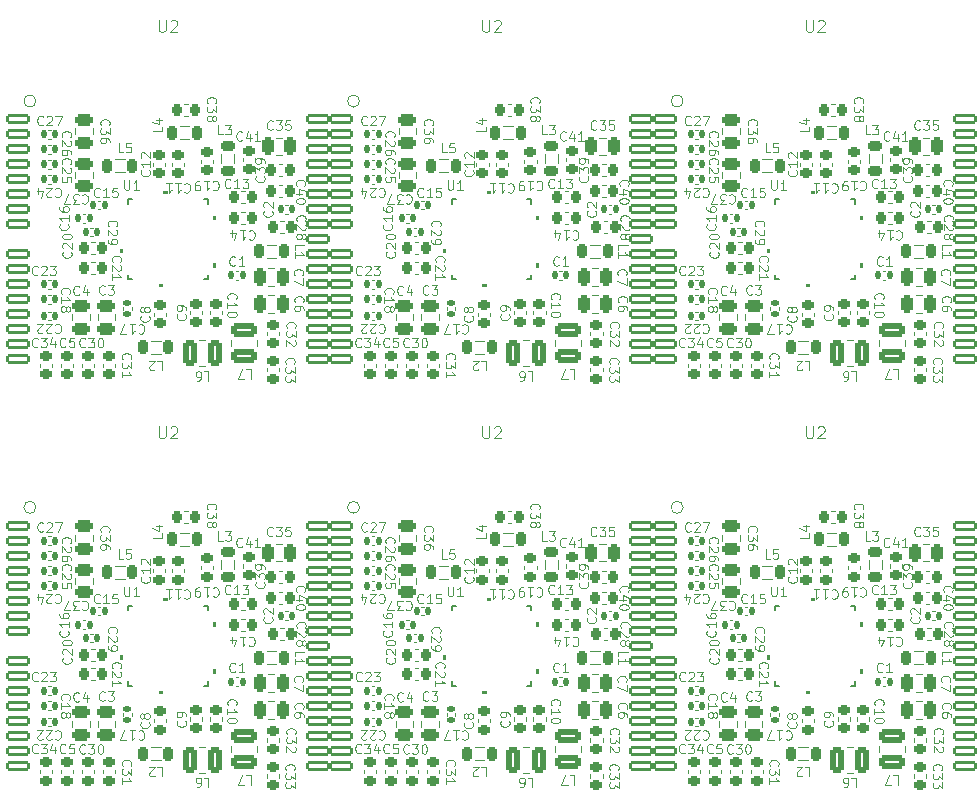
<source format=gto>
%TF.GenerationSoftware,KiCad,Pcbnew,9.0.5*%
%TF.CreationDate,2025-10-18T13:07:23+01:00*%
%TF.ProjectId,pmic_panel,706d6963-5f70-4616-9e65-6c2e6b696361,rev?*%
%TF.SameCoordinates,Original*%
%TF.FileFunction,Legend,Top*%
%TF.FilePolarity,Positive*%
%FSLAX46Y46*%
G04 Gerber Fmt 4.6, Leading zero omitted, Abs format (unit mm)*
G04 Created by KiCad (PCBNEW 9.0.5) date 2025-10-18 13:07:23*
%MOMM*%
%LPD*%
G01*
G04 APERTURE LIST*
G04 Aperture macros list*
%AMRoundRect*
0 Rectangle with rounded corners*
0 $1 Rounding radius*
0 $2 $3 $4 $5 $6 $7 $8 $9 X,Y pos of 4 corners*
0 Add a 4 corners polygon primitive as box body*
4,1,4,$2,$3,$4,$5,$6,$7,$8,$9,$2,$3,0*
0 Add four circle primitives for the rounded corners*
1,1,$1+$1,$2,$3*
1,1,$1+$1,$4,$5*
1,1,$1+$1,$6,$7*
1,1,$1+$1,$8,$9*
0 Add four rect primitives between the rounded corners*
20,1,$1+$1,$2,$3,$4,$5,0*
20,1,$1+$1,$4,$5,$6,$7,0*
20,1,$1+$1,$6,$7,$8,$9,0*
20,1,$1+$1,$8,$9,$2,$3,0*%
G04 Aperture macros list end*
%ADD10C,0.100000*%
%ADD11C,0.120000*%
%ADD12C,0.152400*%
%ADD13C,0.000000*%
%ADD14RoundRect,0.225000X-0.250000X0.225000X-0.250000X-0.225000X0.250000X-0.225000X0.250000X0.225000X0*%
%ADD15RoundRect,0.140000X-0.140000X-0.170000X0.140000X-0.170000X0.140000X0.170000X-0.140000X0.170000X0*%
%ADD16RoundRect,0.218750X-0.218750X-0.381250X0.218750X-0.381250X0.218750X0.381250X-0.218750X0.381250X0*%
%ADD17C,0.500000*%
%ADD18RoundRect,0.140000X-0.170000X0.140000X-0.170000X-0.140000X0.170000X-0.140000X0.170000X0.140000X0*%
%ADD19RoundRect,0.250000X-0.375000X-0.850000X0.375000X-0.850000X0.375000X0.850000X-0.375000X0.850000X0*%
%ADD20RoundRect,0.250000X0.850000X-0.375000X0.850000X0.375000X-0.850000X0.375000X-0.850000X-0.375000X0*%
%ADD21RoundRect,0.225000X0.225000X0.250000X-0.225000X0.250000X-0.225000X-0.250000X0.225000X-0.250000X0*%
%ADD22RoundRect,0.250000X0.250000X0.475000X-0.250000X0.475000X-0.250000X-0.475000X0.250000X-0.475000X0*%
%ADD23RoundRect,0.218750X0.381250X-0.218750X0.381250X0.218750X-0.381250X0.218750X-0.381250X-0.218750X0*%
%ADD24R,0.736600X0.177800*%
%ADD25R,0.177800X0.736600*%
%ADD26R,4.546600X4.546600*%
%ADD27RoundRect,0.225000X0.250000X-0.225000X0.250000X0.225000X-0.250000X0.225000X-0.250000X-0.225000X0*%
%ADD28RoundRect,0.225000X-0.225000X-0.250000X0.225000X-0.250000X0.225000X0.250000X-0.225000X0.250000X0*%
%ADD29RoundRect,0.250000X0.475000X-0.250000X0.475000X0.250000X-0.475000X0.250000X-0.475000X-0.250000X0*%
%ADD30RoundRect,0.140000X0.140000X0.170000X-0.140000X0.170000X-0.140000X-0.170000X0.140000X-0.170000X0*%
%ADD31C,1.500000*%
%ADD32RoundRect,0.120000X-0.880000X-0.280000X0.880000X-0.280000X0.880000X0.280000X-0.880000X0.280000X0*%
%ADD33RoundRect,0.250000X-0.475000X0.250000X-0.475000X-0.250000X0.475000X-0.250000X0.475000X0.250000X0*%
%ADD34RoundRect,0.218750X0.218750X0.381250X-0.218750X0.381250X-0.218750X-0.381250X0.218750X-0.381250X0*%
%ADD35C,1.000000*%
G04 APERTURE END LIST*
D10*
X164724635Y-63390600D02*
G75*
G02*
X163707365Y-63390600I-508635J0D01*
G01*
X163707365Y-63390600D02*
G75*
G02*
X164724635Y-63390600I508635J0D01*
G01*
X109924635Y-28990600D02*
G75*
G02*
X108907365Y-28990600I-508635J0D01*
G01*
X108907365Y-28990600D02*
G75*
G02*
X109924635Y-28990600I508635J0D01*
G01*
X137324635Y-63390600D02*
G75*
G02*
X136307365Y-63390600I-508635J0D01*
G01*
X136307365Y-63390600D02*
G75*
G02*
X137324635Y-63390600I508635J0D01*
G01*
X137324635Y-28990600D02*
G75*
G02*
X136307365Y-28990600I-508635J0D01*
G01*
X136307365Y-28990600D02*
G75*
G02*
X137324635Y-28990600I508635J0D01*
G01*
X164724635Y-28990600D02*
G75*
G02*
X163707365Y-28990600I-508635J0D01*
G01*
X163707365Y-28990600D02*
G75*
G02*
X164724635Y-28990600I508635J0D01*
G01*
X109924635Y-63390600D02*
G75*
G02*
X108907365Y-63390600I-508635J0D01*
G01*
X108907365Y-63390600D02*
G75*
G02*
X109924635Y-63390600I508635J0D01*
G01*
D11*
X172089335Y-85253714D02*
X172051240Y-85215618D01*
X172051240Y-85215618D02*
X172013144Y-85101333D01*
X172013144Y-85101333D02*
X172013144Y-85025142D01*
X172013144Y-85025142D02*
X172051240Y-84910856D01*
X172051240Y-84910856D02*
X172127430Y-84834666D01*
X172127430Y-84834666D02*
X172203620Y-84796571D01*
X172203620Y-84796571D02*
X172356001Y-84758475D01*
X172356001Y-84758475D02*
X172470287Y-84758475D01*
X172470287Y-84758475D02*
X172622668Y-84796571D01*
X172622668Y-84796571D02*
X172698859Y-84834666D01*
X172698859Y-84834666D02*
X172775049Y-84910856D01*
X172775049Y-84910856D02*
X172813144Y-85025142D01*
X172813144Y-85025142D02*
X172813144Y-85101333D01*
X172813144Y-85101333D02*
X172775049Y-85215618D01*
X172775049Y-85215618D02*
X172736954Y-85253714D01*
X172813144Y-85520380D02*
X172813144Y-86015618D01*
X172813144Y-86015618D02*
X172508382Y-85748952D01*
X172508382Y-85748952D02*
X172508382Y-85863237D01*
X172508382Y-85863237D02*
X172470287Y-85939428D01*
X172470287Y-85939428D02*
X172432192Y-85977523D01*
X172432192Y-85977523D02*
X172356001Y-86015618D01*
X172356001Y-86015618D02*
X172165525Y-86015618D01*
X172165525Y-86015618D02*
X172089335Y-85977523D01*
X172089335Y-85977523D02*
X172051240Y-85939428D01*
X172051240Y-85939428D02*
X172013144Y-85863237D01*
X172013144Y-85863237D02*
X172013144Y-85634666D01*
X172013144Y-85634666D02*
X172051240Y-85558475D01*
X172051240Y-85558475D02*
X172089335Y-85520380D01*
X172013144Y-86777523D02*
X172013144Y-86320380D01*
X172013144Y-86548952D02*
X172813144Y-86548952D01*
X172813144Y-86548952D02*
X172698859Y-86472761D01*
X172698859Y-86472761D02*
X172622668Y-86396571D01*
X172622668Y-86396571D02*
X172584573Y-86320380D01*
X164895514Y-78054664D02*
X164857418Y-78092760D01*
X164857418Y-78092760D02*
X164743133Y-78130855D01*
X164743133Y-78130855D02*
X164666942Y-78130855D01*
X164666942Y-78130855D02*
X164552656Y-78092760D01*
X164552656Y-78092760D02*
X164476466Y-78016569D01*
X164476466Y-78016569D02*
X164438371Y-77940379D01*
X164438371Y-77940379D02*
X164400275Y-77787998D01*
X164400275Y-77787998D02*
X164400275Y-77673712D01*
X164400275Y-77673712D02*
X164438371Y-77521331D01*
X164438371Y-77521331D02*
X164476466Y-77445140D01*
X164476466Y-77445140D02*
X164552656Y-77368950D01*
X164552656Y-77368950D02*
X164666942Y-77330855D01*
X164666942Y-77330855D02*
X164743133Y-77330855D01*
X164743133Y-77330855D02*
X164857418Y-77368950D01*
X164857418Y-77368950D02*
X164895514Y-77407045D01*
X165200275Y-77407045D02*
X165238371Y-77368950D01*
X165238371Y-77368950D02*
X165314561Y-77330855D01*
X165314561Y-77330855D02*
X165505037Y-77330855D01*
X165505037Y-77330855D02*
X165581228Y-77368950D01*
X165581228Y-77368950D02*
X165619323Y-77407045D01*
X165619323Y-77407045D02*
X165657418Y-77483236D01*
X165657418Y-77483236D02*
X165657418Y-77559426D01*
X165657418Y-77559426D02*
X165619323Y-77673712D01*
X165619323Y-77673712D02*
X165162180Y-78130855D01*
X165162180Y-78130855D02*
X165657418Y-78130855D01*
X165924085Y-77330855D02*
X166419323Y-77330855D01*
X166419323Y-77330855D02*
X166152657Y-77635617D01*
X166152657Y-77635617D02*
X166266942Y-77635617D01*
X166266942Y-77635617D02*
X166343133Y-77673712D01*
X166343133Y-77673712D02*
X166381228Y-77711807D01*
X166381228Y-77711807D02*
X166419323Y-77787998D01*
X166419323Y-77787998D02*
X166419323Y-77978474D01*
X166419323Y-77978474D02*
X166381228Y-78054664D01*
X166381228Y-78054664D02*
X166343133Y-78092760D01*
X166343133Y-78092760D02*
X166266942Y-78130855D01*
X166266942Y-78130855D02*
X166038371Y-78130855D01*
X166038371Y-78130855D02*
X165962180Y-78092760D01*
X165962180Y-78092760D02*
X165924085Y-78054664D01*
X175017333Y-50978744D02*
X175398285Y-50978744D01*
X175398285Y-50978744D02*
X175398285Y-51778744D01*
X174788762Y-51702554D02*
X174750666Y-51740649D01*
X174750666Y-51740649D02*
X174674476Y-51778744D01*
X174674476Y-51778744D02*
X174484000Y-51778744D01*
X174484000Y-51778744D02*
X174407809Y-51740649D01*
X174407809Y-51740649D02*
X174369714Y-51702554D01*
X174369714Y-51702554D02*
X174331619Y-51626363D01*
X174331619Y-51626363D02*
X174331619Y-51550173D01*
X174331619Y-51550173D02*
X174369714Y-51435887D01*
X174369714Y-51435887D02*
X174826857Y-50978744D01*
X174826857Y-50978744D02*
X174331619Y-50978744D01*
X112176335Y-32032314D02*
X112138240Y-31994218D01*
X112138240Y-31994218D02*
X112100144Y-31879933D01*
X112100144Y-31879933D02*
X112100144Y-31803742D01*
X112100144Y-31803742D02*
X112138240Y-31689456D01*
X112138240Y-31689456D02*
X112214430Y-31613266D01*
X112214430Y-31613266D02*
X112290620Y-31575171D01*
X112290620Y-31575171D02*
X112443001Y-31537075D01*
X112443001Y-31537075D02*
X112557287Y-31537075D01*
X112557287Y-31537075D02*
X112709668Y-31575171D01*
X112709668Y-31575171D02*
X112785859Y-31613266D01*
X112785859Y-31613266D02*
X112862049Y-31689456D01*
X112862049Y-31689456D02*
X112900144Y-31803742D01*
X112900144Y-31803742D02*
X112900144Y-31879933D01*
X112900144Y-31879933D02*
X112862049Y-31994218D01*
X112862049Y-31994218D02*
X112823954Y-32032314D01*
X112823954Y-32337075D02*
X112862049Y-32375171D01*
X112862049Y-32375171D02*
X112900144Y-32451361D01*
X112900144Y-32451361D02*
X112900144Y-32641837D01*
X112900144Y-32641837D02*
X112862049Y-32718028D01*
X112862049Y-32718028D02*
X112823954Y-32756123D01*
X112823954Y-32756123D02*
X112747763Y-32794218D01*
X112747763Y-32794218D02*
X112671573Y-32794218D01*
X112671573Y-32794218D02*
X112557287Y-32756123D01*
X112557287Y-32756123D02*
X112100144Y-32298980D01*
X112100144Y-32298980D02*
X112100144Y-32794218D01*
X112900144Y-33479933D02*
X112900144Y-33327552D01*
X112900144Y-33327552D02*
X112862049Y-33251361D01*
X112862049Y-33251361D02*
X112823954Y-33213266D01*
X112823954Y-33213266D02*
X112709668Y-33137076D01*
X112709668Y-33137076D02*
X112557287Y-33098980D01*
X112557287Y-33098980D02*
X112252525Y-33098980D01*
X112252525Y-33098980D02*
X112176335Y-33137076D01*
X112176335Y-33137076D02*
X112138240Y-33175171D01*
X112138240Y-33175171D02*
X112100144Y-33251361D01*
X112100144Y-33251361D02*
X112100144Y-33403742D01*
X112100144Y-33403742D02*
X112138240Y-33479933D01*
X112138240Y-33479933D02*
X112176335Y-33518028D01*
X112176335Y-33518028D02*
X112252525Y-33556123D01*
X112252525Y-33556123D02*
X112443001Y-33556123D01*
X112443001Y-33556123D02*
X112519192Y-33518028D01*
X112519192Y-33518028D02*
X112557287Y-33479933D01*
X112557287Y-33479933D02*
X112595382Y-33403742D01*
X112595382Y-33403742D02*
X112595382Y-33251361D01*
X112595382Y-33251361D02*
X112557287Y-33175171D01*
X112557287Y-33175171D02*
X112519192Y-33137076D01*
X112519192Y-33137076D02*
X112443001Y-33098980D01*
X166381285Y-70799135D02*
X166419381Y-70761040D01*
X166419381Y-70761040D02*
X166533666Y-70722944D01*
X166533666Y-70722944D02*
X166609857Y-70722944D01*
X166609857Y-70722944D02*
X166724143Y-70761040D01*
X166724143Y-70761040D02*
X166800333Y-70837230D01*
X166800333Y-70837230D02*
X166838428Y-70913420D01*
X166838428Y-70913420D02*
X166876524Y-71065801D01*
X166876524Y-71065801D02*
X166876524Y-71180087D01*
X166876524Y-71180087D02*
X166838428Y-71332468D01*
X166838428Y-71332468D02*
X166800333Y-71408659D01*
X166800333Y-71408659D02*
X166724143Y-71484849D01*
X166724143Y-71484849D02*
X166609857Y-71522944D01*
X166609857Y-71522944D02*
X166533666Y-71522944D01*
X166533666Y-71522944D02*
X166419381Y-71484849D01*
X166419381Y-71484849D02*
X166381285Y-71446754D01*
X166076524Y-71446754D02*
X166038428Y-71484849D01*
X166038428Y-71484849D02*
X165962238Y-71522944D01*
X165962238Y-71522944D02*
X165771762Y-71522944D01*
X165771762Y-71522944D02*
X165695571Y-71484849D01*
X165695571Y-71484849D02*
X165657476Y-71446754D01*
X165657476Y-71446754D02*
X165619381Y-71370563D01*
X165619381Y-71370563D02*
X165619381Y-71294373D01*
X165619381Y-71294373D02*
X165657476Y-71180087D01*
X165657476Y-71180087D02*
X166114619Y-70722944D01*
X166114619Y-70722944D02*
X165619381Y-70722944D01*
X164933666Y-71256278D02*
X164933666Y-70722944D01*
X165124142Y-71561040D02*
X165314619Y-70989611D01*
X165314619Y-70989611D02*
X164819380Y-70989611D01*
X146017085Y-82356135D02*
X146055181Y-82318040D01*
X146055181Y-82318040D02*
X146169466Y-82279944D01*
X146169466Y-82279944D02*
X146245657Y-82279944D01*
X146245657Y-82279944D02*
X146359943Y-82318040D01*
X146359943Y-82318040D02*
X146436133Y-82394230D01*
X146436133Y-82394230D02*
X146474228Y-82470420D01*
X146474228Y-82470420D02*
X146512324Y-82622801D01*
X146512324Y-82622801D02*
X146512324Y-82737087D01*
X146512324Y-82737087D02*
X146474228Y-82889468D01*
X146474228Y-82889468D02*
X146436133Y-82965659D01*
X146436133Y-82965659D02*
X146359943Y-83041849D01*
X146359943Y-83041849D02*
X146245657Y-83079944D01*
X146245657Y-83079944D02*
X146169466Y-83079944D01*
X146169466Y-83079944D02*
X146055181Y-83041849D01*
X146055181Y-83041849D02*
X146017085Y-83003754D01*
X145255181Y-82279944D02*
X145712324Y-82279944D01*
X145483752Y-82279944D02*
X145483752Y-83079944D01*
X145483752Y-83079944D02*
X145559943Y-82965659D01*
X145559943Y-82965659D02*
X145636133Y-82889468D01*
X145636133Y-82889468D02*
X145712324Y-82851373D01*
X144988514Y-83079944D02*
X144455180Y-83079944D01*
X144455180Y-83079944D02*
X144798038Y-82279944D01*
X154208667Y-77275664D02*
X154170571Y-77313760D01*
X154170571Y-77313760D02*
X154056286Y-77351855D01*
X154056286Y-77351855D02*
X153980095Y-77351855D01*
X153980095Y-77351855D02*
X153865809Y-77313760D01*
X153865809Y-77313760D02*
X153789619Y-77237569D01*
X153789619Y-77237569D02*
X153751524Y-77161379D01*
X153751524Y-77161379D02*
X153713428Y-77008998D01*
X153713428Y-77008998D02*
X153713428Y-76894712D01*
X153713428Y-76894712D02*
X153751524Y-76742331D01*
X153751524Y-76742331D02*
X153789619Y-76666140D01*
X153789619Y-76666140D02*
X153865809Y-76589950D01*
X153865809Y-76589950D02*
X153980095Y-76551855D01*
X153980095Y-76551855D02*
X154056286Y-76551855D01*
X154056286Y-76551855D02*
X154170571Y-76589950D01*
X154170571Y-76589950D02*
X154208667Y-76628045D01*
X154970571Y-77351855D02*
X154513428Y-77351855D01*
X154742000Y-77351855D02*
X154742000Y-76551855D01*
X154742000Y-76551855D02*
X154665809Y-76666140D01*
X154665809Y-76666140D02*
X154589619Y-76742331D01*
X154589619Y-76742331D02*
X154513428Y-76780426D01*
X178954333Y-86267744D02*
X179335285Y-86267744D01*
X179335285Y-86267744D02*
X179335285Y-87067744D01*
X178344809Y-87067744D02*
X178497190Y-87067744D01*
X178497190Y-87067744D02*
X178573381Y-87029649D01*
X178573381Y-87029649D02*
X178611476Y-86991554D01*
X178611476Y-86991554D02*
X178687666Y-86877268D01*
X178687666Y-86877268D02*
X178725762Y-86724887D01*
X178725762Y-86724887D02*
X178725762Y-86420125D01*
X178725762Y-86420125D02*
X178687666Y-86343935D01*
X178687666Y-86343935D02*
X178649571Y-86305840D01*
X178649571Y-86305840D02*
X178573381Y-86267744D01*
X178573381Y-86267744D02*
X178421000Y-86267744D01*
X178421000Y-86267744D02*
X178344809Y-86305840D01*
X178344809Y-86305840D02*
X178306714Y-86343935D01*
X178306714Y-86343935D02*
X178268619Y-86420125D01*
X178268619Y-86420125D02*
X178268619Y-86610601D01*
X178268619Y-86610601D02*
X178306714Y-86686792D01*
X178306714Y-86686792D02*
X178344809Y-86724887D01*
X178344809Y-86724887D02*
X178421000Y-86762982D01*
X178421000Y-86762982D02*
X178573381Y-86762982D01*
X178573381Y-86762982D02*
X178649571Y-86724887D01*
X178649571Y-86724887D02*
X178687666Y-86686792D01*
X178687666Y-86686792D02*
X178725762Y-86610601D01*
X127735733Y-51689944D02*
X128116685Y-51689944D01*
X128116685Y-51689944D02*
X128116685Y-52489944D01*
X127545257Y-52489944D02*
X127011923Y-52489944D01*
X127011923Y-52489944D02*
X127354781Y-51689944D01*
X122556064Y-81456332D02*
X122594160Y-81494428D01*
X122594160Y-81494428D02*
X122632255Y-81608713D01*
X122632255Y-81608713D02*
X122632255Y-81684904D01*
X122632255Y-81684904D02*
X122594160Y-81799190D01*
X122594160Y-81799190D02*
X122517969Y-81875380D01*
X122517969Y-81875380D02*
X122441779Y-81913475D01*
X122441779Y-81913475D02*
X122289398Y-81951571D01*
X122289398Y-81951571D02*
X122175112Y-81951571D01*
X122175112Y-81951571D02*
X122022731Y-81913475D01*
X122022731Y-81913475D02*
X121946540Y-81875380D01*
X121946540Y-81875380D02*
X121870350Y-81799190D01*
X121870350Y-81799190D02*
X121832255Y-81684904D01*
X121832255Y-81684904D02*
X121832255Y-81608713D01*
X121832255Y-81608713D02*
X121870350Y-81494428D01*
X121870350Y-81494428D02*
X121908445Y-81456332D01*
X122632255Y-81075380D02*
X122632255Y-80922999D01*
X122632255Y-80922999D02*
X122594160Y-80846809D01*
X122594160Y-80846809D02*
X122556064Y-80808713D01*
X122556064Y-80808713D02*
X122441779Y-80732523D01*
X122441779Y-80732523D02*
X122289398Y-80694428D01*
X122289398Y-80694428D02*
X121984636Y-80694428D01*
X121984636Y-80694428D02*
X121908445Y-80732523D01*
X121908445Y-80732523D02*
X121870350Y-80770618D01*
X121870350Y-80770618D02*
X121832255Y-80846809D01*
X121832255Y-80846809D02*
X121832255Y-80999190D01*
X121832255Y-80999190D02*
X121870350Y-81075380D01*
X121870350Y-81075380D02*
X121908445Y-81113475D01*
X121908445Y-81113475D02*
X121984636Y-81151571D01*
X121984636Y-81151571D02*
X122175112Y-81151571D01*
X122175112Y-81151571D02*
X122251302Y-81113475D01*
X122251302Y-81113475D02*
X122289398Y-81075380D01*
X122289398Y-81075380D02*
X122327493Y-80999190D01*
X122327493Y-80999190D02*
X122327493Y-80846809D01*
X122327493Y-80846809D02*
X122289398Y-80770618D01*
X122289398Y-80770618D02*
X122251302Y-80732523D01*
X122251302Y-80732523D02*
X122175112Y-80694428D01*
X159235944Y-75982666D02*
X159235944Y-75601714D01*
X159235944Y-75601714D02*
X160035944Y-75601714D01*
X159235944Y-76668380D02*
X159235944Y-76211237D01*
X159235944Y-76439809D02*
X160035944Y-76439809D01*
X160035944Y-76439809D02*
X159921659Y-76363618D01*
X159921659Y-76363618D02*
X159845468Y-76287428D01*
X159845468Y-76287428D02*
X159807373Y-76211237D01*
X179269935Y-29162114D02*
X179231840Y-29124018D01*
X179231840Y-29124018D02*
X179193744Y-29009733D01*
X179193744Y-29009733D02*
X179193744Y-28933542D01*
X179193744Y-28933542D02*
X179231840Y-28819256D01*
X179231840Y-28819256D02*
X179308030Y-28743066D01*
X179308030Y-28743066D02*
X179384220Y-28704971D01*
X179384220Y-28704971D02*
X179536601Y-28666875D01*
X179536601Y-28666875D02*
X179650887Y-28666875D01*
X179650887Y-28666875D02*
X179803268Y-28704971D01*
X179803268Y-28704971D02*
X179879459Y-28743066D01*
X179879459Y-28743066D02*
X179955649Y-28819256D01*
X179955649Y-28819256D02*
X179993744Y-28933542D01*
X179993744Y-28933542D02*
X179993744Y-29009733D01*
X179993744Y-29009733D02*
X179955649Y-29124018D01*
X179955649Y-29124018D02*
X179917554Y-29162114D01*
X179993744Y-29428780D02*
X179993744Y-29924018D01*
X179993744Y-29924018D02*
X179688982Y-29657352D01*
X179688982Y-29657352D02*
X179688982Y-29771637D01*
X179688982Y-29771637D02*
X179650887Y-29847828D01*
X179650887Y-29847828D02*
X179612792Y-29885923D01*
X179612792Y-29885923D02*
X179536601Y-29924018D01*
X179536601Y-29924018D02*
X179346125Y-29924018D01*
X179346125Y-29924018D02*
X179269935Y-29885923D01*
X179269935Y-29885923D02*
X179231840Y-29847828D01*
X179231840Y-29847828D02*
X179193744Y-29771637D01*
X179193744Y-29771637D02*
X179193744Y-29543066D01*
X179193744Y-29543066D02*
X179231840Y-29466875D01*
X179231840Y-29466875D02*
X179269935Y-29428780D01*
X179650887Y-30381161D02*
X179688982Y-30304971D01*
X179688982Y-30304971D02*
X179727078Y-30266876D01*
X179727078Y-30266876D02*
X179803268Y-30228780D01*
X179803268Y-30228780D02*
X179841363Y-30228780D01*
X179841363Y-30228780D02*
X179917554Y-30266876D01*
X179917554Y-30266876D02*
X179955649Y-30304971D01*
X179955649Y-30304971D02*
X179993744Y-30381161D01*
X179993744Y-30381161D02*
X179993744Y-30533542D01*
X179993744Y-30533542D02*
X179955649Y-30609733D01*
X179955649Y-30609733D02*
X179917554Y-30647828D01*
X179917554Y-30647828D02*
X179841363Y-30685923D01*
X179841363Y-30685923D02*
X179803268Y-30685923D01*
X179803268Y-30685923D02*
X179727078Y-30647828D01*
X179727078Y-30647828D02*
X179688982Y-30609733D01*
X179688982Y-30609733D02*
X179650887Y-30533542D01*
X179650887Y-30533542D02*
X179650887Y-30381161D01*
X179650887Y-30381161D02*
X179612792Y-30304971D01*
X179612792Y-30304971D02*
X179574697Y-30266876D01*
X179574697Y-30266876D02*
X179498506Y-30228780D01*
X179498506Y-30228780D02*
X179346125Y-30228780D01*
X179346125Y-30228780D02*
X179269935Y-30266876D01*
X179269935Y-30266876D02*
X179231840Y-30304971D01*
X179231840Y-30304971D02*
X179193744Y-30381161D01*
X179193744Y-30381161D02*
X179193744Y-30533542D01*
X179193744Y-30533542D02*
X179231840Y-30609733D01*
X179231840Y-30609733D02*
X179269935Y-30647828D01*
X179269935Y-30647828D02*
X179346125Y-30685923D01*
X179346125Y-30685923D02*
X179498506Y-30685923D01*
X179498506Y-30685923D02*
X179574697Y-30647828D01*
X179574697Y-30647828D02*
X179612792Y-30609733D01*
X179612792Y-30609733D02*
X179650887Y-30533542D01*
X159235935Y-78141667D02*
X159197840Y-78103571D01*
X159197840Y-78103571D02*
X159159744Y-77989286D01*
X159159744Y-77989286D02*
X159159744Y-77913095D01*
X159159744Y-77913095D02*
X159197840Y-77798809D01*
X159197840Y-77798809D02*
X159274030Y-77722619D01*
X159274030Y-77722619D02*
X159350220Y-77684524D01*
X159350220Y-77684524D02*
X159502601Y-77646428D01*
X159502601Y-77646428D02*
X159616887Y-77646428D01*
X159616887Y-77646428D02*
X159769268Y-77684524D01*
X159769268Y-77684524D02*
X159845459Y-77722619D01*
X159845459Y-77722619D02*
X159921649Y-77798809D01*
X159921649Y-77798809D02*
X159959744Y-77913095D01*
X159959744Y-77913095D02*
X159959744Y-77989286D01*
X159959744Y-77989286D02*
X159921649Y-78103571D01*
X159921649Y-78103571D02*
X159883554Y-78141667D01*
X159959744Y-78408333D02*
X159959744Y-78941667D01*
X159959744Y-78941667D02*
X159159744Y-78598809D01*
X180567266Y-66218255D02*
X180186314Y-66218255D01*
X180186314Y-66218255D02*
X180186314Y-65418255D01*
X180757742Y-65418255D02*
X181252980Y-65418255D01*
X181252980Y-65418255D02*
X180986314Y-65723017D01*
X180986314Y-65723017D02*
X181100599Y-65723017D01*
X181100599Y-65723017D02*
X181176790Y-65761112D01*
X181176790Y-65761112D02*
X181214885Y-65799207D01*
X181214885Y-65799207D02*
X181252980Y-65875398D01*
X181252980Y-65875398D02*
X181252980Y-66065874D01*
X181252980Y-66065874D02*
X181214885Y-66142064D01*
X181214885Y-66142064D02*
X181176790Y-66180160D01*
X181176790Y-66180160D02*
X181100599Y-66218255D01*
X181100599Y-66218255D02*
X180872028Y-66218255D01*
X180872028Y-66218255D02*
X180795837Y-66180160D01*
X180795837Y-66180160D02*
X180757742Y-66142064D01*
X110070114Y-84150664D02*
X110032018Y-84188760D01*
X110032018Y-84188760D02*
X109917733Y-84226855D01*
X109917733Y-84226855D02*
X109841542Y-84226855D01*
X109841542Y-84226855D02*
X109727256Y-84188760D01*
X109727256Y-84188760D02*
X109651066Y-84112569D01*
X109651066Y-84112569D02*
X109612971Y-84036379D01*
X109612971Y-84036379D02*
X109574875Y-83883998D01*
X109574875Y-83883998D02*
X109574875Y-83769712D01*
X109574875Y-83769712D02*
X109612971Y-83617331D01*
X109612971Y-83617331D02*
X109651066Y-83541140D01*
X109651066Y-83541140D02*
X109727256Y-83464950D01*
X109727256Y-83464950D02*
X109841542Y-83426855D01*
X109841542Y-83426855D02*
X109917733Y-83426855D01*
X109917733Y-83426855D02*
X110032018Y-83464950D01*
X110032018Y-83464950D02*
X110070114Y-83503045D01*
X110336780Y-83426855D02*
X110832018Y-83426855D01*
X110832018Y-83426855D02*
X110565352Y-83731617D01*
X110565352Y-83731617D02*
X110679637Y-83731617D01*
X110679637Y-83731617D02*
X110755828Y-83769712D01*
X110755828Y-83769712D02*
X110793923Y-83807807D01*
X110793923Y-83807807D02*
X110832018Y-83883998D01*
X110832018Y-83883998D02*
X110832018Y-84074474D01*
X110832018Y-84074474D02*
X110793923Y-84150664D01*
X110793923Y-84150664D02*
X110755828Y-84188760D01*
X110755828Y-84188760D02*
X110679637Y-84226855D01*
X110679637Y-84226855D02*
X110451066Y-84226855D01*
X110451066Y-84226855D02*
X110374875Y-84188760D01*
X110374875Y-84188760D02*
X110336780Y-84150664D01*
X111517733Y-83693521D02*
X111517733Y-84226855D01*
X111327257Y-83388760D02*
X111136780Y-83960188D01*
X111136780Y-83960188D02*
X111632019Y-83960188D01*
X166381285Y-36399135D02*
X166419381Y-36361040D01*
X166419381Y-36361040D02*
X166533666Y-36322944D01*
X166533666Y-36322944D02*
X166609857Y-36322944D01*
X166609857Y-36322944D02*
X166724143Y-36361040D01*
X166724143Y-36361040D02*
X166800333Y-36437230D01*
X166800333Y-36437230D02*
X166838428Y-36513420D01*
X166838428Y-36513420D02*
X166876524Y-36665801D01*
X166876524Y-36665801D02*
X166876524Y-36780087D01*
X166876524Y-36780087D02*
X166838428Y-36932468D01*
X166838428Y-36932468D02*
X166800333Y-37008659D01*
X166800333Y-37008659D02*
X166724143Y-37084849D01*
X166724143Y-37084849D02*
X166609857Y-37122944D01*
X166609857Y-37122944D02*
X166533666Y-37122944D01*
X166533666Y-37122944D02*
X166419381Y-37084849D01*
X166419381Y-37084849D02*
X166381285Y-37046754D01*
X166076524Y-37046754D02*
X166038428Y-37084849D01*
X166038428Y-37084849D02*
X165962238Y-37122944D01*
X165962238Y-37122944D02*
X165771762Y-37122944D01*
X165771762Y-37122944D02*
X165695571Y-37084849D01*
X165695571Y-37084849D02*
X165657476Y-37046754D01*
X165657476Y-37046754D02*
X165619381Y-36970563D01*
X165619381Y-36970563D02*
X165619381Y-36894373D01*
X165619381Y-36894373D02*
X165657476Y-36780087D01*
X165657476Y-36780087D02*
X166114619Y-36322944D01*
X166114619Y-36322944D02*
X165619381Y-36322944D01*
X164933666Y-36856278D02*
X164933666Y-36322944D01*
X165124142Y-37161040D02*
X165314619Y-36589611D01*
X165314619Y-36589611D02*
X164819380Y-36589611D01*
X171218135Y-42598714D02*
X171180040Y-42560618D01*
X171180040Y-42560618D02*
X171141944Y-42446333D01*
X171141944Y-42446333D02*
X171141944Y-42370142D01*
X171141944Y-42370142D02*
X171180040Y-42255856D01*
X171180040Y-42255856D02*
X171256230Y-42179666D01*
X171256230Y-42179666D02*
X171332420Y-42141571D01*
X171332420Y-42141571D02*
X171484801Y-42103475D01*
X171484801Y-42103475D02*
X171599087Y-42103475D01*
X171599087Y-42103475D02*
X171751468Y-42141571D01*
X171751468Y-42141571D02*
X171827659Y-42179666D01*
X171827659Y-42179666D02*
X171903849Y-42255856D01*
X171903849Y-42255856D02*
X171941944Y-42370142D01*
X171941944Y-42370142D02*
X171941944Y-42446333D01*
X171941944Y-42446333D02*
X171903849Y-42560618D01*
X171903849Y-42560618D02*
X171865754Y-42598714D01*
X171865754Y-42903475D02*
X171903849Y-42941571D01*
X171903849Y-42941571D02*
X171941944Y-43017761D01*
X171941944Y-43017761D02*
X171941944Y-43208237D01*
X171941944Y-43208237D02*
X171903849Y-43284428D01*
X171903849Y-43284428D02*
X171865754Y-43322523D01*
X171865754Y-43322523D02*
X171789563Y-43360618D01*
X171789563Y-43360618D02*
X171713373Y-43360618D01*
X171713373Y-43360618D02*
X171599087Y-43322523D01*
X171599087Y-43322523D02*
X171141944Y-42865380D01*
X171141944Y-42865380D02*
X171141944Y-43360618D01*
X171141944Y-44122523D02*
X171141944Y-43665380D01*
X171141944Y-43893952D02*
X171941944Y-43893952D01*
X171941944Y-43893952D02*
X171827659Y-43817761D01*
X171827659Y-43817761D02*
X171751468Y-43741571D01*
X171751468Y-43741571D02*
X171713373Y-43665380D01*
X182192914Y-66675464D02*
X182154818Y-66713560D01*
X182154818Y-66713560D02*
X182040533Y-66751655D01*
X182040533Y-66751655D02*
X181964342Y-66751655D01*
X181964342Y-66751655D02*
X181850056Y-66713560D01*
X181850056Y-66713560D02*
X181773866Y-66637369D01*
X181773866Y-66637369D02*
X181735771Y-66561179D01*
X181735771Y-66561179D02*
X181697675Y-66408798D01*
X181697675Y-66408798D02*
X181697675Y-66294512D01*
X181697675Y-66294512D02*
X181735771Y-66142131D01*
X181735771Y-66142131D02*
X181773866Y-66065940D01*
X181773866Y-66065940D02*
X181850056Y-65989750D01*
X181850056Y-65989750D02*
X181964342Y-65951655D01*
X181964342Y-65951655D02*
X182040533Y-65951655D01*
X182040533Y-65951655D02*
X182154818Y-65989750D01*
X182154818Y-65989750D02*
X182192914Y-66027845D01*
X182878628Y-66218321D02*
X182878628Y-66751655D01*
X182688152Y-65913560D02*
X182497675Y-66484988D01*
X182497675Y-66484988D02*
X182992914Y-66484988D01*
X183716723Y-66751655D02*
X183259580Y-66751655D01*
X183488152Y-66751655D02*
X183488152Y-65951655D01*
X183488152Y-65951655D02*
X183411961Y-66065940D01*
X183411961Y-66065940D02*
X183335771Y-66142131D01*
X183335771Y-66142131D02*
X183259580Y-66180226D01*
X186635944Y-41582666D02*
X186635944Y-41201714D01*
X186635944Y-41201714D02*
X187435944Y-41201714D01*
X186635944Y-42268380D02*
X186635944Y-41811237D01*
X186635944Y-42039809D02*
X187435944Y-42039809D01*
X187435944Y-42039809D02*
X187321659Y-41963618D01*
X187321659Y-41963618D02*
X187245468Y-41887428D01*
X187245468Y-41887428D02*
X187207373Y-41811237D01*
X144791676Y-70117255D02*
X144791676Y-70764874D01*
X144791676Y-70764874D02*
X144829771Y-70841064D01*
X144829771Y-70841064D02*
X144867866Y-70879160D01*
X144867866Y-70879160D02*
X144944057Y-70917255D01*
X144944057Y-70917255D02*
X145096438Y-70917255D01*
X145096438Y-70917255D02*
X145172628Y-70879160D01*
X145172628Y-70879160D02*
X145210723Y-70841064D01*
X145210723Y-70841064D02*
X145248819Y-70764874D01*
X145248819Y-70764874D02*
X145248819Y-70117255D01*
X146048818Y-70917255D02*
X145591675Y-70917255D01*
X145820247Y-70917255D02*
X145820247Y-70117255D01*
X145820247Y-70117255D02*
X145744056Y-70231540D01*
X145744056Y-70231540D02*
X145667866Y-70307731D01*
X145667866Y-70307731D02*
X145591675Y-70345826D01*
X131200935Y-48186714D02*
X131162840Y-48148618D01*
X131162840Y-48148618D02*
X131124744Y-48034333D01*
X131124744Y-48034333D02*
X131124744Y-47958142D01*
X131124744Y-47958142D02*
X131162840Y-47843856D01*
X131162840Y-47843856D02*
X131239030Y-47767666D01*
X131239030Y-47767666D02*
X131315220Y-47729571D01*
X131315220Y-47729571D02*
X131467601Y-47691475D01*
X131467601Y-47691475D02*
X131581887Y-47691475D01*
X131581887Y-47691475D02*
X131734268Y-47729571D01*
X131734268Y-47729571D02*
X131810459Y-47767666D01*
X131810459Y-47767666D02*
X131886649Y-47843856D01*
X131886649Y-47843856D02*
X131924744Y-47958142D01*
X131924744Y-47958142D02*
X131924744Y-48034333D01*
X131924744Y-48034333D02*
X131886649Y-48148618D01*
X131886649Y-48148618D02*
X131848554Y-48186714D01*
X131924744Y-48453380D02*
X131924744Y-48948618D01*
X131924744Y-48948618D02*
X131619982Y-48681952D01*
X131619982Y-48681952D02*
X131619982Y-48796237D01*
X131619982Y-48796237D02*
X131581887Y-48872428D01*
X131581887Y-48872428D02*
X131543792Y-48910523D01*
X131543792Y-48910523D02*
X131467601Y-48948618D01*
X131467601Y-48948618D02*
X131277125Y-48948618D01*
X131277125Y-48948618D02*
X131200935Y-48910523D01*
X131200935Y-48910523D02*
X131162840Y-48872428D01*
X131162840Y-48872428D02*
X131124744Y-48796237D01*
X131124744Y-48796237D02*
X131124744Y-48567666D01*
X131124744Y-48567666D02*
X131162840Y-48491475D01*
X131162840Y-48491475D02*
X131200935Y-48453380D01*
X131848554Y-49253380D02*
X131886649Y-49291476D01*
X131886649Y-49291476D02*
X131924744Y-49367666D01*
X131924744Y-49367666D02*
X131924744Y-49558142D01*
X131924744Y-49558142D02*
X131886649Y-49634333D01*
X131886649Y-49634333D02*
X131848554Y-49672428D01*
X131848554Y-49672428D02*
X131772363Y-49710523D01*
X131772363Y-49710523D02*
X131696173Y-49710523D01*
X131696173Y-49710523D02*
X131581887Y-49672428D01*
X131581887Y-49672428D02*
X131124744Y-49215285D01*
X131124744Y-49215285D02*
X131124744Y-49710523D01*
X181202314Y-70688664D02*
X181164218Y-70726760D01*
X181164218Y-70726760D02*
X181049933Y-70764855D01*
X181049933Y-70764855D02*
X180973742Y-70764855D01*
X180973742Y-70764855D02*
X180859456Y-70726760D01*
X180859456Y-70726760D02*
X180783266Y-70650569D01*
X180783266Y-70650569D02*
X180745171Y-70574379D01*
X180745171Y-70574379D02*
X180707075Y-70421998D01*
X180707075Y-70421998D02*
X180707075Y-70307712D01*
X180707075Y-70307712D02*
X180745171Y-70155331D01*
X180745171Y-70155331D02*
X180783266Y-70079140D01*
X180783266Y-70079140D02*
X180859456Y-70002950D01*
X180859456Y-70002950D02*
X180973742Y-69964855D01*
X180973742Y-69964855D02*
X181049933Y-69964855D01*
X181049933Y-69964855D02*
X181164218Y-70002950D01*
X181164218Y-70002950D02*
X181202314Y-70041045D01*
X181964218Y-70764855D02*
X181507075Y-70764855D01*
X181735647Y-70764855D02*
X181735647Y-69964855D01*
X181735647Y-69964855D02*
X181659456Y-70079140D01*
X181659456Y-70079140D02*
X181583266Y-70155331D01*
X181583266Y-70155331D02*
X181507075Y-70193426D01*
X182230885Y-69964855D02*
X182726123Y-69964855D01*
X182726123Y-69964855D02*
X182459457Y-70269617D01*
X182459457Y-70269617D02*
X182573742Y-70269617D01*
X182573742Y-70269617D02*
X182649933Y-70307712D01*
X182649933Y-70307712D02*
X182688028Y-70345807D01*
X182688028Y-70345807D02*
X182726123Y-70421998D01*
X182726123Y-70421998D02*
X182726123Y-70612474D01*
X182726123Y-70612474D02*
X182688028Y-70688664D01*
X182688028Y-70688664D02*
X182649933Y-70726760D01*
X182649933Y-70726760D02*
X182573742Y-70764855D01*
X182573742Y-70764855D02*
X182345171Y-70764855D01*
X182345171Y-70764855D02*
X182268980Y-70726760D01*
X182268980Y-70726760D02*
X182230885Y-70688664D01*
X168400667Y-79756464D02*
X168362571Y-79794560D01*
X168362571Y-79794560D02*
X168248286Y-79832655D01*
X168248286Y-79832655D02*
X168172095Y-79832655D01*
X168172095Y-79832655D02*
X168057809Y-79794560D01*
X168057809Y-79794560D02*
X167981619Y-79718369D01*
X167981619Y-79718369D02*
X167943524Y-79642179D01*
X167943524Y-79642179D02*
X167905428Y-79489798D01*
X167905428Y-79489798D02*
X167905428Y-79375512D01*
X167905428Y-79375512D02*
X167943524Y-79223131D01*
X167943524Y-79223131D02*
X167981619Y-79146940D01*
X167981619Y-79146940D02*
X168057809Y-79070750D01*
X168057809Y-79070750D02*
X168172095Y-79032655D01*
X168172095Y-79032655D02*
X168248286Y-79032655D01*
X168248286Y-79032655D02*
X168362571Y-79070750D01*
X168362571Y-79070750D02*
X168400667Y-79108845D01*
X169086381Y-79299321D02*
X169086381Y-79832655D01*
X168895905Y-78994560D02*
X168705428Y-79565988D01*
X168705428Y-79565988D02*
X169200667Y-79565988D01*
X116418135Y-42598714D02*
X116380040Y-42560618D01*
X116380040Y-42560618D02*
X116341944Y-42446333D01*
X116341944Y-42446333D02*
X116341944Y-42370142D01*
X116341944Y-42370142D02*
X116380040Y-42255856D01*
X116380040Y-42255856D02*
X116456230Y-42179666D01*
X116456230Y-42179666D02*
X116532420Y-42141571D01*
X116532420Y-42141571D02*
X116684801Y-42103475D01*
X116684801Y-42103475D02*
X116799087Y-42103475D01*
X116799087Y-42103475D02*
X116951468Y-42141571D01*
X116951468Y-42141571D02*
X117027659Y-42179666D01*
X117027659Y-42179666D02*
X117103849Y-42255856D01*
X117103849Y-42255856D02*
X117141944Y-42370142D01*
X117141944Y-42370142D02*
X117141944Y-42446333D01*
X117141944Y-42446333D02*
X117103849Y-42560618D01*
X117103849Y-42560618D02*
X117065754Y-42598714D01*
X117065754Y-42903475D02*
X117103849Y-42941571D01*
X117103849Y-42941571D02*
X117141944Y-43017761D01*
X117141944Y-43017761D02*
X117141944Y-43208237D01*
X117141944Y-43208237D02*
X117103849Y-43284428D01*
X117103849Y-43284428D02*
X117065754Y-43322523D01*
X117065754Y-43322523D02*
X116989563Y-43360618D01*
X116989563Y-43360618D02*
X116913373Y-43360618D01*
X116913373Y-43360618D02*
X116799087Y-43322523D01*
X116799087Y-43322523D02*
X116341944Y-42865380D01*
X116341944Y-42865380D02*
X116341944Y-43360618D01*
X116341944Y-44122523D02*
X116341944Y-43665380D01*
X116341944Y-43893952D02*
X117141944Y-43893952D01*
X117141944Y-43893952D02*
X117027659Y-43817761D01*
X117027659Y-43817761D02*
X116951468Y-43741571D01*
X116951468Y-43741571D02*
X116913373Y-43665380D01*
X120217333Y-50978744D02*
X120598285Y-50978744D01*
X120598285Y-50978744D02*
X120598285Y-51778744D01*
X119988762Y-51702554D02*
X119950666Y-51740649D01*
X119950666Y-51740649D02*
X119874476Y-51778744D01*
X119874476Y-51778744D02*
X119684000Y-51778744D01*
X119684000Y-51778744D02*
X119607809Y-51740649D01*
X119607809Y-51740649D02*
X119569714Y-51702554D01*
X119569714Y-51702554D02*
X119531619Y-51626363D01*
X119531619Y-51626363D02*
X119531619Y-51550173D01*
X119531619Y-51550173D02*
X119569714Y-51435887D01*
X119569714Y-51435887D02*
X120026857Y-50978744D01*
X120026857Y-50978744D02*
X119531619Y-50978744D01*
X159286735Y-46027667D02*
X159248640Y-45989571D01*
X159248640Y-45989571D02*
X159210544Y-45875286D01*
X159210544Y-45875286D02*
X159210544Y-45799095D01*
X159210544Y-45799095D02*
X159248640Y-45684809D01*
X159248640Y-45684809D02*
X159324830Y-45608619D01*
X159324830Y-45608619D02*
X159401020Y-45570524D01*
X159401020Y-45570524D02*
X159553401Y-45532428D01*
X159553401Y-45532428D02*
X159667687Y-45532428D01*
X159667687Y-45532428D02*
X159820068Y-45570524D01*
X159820068Y-45570524D02*
X159896259Y-45608619D01*
X159896259Y-45608619D02*
X159972449Y-45684809D01*
X159972449Y-45684809D02*
X160010544Y-45799095D01*
X160010544Y-45799095D02*
X160010544Y-45875286D01*
X160010544Y-45875286D02*
X159972449Y-45989571D01*
X159972449Y-45989571D02*
X159934354Y-46027667D01*
X160010544Y-46713381D02*
X160010544Y-46561000D01*
X160010544Y-46561000D02*
X159972449Y-46484809D01*
X159972449Y-46484809D02*
X159934354Y-46446714D01*
X159934354Y-46446714D02*
X159820068Y-46370524D01*
X159820068Y-46370524D02*
X159667687Y-46332428D01*
X159667687Y-46332428D02*
X159362925Y-46332428D01*
X159362925Y-46332428D02*
X159286735Y-46370524D01*
X159286735Y-46370524D02*
X159248640Y-46408619D01*
X159248640Y-46408619D02*
X159210544Y-46484809D01*
X159210544Y-46484809D02*
X159210544Y-46637190D01*
X159210544Y-46637190D02*
X159248640Y-46713381D01*
X159248640Y-46713381D02*
X159286735Y-46751476D01*
X159286735Y-46751476D02*
X159362925Y-46789571D01*
X159362925Y-46789571D02*
X159553401Y-46789571D01*
X159553401Y-46789571D02*
X159629592Y-46751476D01*
X159629592Y-46751476D02*
X159667687Y-46713381D01*
X159667687Y-46713381D02*
X159705782Y-46637190D01*
X159705782Y-46637190D02*
X159705782Y-46484809D01*
X159705782Y-46484809D02*
X159667687Y-46408619D01*
X159667687Y-46408619D02*
X159629592Y-46370524D01*
X159629592Y-46370524D02*
X159553401Y-46332428D01*
X167424664Y-39436285D02*
X167462760Y-39474381D01*
X167462760Y-39474381D02*
X167500855Y-39588666D01*
X167500855Y-39588666D02*
X167500855Y-39664857D01*
X167500855Y-39664857D02*
X167462760Y-39779143D01*
X167462760Y-39779143D02*
X167386569Y-39855333D01*
X167386569Y-39855333D02*
X167310379Y-39893428D01*
X167310379Y-39893428D02*
X167157998Y-39931524D01*
X167157998Y-39931524D02*
X167043712Y-39931524D01*
X167043712Y-39931524D02*
X166891331Y-39893428D01*
X166891331Y-39893428D02*
X166815140Y-39855333D01*
X166815140Y-39855333D02*
X166738950Y-39779143D01*
X166738950Y-39779143D02*
X166700855Y-39664857D01*
X166700855Y-39664857D02*
X166700855Y-39588666D01*
X166700855Y-39588666D02*
X166738950Y-39474381D01*
X166738950Y-39474381D02*
X166777045Y-39436285D01*
X167500855Y-38674381D02*
X167500855Y-39131524D01*
X167500855Y-38902952D02*
X166700855Y-38902952D01*
X166700855Y-38902952D02*
X166815140Y-38979143D01*
X166815140Y-38979143D02*
X166891331Y-39055333D01*
X166891331Y-39055333D02*
X166929426Y-39131524D01*
X166700855Y-37988666D02*
X166700855Y-38141047D01*
X166700855Y-38141047D02*
X166738950Y-38217238D01*
X166738950Y-38217238D02*
X166777045Y-38255333D01*
X166777045Y-38255333D02*
X166891331Y-38331523D01*
X166891331Y-38331523D02*
X167043712Y-38369619D01*
X167043712Y-38369619D02*
X167348474Y-38369619D01*
X167348474Y-38369619D02*
X167424664Y-38331523D01*
X167424664Y-38331523D02*
X167462760Y-38293428D01*
X167462760Y-38293428D02*
X167500855Y-38217238D01*
X167500855Y-38217238D02*
X167500855Y-38064857D01*
X167500855Y-38064857D02*
X167462760Y-37988666D01*
X167462760Y-37988666D02*
X167424664Y-37950571D01*
X167424664Y-37950571D02*
X167348474Y-37912476D01*
X167348474Y-37912476D02*
X167157998Y-37912476D01*
X167157998Y-37912476D02*
X167081807Y-37950571D01*
X167081807Y-37950571D02*
X167043712Y-37988666D01*
X167043712Y-37988666D02*
X167005617Y-38064857D01*
X167005617Y-38064857D02*
X167005617Y-38217238D01*
X167005617Y-38217238D02*
X167043712Y-38293428D01*
X167043712Y-38293428D02*
X167081807Y-38331523D01*
X167081807Y-38331523D02*
X167157998Y-38369619D01*
X165352714Y-30980064D02*
X165314618Y-31018160D01*
X165314618Y-31018160D02*
X165200333Y-31056255D01*
X165200333Y-31056255D02*
X165124142Y-31056255D01*
X165124142Y-31056255D02*
X165009856Y-31018160D01*
X165009856Y-31018160D02*
X164933666Y-30941969D01*
X164933666Y-30941969D02*
X164895571Y-30865779D01*
X164895571Y-30865779D02*
X164857475Y-30713398D01*
X164857475Y-30713398D02*
X164857475Y-30599112D01*
X164857475Y-30599112D02*
X164895571Y-30446731D01*
X164895571Y-30446731D02*
X164933666Y-30370540D01*
X164933666Y-30370540D02*
X165009856Y-30294350D01*
X165009856Y-30294350D02*
X165124142Y-30256255D01*
X165124142Y-30256255D02*
X165200333Y-30256255D01*
X165200333Y-30256255D02*
X165314618Y-30294350D01*
X165314618Y-30294350D02*
X165352714Y-30332445D01*
X165657475Y-30332445D02*
X165695571Y-30294350D01*
X165695571Y-30294350D02*
X165771761Y-30256255D01*
X165771761Y-30256255D02*
X165962237Y-30256255D01*
X165962237Y-30256255D02*
X166038428Y-30294350D01*
X166038428Y-30294350D02*
X166076523Y-30332445D01*
X166076523Y-30332445D02*
X166114618Y-30408636D01*
X166114618Y-30408636D02*
X166114618Y-30484826D01*
X166114618Y-30484826D02*
X166076523Y-30599112D01*
X166076523Y-30599112D02*
X165619380Y-31056255D01*
X165619380Y-31056255D02*
X166114618Y-31056255D01*
X166381285Y-30256255D02*
X166914619Y-30256255D01*
X166914619Y-30256255D02*
X166571761Y-31056255D01*
X139832267Y-49750664D02*
X139794171Y-49788760D01*
X139794171Y-49788760D02*
X139679886Y-49826855D01*
X139679886Y-49826855D02*
X139603695Y-49826855D01*
X139603695Y-49826855D02*
X139489409Y-49788760D01*
X139489409Y-49788760D02*
X139413219Y-49712569D01*
X139413219Y-49712569D02*
X139375124Y-49636379D01*
X139375124Y-49636379D02*
X139337028Y-49483998D01*
X139337028Y-49483998D02*
X139337028Y-49369712D01*
X139337028Y-49369712D02*
X139375124Y-49217331D01*
X139375124Y-49217331D02*
X139413219Y-49141140D01*
X139413219Y-49141140D02*
X139489409Y-49064950D01*
X139489409Y-49064950D02*
X139603695Y-49026855D01*
X139603695Y-49026855D02*
X139679886Y-49026855D01*
X139679886Y-49026855D02*
X139794171Y-49064950D01*
X139794171Y-49064950D02*
X139832267Y-49103045D01*
X140556076Y-49026855D02*
X140175124Y-49026855D01*
X140175124Y-49026855D02*
X140137028Y-49407807D01*
X140137028Y-49407807D02*
X140175124Y-49369712D01*
X140175124Y-49369712D02*
X140251314Y-49331617D01*
X140251314Y-49331617D02*
X140441790Y-49331617D01*
X140441790Y-49331617D02*
X140517981Y-49369712D01*
X140517981Y-49369712D02*
X140556076Y-49407807D01*
X140556076Y-49407807D02*
X140594171Y-49483998D01*
X140594171Y-49483998D02*
X140594171Y-49674474D01*
X140594171Y-49674474D02*
X140556076Y-49750664D01*
X140556076Y-49750664D02*
X140517981Y-49788760D01*
X140517981Y-49788760D02*
X140441790Y-49826855D01*
X140441790Y-49826855D02*
X140251314Y-49826855D01*
X140251314Y-49826855D02*
X140175124Y-49788760D01*
X140175124Y-49788760D02*
X140137028Y-49750664D01*
X181608667Y-42875664D02*
X181570571Y-42913760D01*
X181570571Y-42913760D02*
X181456286Y-42951855D01*
X181456286Y-42951855D02*
X181380095Y-42951855D01*
X181380095Y-42951855D02*
X181265809Y-42913760D01*
X181265809Y-42913760D02*
X181189619Y-42837569D01*
X181189619Y-42837569D02*
X181151524Y-42761379D01*
X181151524Y-42761379D02*
X181113428Y-42608998D01*
X181113428Y-42608998D02*
X181113428Y-42494712D01*
X181113428Y-42494712D02*
X181151524Y-42342331D01*
X181151524Y-42342331D02*
X181189619Y-42266140D01*
X181189619Y-42266140D02*
X181265809Y-42189950D01*
X181265809Y-42189950D02*
X181380095Y-42151855D01*
X181380095Y-42151855D02*
X181456286Y-42151855D01*
X181456286Y-42151855D02*
X181570571Y-42189950D01*
X181570571Y-42189950D02*
X181608667Y-42228045D01*
X182370571Y-42951855D02*
X181913428Y-42951855D01*
X182142000Y-42951855D02*
X182142000Y-42151855D01*
X182142000Y-42151855D02*
X182065809Y-42266140D01*
X182065809Y-42266140D02*
X181989619Y-42342331D01*
X181989619Y-42342331D02*
X181913428Y-42380426D01*
X166900135Y-45291114D02*
X166862040Y-45253018D01*
X166862040Y-45253018D02*
X166823944Y-45138733D01*
X166823944Y-45138733D02*
X166823944Y-45062542D01*
X166823944Y-45062542D02*
X166862040Y-44948256D01*
X166862040Y-44948256D02*
X166938230Y-44872066D01*
X166938230Y-44872066D02*
X167014420Y-44833971D01*
X167014420Y-44833971D02*
X167166801Y-44795875D01*
X167166801Y-44795875D02*
X167281087Y-44795875D01*
X167281087Y-44795875D02*
X167433468Y-44833971D01*
X167433468Y-44833971D02*
X167509659Y-44872066D01*
X167509659Y-44872066D02*
X167585849Y-44948256D01*
X167585849Y-44948256D02*
X167623944Y-45062542D01*
X167623944Y-45062542D02*
X167623944Y-45138733D01*
X167623944Y-45138733D02*
X167585849Y-45253018D01*
X167585849Y-45253018D02*
X167547754Y-45291114D01*
X166823944Y-46053018D02*
X166823944Y-45595875D01*
X166823944Y-45824447D02*
X167623944Y-45824447D01*
X167623944Y-45824447D02*
X167509659Y-45748256D01*
X167509659Y-45748256D02*
X167433468Y-45672066D01*
X167433468Y-45672066D02*
X167395373Y-45595875D01*
X167281087Y-46510161D02*
X167319182Y-46433971D01*
X167319182Y-46433971D02*
X167357278Y-46395876D01*
X167357278Y-46395876D02*
X167433468Y-46357780D01*
X167433468Y-46357780D02*
X167471563Y-46357780D01*
X167471563Y-46357780D02*
X167547754Y-46395876D01*
X167547754Y-46395876D02*
X167585849Y-46433971D01*
X167585849Y-46433971D02*
X167623944Y-46510161D01*
X167623944Y-46510161D02*
X167623944Y-46662542D01*
X167623944Y-46662542D02*
X167585849Y-46738733D01*
X167585849Y-46738733D02*
X167547754Y-46776828D01*
X167547754Y-46776828D02*
X167471563Y-46814923D01*
X167471563Y-46814923D02*
X167433468Y-46814923D01*
X167433468Y-46814923D02*
X167357278Y-46776828D01*
X167357278Y-46776828D02*
X167319182Y-46738733D01*
X167319182Y-46738733D02*
X167281087Y-46662542D01*
X167281087Y-46662542D02*
X167281087Y-46510161D01*
X167281087Y-46510161D02*
X167242992Y-46433971D01*
X167242992Y-46433971D02*
X167204897Y-46395876D01*
X167204897Y-46395876D02*
X167128706Y-46357780D01*
X167128706Y-46357780D02*
X166976325Y-46357780D01*
X166976325Y-46357780D02*
X166900135Y-46395876D01*
X166900135Y-46395876D02*
X166862040Y-46433971D01*
X166862040Y-46433971D02*
X166823944Y-46510161D01*
X166823944Y-46510161D02*
X166823944Y-46662542D01*
X166823944Y-46662542D02*
X166862040Y-46738733D01*
X166862040Y-46738733D02*
X166900135Y-46776828D01*
X166900135Y-46776828D02*
X166976325Y-46814923D01*
X166976325Y-46814923D02*
X167128706Y-46814923D01*
X167128706Y-46814923D02*
X167204897Y-46776828D01*
X167204897Y-46776828D02*
X167242992Y-46738733D01*
X167242992Y-46738733D02*
X167281087Y-46662542D01*
X142727914Y-71450664D02*
X142689818Y-71488760D01*
X142689818Y-71488760D02*
X142575533Y-71526855D01*
X142575533Y-71526855D02*
X142499342Y-71526855D01*
X142499342Y-71526855D02*
X142385056Y-71488760D01*
X142385056Y-71488760D02*
X142308866Y-71412569D01*
X142308866Y-71412569D02*
X142270771Y-71336379D01*
X142270771Y-71336379D02*
X142232675Y-71183998D01*
X142232675Y-71183998D02*
X142232675Y-71069712D01*
X142232675Y-71069712D02*
X142270771Y-70917331D01*
X142270771Y-70917331D02*
X142308866Y-70841140D01*
X142308866Y-70841140D02*
X142385056Y-70764950D01*
X142385056Y-70764950D02*
X142499342Y-70726855D01*
X142499342Y-70726855D02*
X142575533Y-70726855D01*
X142575533Y-70726855D02*
X142689818Y-70764950D01*
X142689818Y-70764950D02*
X142727914Y-70803045D01*
X143489818Y-71526855D02*
X143032675Y-71526855D01*
X143261247Y-71526855D02*
X143261247Y-70726855D01*
X143261247Y-70726855D02*
X143185056Y-70841140D01*
X143185056Y-70841140D02*
X143108866Y-70917331D01*
X143108866Y-70917331D02*
X143032675Y-70955426D01*
X144213628Y-70726855D02*
X143832676Y-70726855D01*
X143832676Y-70726855D02*
X143794580Y-71107807D01*
X143794580Y-71107807D02*
X143832676Y-71069712D01*
X143832676Y-71069712D02*
X143908866Y-71031617D01*
X143908866Y-71031617D02*
X144099342Y-71031617D01*
X144099342Y-71031617D02*
X144175533Y-71069712D01*
X144175533Y-71069712D02*
X144213628Y-71107807D01*
X144213628Y-71107807D02*
X144251723Y-71183998D01*
X144251723Y-71183998D02*
X144251723Y-71374474D01*
X144251723Y-71374474D02*
X144213628Y-71450664D01*
X144213628Y-71450664D02*
X144175533Y-71488760D01*
X144175533Y-71488760D02*
X144099342Y-71526855D01*
X144099342Y-71526855D02*
X143908866Y-71526855D01*
X143908866Y-71526855D02*
X143832676Y-71488760D01*
X143832676Y-71488760D02*
X143794580Y-71450664D01*
X120338095Y-56546379D02*
X120338095Y-57355902D01*
X120338095Y-57355902D02*
X120385714Y-57451140D01*
X120385714Y-57451140D02*
X120433333Y-57498760D01*
X120433333Y-57498760D02*
X120528571Y-57546379D01*
X120528571Y-57546379D02*
X120719047Y-57546379D01*
X120719047Y-57546379D02*
X120814285Y-57498760D01*
X120814285Y-57498760D02*
X120861904Y-57451140D01*
X120861904Y-57451140D02*
X120909523Y-57355902D01*
X120909523Y-57355902D02*
X120909523Y-56546379D01*
X121338095Y-56641617D02*
X121385714Y-56593998D01*
X121385714Y-56593998D02*
X121480952Y-56546379D01*
X121480952Y-56546379D02*
X121719047Y-56546379D01*
X121719047Y-56546379D02*
X121814285Y-56593998D01*
X121814285Y-56593998D02*
X121861904Y-56641617D01*
X121861904Y-56641617D02*
X121909523Y-56736855D01*
X121909523Y-56736855D02*
X121909523Y-56832093D01*
X121909523Y-56832093D02*
X121861904Y-56974950D01*
X121861904Y-56974950D02*
X121290476Y-57546379D01*
X121290476Y-57546379D02*
X121909523Y-57546379D01*
X140024664Y-39436285D02*
X140062760Y-39474381D01*
X140062760Y-39474381D02*
X140100855Y-39588666D01*
X140100855Y-39588666D02*
X140100855Y-39664857D01*
X140100855Y-39664857D02*
X140062760Y-39779143D01*
X140062760Y-39779143D02*
X139986569Y-39855333D01*
X139986569Y-39855333D02*
X139910379Y-39893428D01*
X139910379Y-39893428D02*
X139757998Y-39931524D01*
X139757998Y-39931524D02*
X139643712Y-39931524D01*
X139643712Y-39931524D02*
X139491331Y-39893428D01*
X139491331Y-39893428D02*
X139415140Y-39855333D01*
X139415140Y-39855333D02*
X139338950Y-39779143D01*
X139338950Y-39779143D02*
X139300855Y-39664857D01*
X139300855Y-39664857D02*
X139300855Y-39588666D01*
X139300855Y-39588666D02*
X139338950Y-39474381D01*
X139338950Y-39474381D02*
X139377045Y-39436285D01*
X140100855Y-38674381D02*
X140100855Y-39131524D01*
X140100855Y-38902952D02*
X139300855Y-38902952D01*
X139300855Y-38902952D02*
X139415140Y-38979143D01*
X139415140Y-38979143D02*
X139491331Y-39055333D01*
X139491331Y-39055333D02*
X139529426Y-39131524D01*
X139300855Y-37988666D02*
X139300855Y-38141047D01*
X139300855Y-38141047D02*
X139338950Y-38217238D01*
X139338950Y-38217238D02*
X139377045Y-38255333D01*
X139377045Y-38255333D02*
X139491331Y-38331523D01*
X139491331Y-38331523D02*
X139643712Y-38369619D01*
X139643712Y-38369619D02*
X139948474Y-38369619D01*
X139948474Y-38369619D02*
X140024664Y-38331523D01*
X140024664Y-38331523D02*
X140062760Y-38293428D01*
X140062760Y-38293428D02*
X140100855Y-38217238D01*
X140100855Y-38217238D02*
X140100855Y-38064857D01*
X140100855Y-38064857D02*
X140062760Y-37988666D01*
X140062760Y-37988666D02*
X140024664Y-37950571D01*
X140024664Y-37950571D02*
X139948474Y-37912476D01*
X139948474Y-37912476D02*
X139757998Y-37912476D01*
X139757998Y-37912476D02*
X139681807Y-37950571D01*
X139681807Y-37950571D02*
X139643712Y-37988666D01*
X139643712Y-37988666D02*
X139605617Y-38064857D01*
X139605617Y-38064857D02*
X139605617Y-38217238D01*
X139605617Y-38217238D02*
X139643712Y-38293428D01*
X139643712Y-38293428D02*
X139681807Y-38331523D01*
X139681807Y-38331523D02*
X139757998Y-38369619D01*
X112100135Y-79691114D02*
X112062040Y-79653018D01*
X112062040Y-79653018D02*
X112023944Y-79538733D01*
X112023944Y-79538733D02*
X112023944Y-79462542D01*
X112023944Y-79462542D02*
X112062040Y-79348256D01*
X112062040Y-79348256D02*
X112138230Y-79272066D01*
X112138230Y-79272066D02*
X112214420Y-79233971D01*
X112214420Y-79233971D02*
X112366801Y-79195875D01*
X112366801Y-79195875D02*
X112481087Y-79195875D01*
X112481087Y-79195875D02*
X112633468Y-79233971D01*
X112633468Y-79233971D02*
X112709659Y-79272066D01*
X112709659Y-79272066D02*
X112785849Y-79348256D01*
X112785849Y-79348256D02*
X112823944Y-79462542D01*
X112823944Y-79462542D02*
X112823944Y-79538733D01*
X112823944Y-79538733D02*
X112785849Y-79653018D01*
X112785849Y-79653018D02*
X112747754Y-79691114D01*
X112023944Y-80453018D02*
X112023944Y-79995875D01*
X112023944Y-80224447D02*
X112823944Y-80224447D01*
X112823944Y-80224447D02*
X112709659Y-80148256D01*
X112709659Y-80148256D02*
X112633468Y-80072066D01*
X112633468Y-80072066D02*
X112595373Y-79995875D01*
X112481087Y-80910161D02*
X112519182Y-80833971D01*
X112519182Y-80833971D02*
X112557278Y-80795876D01*
X112557278Y-80795876D02*
X112633468Y-80757780D01*
X112633468Y-80757780D02*
X112671563Y-80757780D01*
X112671563Y-80757780D02*
X112747754Y-80795876D01*
X112747754Y-80795876D02*
X112785849Y-80833971D01*
X112785849Y-80833971D02*
X112823944Y-80910161D01*
X112823944Y-80910161D02*
X112823944Y-81062542D01*
X112823944Y-81062542D02*
X112785849Y-81138733D01*
X112785849Y-81138733D02*
X112747754Y-81176828D01*
X112747754Y-81176828D02*
X112671563Y-81214923D01*
X112671563Y-81214923D02*
X112633468Y-81214923D01*
X112633468Y-81214923D02*
X112557278Y-81176828D01*
X112557278Y-81176828D02*
X112519182Y-81138733D01*
X112519182Y-81138733D02*
X112481087Y-81062542D01*
X112481087Y-81062542D02*
X112481087Y-80910161D01*
X112481087Y-80910161D02*
X112442992Y-80833971D01*
X112442992Y-80833971D02*
X112404897Y-80795876D01*
X112404897Y-80795876D02*
X112328706Y-80757780D01*
X112328706Y-80757780D02*
X112176325Y-80757780D01*
X112176325Y-80757780D02*
X112100135Y-80795876D01*
X112100135Y-80795876D02*
X112062040Y-80833971D01*
X112062040Y-80833971D02*
X112023944Y-80910161D01*
X112023944Y-80910161D02*
X112023944Y-81062542D01*
X112023944Y-81062542D02*
X112062040Y-81138733D01*
X112062040Y-81138733D02*
X112100135Y-81176828D01*
X112100135Y-81176828D02*
X112176325Y-81214923D01*
X112176325Y-81214923D02*
X112328706Y-81214923D01*
X112328706Y-81214923D02*
X112404897Y-81176828D01*
X112404897Y-81176828D02*
X112442992Y-81138733D01*
X112442992Y-81138733D02*
X112481087Y-81062542D01*
X138981285Y-36399135D02*
X139019381Y-36361040D01*
X139019381Y-36361040D02*
X139133666Y-36322944D01*
X139133666Y-36322944D02*
X139209857Y-36322944D01*
X139209857Y-36322944D02*
X139324143Y-36361040D01*
X139324143Y-36361040D02*
X139400333Y-36437230D01*
X139400333Y-36437230D02*
X139438428Y-36513420D01*
X139438428Y-36513420D02*
X139476524Y-36665801D01*
X139476524Y-36665801D02*
X139476524Y-36780087D01*
X139476524Y-36780087D02*
X139438428Y-36932468D01*
X139438428Y-36932468D02*
X139400333Y-37008659D01*
X139400333Y-37008659D02*
X139324143Y-37084849D01*
X139324143Y-37084849D02*
X139209857Y-37122944D01*
X139209857Y-37122944D02*
X139133666Y-37122944D01*
X139133666Y-37122944D02*
X139019381Y-37084849D01*
X139019381Y-37084849D02*
X138981285Y-37046754D01*
X138676524Y-37046754D02*
X138638428Y-37084849D01*
X138638428Y-37084849D02*
X138562238Y-37122944D01*
X138562238Y-37122944D02*
X138371762Y-37122944D01*
X138371762Y-37122944D02*
X138295571Y-37084849D01*
X138295571Y-37084849D02*
X138257476Y-37046754D01*
X138257476Y-37046754D02*
X138219381Y-36970563D01*
X138219381Y-36970563D02*
X138219381Y-36894373D01*
X138219381Y-36894373D02*
X138257476Y-36780087D01*
X138257476Y-36780087D02*
X138714619Y-36322944D01*
X138714619Y-36322944D02*
X138219381Y-36322944D01*
X137533666Y-36856278D02*
X137533666Y-36322944D01*
X137724142Y-37161040D02*
X137914619Y-36589611D01*
X137914619Y-36589611D02*
X137419380Y-36589611D01*
X152316285Y-35840335D02*
X152354381Y-35802240D01*
X152354381Y-35802240D02*
X152468666Y-35764144D01*
X152468666Y-35764144D02*
X152544857Y-35764144D01*
X152544857Y-35764144D02*
X152659143Y-35802240D01*
X152659143Y-35802240D02*
X152735333Y-35878430D01*
X152735333Y-35878430D02*
X152773428Y-35954620D01*
X152773428Y-35954620D02*
X152811524Y-36107001D01*
X152811524Y-36107001D02*
X152811524Y-36221287D01*
X152811524Y-36221287D02*
X152773428Y-36373668D01*
X152773428Y-36373668D02*
X152735333Y-36449859D01*
X152735333Y-36449859D02*
X152659143Y-36526049D01*
X152659143Y-36526049D02*
X152544857Y-36564144D01*
X152544857Y-36564144D02*
X152468666Y-36564144D01*
X152468666Y-36564144D02*
X152354381Y-36526049D01*
X152354381Y-36526049D02*
X152316285Y-36487954D01*
X151554381Y-35764144D02*
X152011524Y-35764144D01*
X151782952Y-35764144D02*
X151782952Y-36564144D01*
X151782952Y-36564144D02*
X151859143Y-36449859D01*
X151859143Y-36449859D02*
X151935333Y-36373668D01*
X151935333Y-36373668D02*
X152011524Y-36335573D01*
X151173428Y-35764144D02*
X151021047Y-35764144D01*
X151021047Y-35764144D02*
X150944857Y-35802240D01*
X150944857Y-35802240D02*
X150906761Y-35840335D01*
X150906761Y-35840335D02*
X150830571Y-35954620D01*
X150830571Y-35954620D02*
X150792476Y-36107001D01*
X150792476Y-36107001D02*
X150792476Y-36411763D01*
X150792476Y-36411763D02*
X150830571Y-36487954D01*
X150830571Y-36487954D02*
X150868666Y-36526049D01*
X150868666Y-36526049D02*
X150944857Y-36564144D01*
X150944857Y-36564144D02*
X151097238Y-36564144D01*
X151097238Y-36564144D02*
X151173428Y-36526049D01*
X151173428Y-36526049D02*
X151211523Y-36487954D01*
X151211523Y-36487954D02*
X151249619Y-36411763D01*
X151249619Y-36411763D02*
X151249619Y-36221287D01*
X151249619Y-36221287D02*
X151211523Y-36145097D01*
X151211523Y-36145097D02*
X151173428Y-36107001D01*
X151173428Y-36107001D02*
X151097238Y-36068906D01*
X151097238Y-36068906D02*
X150944857Y-36068906D01*
X150944857Y-36068906D02*
X150868666Y-36107001D01*
X150868666Y-36107001D02*
X150830571Y-36145097D01*
X150830571Y-36145097D02*
X150792476Y-36221287D01*
X184696664Y-72693332D02*
X184734760Y-72731428D01*
X184734760Y-72731428D02*
X184772855Y-72845713D01*
X184772855Y-72845713D02*
X184772855Y-72921904D01*
X184772855Y-72921904D02*
X184734760Y-73036190D01*
X184734760Y-73036190D02*
X184658569Y-73112380D01*
X184658569Y-73112380D02*
X184582379Y-73150475D01*
X184582379Y-73150475D02*
X184429998Y-73188571D01*
X184429998Y-73188571D02*
X184315712Y-73188571D01*
X184315712Y-73188571D02*
X184163331Y-73150475D01*
X184163331Y-73150475D02*
X184087140Y-73112380D01*
X184087140Y-73112380D02*
X184010950Y-73036190D01*
X184010950Y-73036190D02*
X183972855Y-72921904D01*
X183972855Y-72921904D02*
X183972855Y-72845713D01*
X183972855Y-72845713D02*
X184010950Y-72731428D01*
X184010950Y-72731428D02*
X184049045Y-72693332D01*
X184049045Y-72388571D02*
X184010950Y-72350475D01*
X184010950Y-72350475D02*
X183972855Y-72274285D01*
X183972855Y-72274285D02*
X183972855Y-72083809D01*
X183972855Y-72083809D02*
X184010950Y-72007618D01*
X184010950Y-72007618D02*
X184049045Y-71969523D01*
X184049045Y-71969523D02*
X184125236Y-71931428D01*
X184125236Y-71931428D02*
X184201426Y-71931428D01*
X184201426Y-71931428D02*
X184315712Y-71969523D01*
X184315712Y-71969523D02*
X184772855Y-72426666D01*
X184772855Y-72426666D02*
X184772855Y-71931428D01*
X151869935Y-29162114D02*
X151831840Y-29124018D01*
X151831840Y-29124018D02*
X151793744Y-29009733D01*
X151793744Y-29009733D02*
X151793744Y-28933542D01*
X151793744Y-28933542D02*
X151831840Y-28819256D01*
X151831840Y-28819256D02*
X151908030Y-28743066D01*
X151908030Y-28743066D02*
X151984220Y-28704971D01*
X151984220Y-28704971D02*
X152136601Y-28666875D01*
X152136601Y-28666875D02*
X152250887Y-28666875D01*
X152250887Y-28666875D02*
X152403268Y-28704971D01*
X152403268Y-28704971D02*
X152479459Y-28743066D01*
X152479459Y-28743066D02*
X152555649Y-28819256D01*
X152555649Y-28819256D02*
X152593744Y-28933542D01*
X152593744Y-28933542D02*
X152593744Y-29009733D01*
X152593744Y-29009733D02*
X152555649Y-29124018D01*
X152555649Y-29124018D02*
X152517554Y-29162114D01*
X152593744Y-29428780D02*
X152593744Y-29924018D01*
X152593744Y-29924018D02*
X152288982Y-29657352D01*
X152288982Y-29657352D02*
X152288982Y-29771637D01*
X152288982Y-29771637D02*
X152250887Y-29847828D01*
X152250887Y-29847828D02*
X152212792Y-29885923D01*
X152212792Y-29885923D02*
X152136601Y-29924018D01*
X152136601Y-29924018D02*
X151946125Y-29924018D01*
X151946125Y-29924018D02*
X151869935Y-29885923D01*
X151869935Y-29885923D02*
X151831840Y-29847828D01*
X151831840Y-29847828D02*
X151793744Y-29771637D01*
X151793744Y-29771637D02*
X151793744Y-29543066D01*
X151793744Y-29543066D02*
X151831840Y-29466875D01*
X151831840Y-29466875D02*
X151869935Y-29428780D01*
X152250887Y-30381161D02*
X152288982Y-30304971D01*
X152288982Y-30304971D02*
X152327078Y-30266876D01*
X152327078Y-30266876D02*
X152403268Y-30228780D01*
X152403268Y-30228780D02*
X152441363Y-30228780D01*
X152441363Y-30228780D02*
X152517554Y-30266876D01*
X152517554Y-30266876D02*
X152555649Y-30304971D01*
X152555649Y-30304971D02*
X152593744Y-30381161D01*
X152593744Y-30381161D02*
X152593744Y-30533542D01*
X152593744Y-30533542D02*
X152555649Y-30609733D01*
X152555649Y-30609733D02*
X152517554Y-30647828D01*
X152517554Y-30647828D02*
X152441363Y-30685923D01*
X152441363Y-30685923D02*
X152403268Y-30685923D01*
X152403268Y-30685923D02*
X152327078Y-30647828D01*
X152327078Y-30647828D02*
X152288982Y-30609733D01*
X152288982Y-30609733D02*
X152250887Y-30533542D01*
X152250887Y-30533542D02*
X152250887Y-30381161D01*
X152250887Y-30381161D02*
X152212792Y-30304971D01*
X152212792Y-30304971D02*
X152174697Y-30266876D01*
X152174697Y-30266876D02*
X152098506Y-30228780D01*
X152098506Y-30228780D02*
X151946125Y-30228780D01*
X151946125Y-30228780D02*
X151869935Y-30266876D01*
X151869935Y-30266876D02*
X151831840Y-30304971D01*
X151831840Y-30304971D02*
X151793744Y-30381161D01*
X151793744Y-30381161D02*
X151793744Y-30533542D01*
X151793744Y-30533542D02*
X151831840Y-30609733D01*
X151831840Y-30609733D02*
X151869935Y-30647828D01*
X151869935Y-30647828D02*
X151946125Y-30685923D01*
X151946125Y-30685923D02*
X152098506Y-30685923D01*
X152098506Y-30685923D02*
X152174697Y-30647828D01*
X152174697Y-30647828D02*
X152212792Y-30609733D01*
X152212792Y-30609733D02*
X152250887Y-30533542D01*
X177356064Y-47056332D02*
X177394160Y-47094428D01*
X177394160Y-47094428D02*
X177432255Y-47208713D01*
X177432255Y-47208713D02*
X177432255Y-47284904D01*
X177432255Y-47284904D02*
X177394160Y-47399190D01*
X177394160Y-47399190D02*
X177317969Y-47475380D01*
X177317969Y-47475380D02*
X177241779Y-47513475D01*
X177241779Y-47513475D02*
X177089398Y-47551571D01*
X177089398Y-47551571D02*
X176975112Y-47551571D01*
X176975112Y-47551571D02*
X176822731Y-47513475D01*
X176822731Y-47513475D02*
X176746540Y-47475380D01*
X176746540Y-47475380D02*
X176670350Y-47399190D01*
X176670350Y-47399190D02*
X176632255Y-47284904D01*
X176632255Y-47284904D02*
X176632255Y-47208713D01*
X176632255Y-47208713D02*
X176670350Y-47094428D01*
X176670350Y-47094428D02*
X176708445Y-47056332D01*
X177432255Y-46675380D02*
X177432255Y-46522999D01*
X177432255Y-46522999D02*
X177394160Y-46446809D01*
X177394160Y-46446809D02*
X177356064Y-46408713D01*
X177356064Y-46408713D02*
X177241779Y-46332523D01*
X177241779Y-46332523D02*
X177089398Y-46294428D01*
X177089398Y-46294428D02*
X176784636Y-46294428D01*
X176784636Y-46294428D02*
X176708445Y-46332523D01*
X176708445Y-46332523D02*
X176670350Y-46370618D01*
X176670350Y-46370618D02*
X176632255Y-46446809D01*
X176632255Y-46446809D02*
X176632255Y-46599190D01*
X176632255Y-46599190D02*
X176670350Y-46675380D01*
X176670350Y-46675380D02*
X176708445Y-46713475D01*
X176708445Y-46713475D02*
X176784636Y-46751571D01*
X176784636Y-46751571D02*
X176975112Y-46751571D01*
X176975112Y-46751571D02*
X177051302Y-46713475D01*
X177051302Y-46713475D02*
X177089398Y-46675380D01*
X177089398Y-46675380D02*
X177127493Y-46599190D01*
X177127493Y-46599190D02*
X177127493Y-46446809D01*
X177127493Y-46446809D02*
X177089398Y-46370618D01*
X177089398Y-46370618D02*
X177051302Y-46332523D01*
X177051302Y-46332523D02*
X176975112Y-46294428D01*
X149956064Y-81456332D02*
X149994160Y-81494428D01*
X149994160Y-81494428D02*
X150032255Y-81608713D01*
X150032255Y-81608713D02*
X150032255Y-81684904D01*
X150032255Y-81684904D02*
X149994160Y-81799190D01*
X149994160Y-81799190D02*
X149917969Y-81875380D01*
X149917969Y-81875380D02*
X149841779Y-81913475D01*
X149841779Y-81913475D02*
X149689398Y-81951571D01*
X149689398Y-81951571D02*
X149575112Y-81951571D01*
X149575112Y-81951571D02*
X149422731Y-81913475D01*
X149422731Y-81913475D02*
X149346540Y-81875380D01*
X149346540Y-81875380D02*
X149270350Y-81799190D01*
X149270350Y-81799190D02*
X149232255Y-81684904D01*
X149232255Y-81684904D02*
X149232255Y-81608713D01*
X149232255Y-81608713D02*
X149270350Y-81494428D01*
X149270350Y-81494428D02*
X149308445Y-81456332D01*
X150032255Y-81075380D02*
X150032255Y-80922999D01*
X150032255Y-80922999D02*
X149994160Y-80846809D01*
X149994160Y-80846809D02*
X149956064Y-80808713D01*
X149956064Y-80808713D02*
X149841779Y-80732523D01*
X149841779Y-80732523D02*
X149689398Y-80694428D01*
X149689398Y-80694428D02*
X149384636Y-80694428D01*
X149384636Y-80694428D02*
X149308445Y-80732523D01*
X149308445Y-80732523D02*
X149270350Y-80770618D01*
X149270350Y-80770618D02*
X149232255Y-80846809D01*
X149232255Y-80846809D02*
X149232255Y-80999190D01*
X149232255Y-80999190D02*
X149270350Y-81075380D01*
X149270350Y-81075380D02*
X149308445Y-81113475D01*
X149308445Y-81113475D02*
X149384636Y-81151571D01*
X149384636Y-81151571D02*
X149575112Y-81151571D01*
X149575112Y-81151571D02*
X149651302Y-81113475D01*
X149651302Y-81113475D02*
X149689398Y-81075380D01*
X149689398Y-81075380D02*
X149727493Y-80999190D01*
X149727493Y-80999190D02*
X149727493Y-80846809D01*
X149727493Y-80846809D02*
X149689398Y-80770618D01*
X149689398Y-80770618D02*
X149651302Y-80732523D01*
X149651302Y-80732523D02*
X149575112Y-80694428D01*
X164870114Y-49750664D02*
X164832018Y-49788760D01*
X164832018Y-49788760D02*
X164717733Y-49826855D01*
X164717733Y-49826855D02*
X164641542Y-49826855D01*
X164641542Y-49826855D02*
X164527256Y-49788760D01*
X164527256Y-49788760D02*
X164451066Y-49712569D01*
X164451066Y-49712569D02*
X164412971Y-49636379D01*
X164412971Y-49636379D02*
X164374875Y-49483998D01*
X164374875Y-49483998D02*
X164374875Y-49369712D01*
X164374875Y-49369712D02*
X164412971Y-49217331D01*
X164412971Y-49217331D02*
X164451066Y-49141140D01*
X164451066Y-49141140D02*
X164527256Y-49064950D01*
X164527256Y-49064950D02*
X164641542Y-49026855D01*
X164641542Y-49026855D02*
X164717733Y-49026855D01*
X164717733Y-49026855D02*
X164832018Y-49064950D01*
X164832018Y-49064950D02*
X164870114Y-49103045D01*
X165136780Y-49026855D02*
X165632018Y-49026855D01*
X165632018Y-49026855D02*
X165365352Y-49331617D01*
X165365352Y-49331617D02*
X165479637Y-49331617D01*
X165479637Y-49331617D02*
X165555828Y-49369712D01*
X165555828Y-49369712D02*
X165593923Y-49407807D01*
X165593923Y-49407807D02*
X165632018Y-49483998D01*
X165632018Y-49483998D02*
X165632018Y-49674474D01*
X165632018Y-49674474D02*
X165593923Y-49750664D01*
X165593923Y-49750664D02*
X165555828Y-49788760D01*
X165555828Y-49788760D02*
X165479637Y-49826855D01*
X165479637Y-49826855D02*
X165251066Y-49826855D01*
X165251066Y-49826855D02*
X165174875Y-49788760D01*
X165174875Y-49788760D02*
X165136780Y-49750664D01*
X166317733Y-49293521D02*
X166317733Y-49826855D01*
X166127257Y-48988760D02*
X165936780Y-49560188D01*
X165936780Y-49560188D02*
X166432019Y-49560188D01*
X115759667Y-79705664D02*
X115721571Y-79743760D01*
X115721571Y-79743760D02*
X115607286Y-79781855D01*
X115607286Y-79781855D02*
X115531095Y-79781855D01*
X115531095Y-79781855D02*
X115416809Y-79743760D01*
X115416809Y-79743760D02*
X115340619Y-79667569D01*
X115340619Y-79667569D02*
X115302524Y-79591379D01*
X115302524Y-79591379D02*
X115264428Y-79438998D01*
X115264428Y-79438998D02*
X115264428Y-79324712D01*
X115264428Y-79324712D02*
X115302524Y-79172331D01*
X115302524Y-79172331D02*
X115340619Y-79096140D01*
X115340619Y-79096140D02*
X115416809Y-79019950D01*
X115416809Y-79019950D02*
X115531095Y-78981855D01*
X115531095Y-78981855D02*
X115607286Y-78981855D01*
X115607286Y-78981855D02*
X115721571Y-79019950D01*
X115721571Y-79019950D02*
X115759667Y-79058045D01*
X116026333Y-78981855D02*
X116521571Y-78981855D01*
X116521571Y-78981855D02*
X116254905Y-79286617D01*
X116254905Y-79286617D02*
X116369190Y-79286617D01*
X116369190Y-79286617D02*
X116445381Y-79324712D01*
X116445381Y-79324712D02*
X116483476Y-79362807D01*
X116483476Y-79362807D02*
X116521571Y-79438998D01*
X116521571Y-79438998D02*
X116521571Y-79629474D01*
X116521571Y-79629474D02*
X116483476Y-79705664D01*
X116483476Y-79705664D02*
X116445381Y-79743760D01*
X116445381Y-79743760D02*
X116369190Y-79781855D01*
X116369190Y-79781855D02*
X116140619Y-79781855D01*
X116140619Y-79781855D02*
X116064428Y-79743760D01*
X116064428Y-79743760D02*
X116026333Y-79705664D01*
X148000255Y-65581333D02*
X148000255Y-65962285D01*
X148000255Y-65962285D02*
X147200255Y-65962285D01*
X147466921Y-64971809D02*
X148000255Y-64971809D01*
X147162160Y-65162285D02*
X147733588Y-65352762D01*
X147733588Y-65352762D02*
X147733588Y-64857523D01*
X177303285Y-36018135D02*
X177341381Y-35980040D01*
X177341381Y-35980040D02*
X177455666Y-35941944D01*
X177455666Y-35941944D02*
X177531857Y-35941944D01*
X177531857Y-35941944D02*
X177646143Y-35980040D01*
X177646143Y-35980040D02*
X177722333Y-36056230D01*
X177722333Y-36056230D02*
X177760428Y-36132420D01*
X177760428Y-36132420D02*
X177798524Y-36284801D01*
X177798524Y-36284801D02*
X177798524Y-36399087D01*
X177798524Y-36399087D02*
X177760428Y-36551468D01*
X177760428Y-36551468D02*
X177722333Y-36627659D01*
X177722333Y-36627659D02*
X177646143Y-36703849D01*
X177646143Y-36703849D02*
X177531857Y-36741944D01*
X177531857Y-36741944D02*
X177455666Y-36741944D01*
X177455666Y-36741944D02*
X177341381Y-36703849D01*
X177341381Y-36703849D02*
X177303285Y-36665754D01*
X176541381Y-35941944D02*
X176998524Y-35941944D01*
X176769952Y-35941944D02*
X176769952Y-36741944D01*
X176769952Y-36741944D02*
X176846143Y-36627659D01*
X176846143Y-36627659D02*
X176922333Y-36551468D01*
X176922333Y-36551468D02*
X176998524Y-36513373D01*
X175779476Y-35941944D02*
X176236619Y-35941944D01*
X176008047Y-35941944D02*
X176008047Y-36741944D01*
X176008047Y-36741944D02*
X176084238Y-36627659D01*
X176084238Y-36627659D02*
X176160428Y-36551468D01*
X176160428Y-36551468D02*
X176236619Y-36513373D01*
X186635944Y-75982666D02*
X186635944Y-75601714D01*
X186635944Y-75601714D02*
X187435944Y-75601714D01*
X186635944Y-76668380D02*
X186635944Y-76211237D01*
X186635944Y-76439809D02*
X187435944Y-76439809D01*
X187435944Y-76439809D02*
X187321659Y-76363618D01*
X187321659Y-76363618D02*
X187245468Y-76287428D01*
X187245468Y-76287428D02*
X187207373Y-76211237D01*
X147738095Y-56546379D02*
X147738095Y-57355902D01*
X147738095Y-57355902D02*
X147785714Y-57451140D01*
X147785714Y-57451140D02*
X147833333Y-57498760D01*
X147833333Y-57498760D02*
X147928571Y-57546379D01*
X147928571Y-57546379D02*
X148119047Y-57546379D01*
X148119047Y-57546379D02*
X148214285Y-57498760D01*
X148214285Y-57498760D02*
X148261904Y-57451140D01*
X148261904Y-57451140D02*
X148309523Y-57355902D01*
X148309523Y-57355902D02*
X148309523Y-56546379D01*
X148738095Y-56641617D02*
X148785714Y-56593998D01*
X148785714Y-56593998D02*
X148880952Y-56546379D01*
X148880952Y-56546379D02*
X149119047Y-56546379D01*
X149119047Y-56546379D02*
X149214285Y-56593998D01*
X149214285Y-56593998D02*
X149261904Y-56641617D01*
X149261904Y-56641617D02*
X149309523Y-56736855D01*
X149309523Y-56736855D02*
X149309523Y-56832093D01*
X149309523Y-56832093D02*
X149261904Y-56974950D01*
X149261904Y-56974950D02*
X148690476Y-57546379D01*
X148690476Y-57546379D02*
X149309523Y-57546379D01*
X166900135Y-79691114D02*
X166862040Y-79653018D01*
X166862040Y-79653018D02*
X166823944Y-79538733D01*
X166823944Y-79538733D02*
X166823944Y-79462542D01*
X166823944Y-79462542D02*
X166862040Y-79348256D01*
X166862040Y-79348256D02*
X166938230Y-79272066D01*
X166938230Y-79272066D02*
X167014420Y-79233971D01*
X167014420Y-79233971D02*
X167166801Y-79195875D01*
X167166801Y-79195875D02*
X167281087Y-79195875D01*
X167281087Y-79195875D02*
X167433468Y-79233971D01*
X167433468Y-79233971D02*
X167509659Y-79272066D01*
X167509659Y-79272066D02*
X167585849Y-79348256D01*
X167585849Y-79348256D02*
X167623944Y-79462542D01*
X167623944Y-79462542D02*
X167623944Y-79538733D01*
X167623944Y-79538733D02*
X167585849Y-79653018D01*
X167585849Y-79653018D02*
X167547754Y-79691114D01*
X166823944Y-80453018D02*
X166823944Y-79995875D01*
X166823944Y-80224447D02*
X167623944Y-80224447D01*
X167623944Y-80224447D02*
X167509659Y-80148256D01*
X167509659Y-80148256D02*
X167433468Y-80072066D01*
X167433468Y-80072066D02*
X167395373Y-79995875D01*
X167281087Y-80910161D02*
X167319182Y-80833971D01*
X167319182Y-80833971D02*
X167357278Y-80795876D01*
X167357278Y-80795876D02*
X167433468Y-80757780D01*
X167433468Y-80757780D02*
X167471563Y-80757780D01*
X167471563Y-80757780D02*
X167547754Y-80795876D01*
X167547754Y-80795876D02*
X167585849Y-80833971D01*
X167585849Y-80833971D02*
X167623944Y-80910161D01*
X167623944Y-80910161D02*
X167623944Y-81062542D01*
X167623944Y-81062542D02*
X167585849Y-81138733D01*
X167585849Y-81138733D02*
X167547754Y-81176828D01*
X167547754Y-81176828D02*
X167471563Y-81214923D01*
X167471563Y-81214923D02*
X167433468Y-81214923D01*
X167433468Y-81214923D02*
X167357278Y-81176828D01*
X167357278Y-81176828D02*
X167319182Y-81138733D01*
X167319182Y-81138733D02*
X167281087Y-81062542D01*
X167281087Y-81062542D02*
X167281087Y-80910161D01*
X167281087Y-80910161D02*
X167242992Y-80833971D01*
X167242992Y-80833971D02*
X167204897Y-80795876D01*
X167204897Y-80795876D02*
X167128706Y-80757780D01*
X167128706Y-80757780D02*
X166976325Y-80757780D01*
X166976325Y-80757780D02*
X166900135Y-80795876D01*
X166900135Y-80795876D02*
X166862040Y-80833971D01*
X166862040Y-80833971D02*
X166823944Y-80910161D01*
X166823944Y-80910161D02*
X166823944Y-81062542D01*
X166823944Y-81062542D02*
X166862040Y-81138733D01*
X166862040Y-81138733D02*
X166900135Y-81176828D01*
X166900135Y-81176828D02*
X166976325Y-81214923D01*
X166976325Y-81214923D02*
X167128706Y-81214923D01*
X167128706Y-81214923D02*
X167204897Y-81176828D01*
X167204897Y-81176828D02*
X167242992Y-81138733D01*
X167242992Y-81138733D02*
X167281087Y-81062542D01*
X132064535Y-39169714D02*
X132026440Y-39131618D01*
X132026440Y-39131618D02*
X131988344Y-39017333D01*
X131988344Y-39017333D02*
X131988344Y-38941142D01*
X131988344Y-38941142D02*
X132026440Y-38826856D01*
X132026440Y-38826856D02*
X132102630Y-38750666D01*
X132102630Y-38750666D02*
X132178820Y-38712571D01*
X132178820Y-38712571D02*
X132331201Y-38674475D01*
X132331201Y-38674475D02*
X132445487Y-38674475D01*
X132445487Y-38674475D02*
X132597868Y-38712571D01*
X132597868Y-38712571D02*
X132674059Y-38750666D01*
X132674059Y-38750666D02*
X132750249Y-38826856D01*
X132750249Y-38826856D02*
X132788344Y-38941142D01*
X132788344Y-38941142D02*
X132788344Y-39017333D01*
X132788344Y-39017333D02*
X132750249Y-39131618D01*
X132750249Y-39131618D02*
X132712154Y-39169714D01*
X132712154Y-39474475D02*
X132750249Y-39512571D01*
X132750249Y-39512571D02*
X132788344Y-39588761D01*
X132788344Y-39588761D02*
X132788344Y-39779237D01*
X132788344Y-39779237D02*
X132750249Y-39855428D01*
X132750249Y-39855428D02*
X132712154Y-39893523D01*
X132712154Y-39893523D02*
X132635963Y-39931618D01*
X132635963Y-39931618D02*
X132559773Y-39931618D01*
X132559773Y-39931618D02*
X132445487Y-39893523D01*
X132445487Y-39893523D02*
X131988344Y-39436380D01*
X131988344Y-39436380D02*
X131988344Y-39931618D01*
X132445487Y-40388761D02*
X132483582Y-40312571D01*
X132483582Y-40312571D02*
X132521678Y-40274476D01*
X132521678Y-40274476D02*
X132597868Y-40236380D01*
X132597868Y-40236380D02*
X132635963Y-40236380D01*
X132635963Y-40236380D02*
X132712154Y-40274476D01*
X132712154Y-40274476D02*
X132750249Y-40312571D01*
X132750249Y-40312571D02*
X132788344Y-40388761D01*
X132788344Y-40388761D02*
X132788344Y-40541142D01*
X132788344Y-40541142D02*
X132750249Y-40617333D01*
X132750249Y-40617333D02*
X132712154Y-40655428D01*
X132712154Y-40655428D02*
X132635963Y-40693523D01*
X132635963Y-40693523D02*
X132597868Y-40693523D01*
X132597868Y-40693523D02*
X132521678Y-40655428D01*
X132521678Y-40655428D02*
X132483582Y-40617333D01*
X132483582Y-40617333D02*
X132445487Y-40541142D01*
X132445487Y-40541142D02*
X132445487Y-40388761D01*
X132445487Y-40388761D02*
X132407392Y-40312571D01*
X132407392Y-40312571D02*
X132369297Y-40274476D01*
X132369297Y-40274476D02*
X132293106Y-40236380D01*
X132293106Y-40236380D02*
X132140725Y-40236380D01*
X132140725Y-40236380D02*
X132064535Y-40274476D01*
X132064535Y-40274476D02*
X132026440Y-40312571D01*
X132026440Y-40312571D02*
X131988344Y-40388761D01*
X131988344Y-40388761D02*
X131988344Y-40541142D01*
X131988344Y-40541142D02*
X132026440Y-40617333D01*
X132026440Y-40617333D02*
X132064535Y-40655428D01*
X132064535Y-40655428D02*
X132140725Y-40693523D01*
X132140725Y-40693523D02*
X132293106Y-40693523D01*
X132293106Y-40693523D02*
X132369297Y-40655428D01*
X132369297Y-40655428D02*
X132407392Y-40617333D01*
X132407392Y-40617333D02*
X132445487Y-40541142D01*
X170559667Y-79705664D02*
X170521571Y-79743760D01*
X170521571Y-79743760D02*
X170407286Y-79781855D01*
X170407286Y-79781855D02*
X170331095Y-79781855D01*
X170331095Y-79781855D02*
X170216809Y-79743760D01*
X170216809Y-79743760D02*
X170140619Y-79667569D01*
X170140619Y-79667569D02*
X170102524Y-79591379D01*
X170102524Y-79591379D02*
X170064428Y-79438998D01*
X170064428Y-79438998D02*
X170064428Y-79324712D01*
X170064428Y-79324712D02*
X170102524Y-79172331D01*
X170102524Y-79172331D02*
X170140619Y-79096140D01*
X170140619Y-79096140D02*
X170216809Y-79019950D01*
X170216809Y-79019950D02*
X170331095Y-78981855D01*
X170331095Y-78981855D02*
X170407286Y-78981855D01*
X170407286Y-78981855D02*
X170521571Y-79019950D01*
X170521571Y-79019950D02*
X170559667Y-79058045D01*
X170826333Y-78981855D02*
X171321571Y-78981855D01*
X171321571Y-78981855D02*
X171054905Y-79286617D01*
X171054905Y-79286617D02*
X171169190Y-79286617D01*
X171169190Y-79286617D02*
X171245381Y-79324712D01*
X171245381Y-79324712D02*
X171283476Y-79362807D01*
X171283476Y-79362807D02*
X171321571Y-79438998D01*
X171321571Y-79438998D02*
X171321571Y-79629474D01*
X171321571Y-79629474D02*
X171283476Y-79705664D01*
X171283476Y-79705664D02*
X171245381Y-79743760D01*
X171245381Y-79743760D02*
X171169190Y-79781855D01*
X171169190Y-79781855D02*
X170940619Y-79781855D01*
X170940619Y-79781855D02*
X170864428Y-79743760D01*
X170864428Y-79743760D02*
X170826333Y-79705664D01*
X159464535Y-39169714D02*
X159426440Y-39131618D01*
X159426440Y-39131618D02*
X159388344Y-39017333D01*
X159388344Y-39017333D02*
X159388344Y-38941142D01*
X159388344Y-38941142D02*
X159426440Y-38826856D01*
X159426440Y-38826856D02*
X159502630Y-38750666D01*
X159502630Y-38750666D02*
X159578820Y-38712571D01*
X159578820Y-38712571D02*
X159731201Y-38674475D01*
X159731201Y-38674475D02*
X159845487Y-38674475D01*
X159845487Y-38674475D02*
X159997868Y-38712571D01*
X159997868Y-38712571D02*
X160074059Y-38750666D01*
X160074059Y-38750666D02*
X160150249Y-38826856D01*
X160150249Y-38826856D02*
X160188344Y-38941142D01*
X160188344Y-38941142D02*
X160188344Y-39017333D01*
X160188344Y-39017333D02*
X160150249Y-39131618D01*
X160150249Y-39131618D02*
X160112154Y-39169714D01*
X160112154Y-39474475D02*
X160150249Y-39512571D01*
X160150249Y-39512571D02*
X160188344Y-39588761D01*
X160188344Y-39588761D02*
X160188344Y-39779237D01*
X160188344Y-39779237D02*
X160150249Y-39855428D01*
X160150249Y-39855428D02*
X160112154Y-39893523D01*
X160112154Y-39893523D02*
X160035963Y-39931618D01*
X160035963Y-39931618D02*
X159959773Y-39931618D01*
X159959773Y-39931618D02*
X159845487Y-39893523D01*
X159845487Y-39893523D02*
X159388344Y-39436380D01*
X159388344Y-39436380D02*
X159388344Y-39931618D01*
X159845487Y-40388761D02*
X159883582Y-40312571D01*
X159883582Y-40312571D02*
X159921678Y-40274476D01*
X159921678Y-40274476D02*
X159997868Y-40236380D01*
X159997868Y-40236380D02*
X160035963Y-40236380D01*
X160035963Y-40236380D02*
X160112154Y-40274476D01*
X160112154Y-40274476D02*
X160150249Y-40312571D01*
X160150249Y-40312571D02*
X160188344Y-40388761D01*
X160188344Y-40388761D02*
X160188344Y-40541142D01*
X160188344Y-40541142D02*
X160150249Y-40617333D01*
X160150249Y-40617333D02*
X160112154Y-40655428D01*
X160112154Y-40655428D02*
X160035963Y-40693523D01*
X160035963Y-40693523D02*
X159997868Y-40693523D01*
X159997868Y-40693523D02*
X159921678Y-40655428D01*
X159921678Y-40655428D02*
X159883582Y-40617333D01*
X159883582Y-40617333D02*
X159845487Y-40541142D01*
X159845487Y-40541142D02*
X159845487Y-40388761D01*
X159845487Y-40388761D02*
X159807392Y-40312571D01*
X159807392Y-40312571D02*
X159769297Y-40274476D01*
X159769297Y-40274476D02*
X159693106Y-40236380D01*
X159693106Y-40236380D02*
X159540725Y-40236380D01*
X159540725Y-40236380D02*
X159464535Y-40274476D01*
X159464535Y-40274476D02*
X159426440Y-40312571D01*
X159426440Y-40312571D02*
X159388344Y-40388761D01*
X159388344Y-40388761D02*
X159388344Y-40541142D01*
X159388344Y-40541142D02*
X159426440Y-40617333D01*
X159426440Y-40617333D02*
X159464535Y-40655428D01*
X159464535Y-40655428D02*
X159540725Y-40693523D01*
X159540725Y-40693523D02*
X159693106Y-40693523D01*
X159693106Y-40693523D02*
X159769297Y-40655428D01*
X159769297Y-40655428D02*
X159807392Y-40617333D01*
X159807392Y-40617333D02*
X159845487Y-40541142D01*
X115327914Y-71450664D02*
X115289818Y-71488760D01*
X115289818Y-71488760D02*
X115175533Y-71526855D01*
X115175533Y-71526855D02*
X115099342Y-71526855D01*
X115099342Y-71526855D02*
X114985056Y-71488760D01*
X114985056Y-71488760D02*
X114908866Y-71412569D01*
X114908866Y-71412569D02*
X114870771Y-71336379D01*
X114870771Y-71336379D02*
X114832675Y-71183998D01*
X114832675Y-71183998D02*
X114832675Y-71069712D01*
X114832675Y-71069712D02*
X114870771Y-70917331D01*
X114870771Y-70917331D02*
X114908866Y-70841140D01*
X114908866Y-70841140D02*
X114985056Y-70764950D01*
X114985056Y-70764950D02*
X115099342Y-70726855D01*
X115099342Y-70726855D02*
X115175533Y-70726855D01*
X115175533Y-70726855D02*
X115289818Y-70764950D01*
X115289818Y-70764950D02*
X115327914Y-70803045D01*
X116089818Y-71526855D02*
X115632675Y-71526855D01*
X115861247Y-71526855D02*
X115861247Y-70726855D01*
X115861247Y-70726855D02*
X115785056Y-70841140D01*
X115785056Y-70841140D02*
X115708866Y-70917331D01*
X115708866Y-70917331D02*
X115632675Y-70955426D01*
X116813628Y-70726855D02*
X116432676Y-70726855D01*
X116432676Y-70726855D02*
X116394580Y-71107807D01*
X116394580Y-71107807D02*
X116432676Y-71069712D01*
X116432676Y-71069712D02*
X116508866Y-71031617D01*
X116508866Y-71031617D02*
X116699342Y-71031617D01*
X116699342Y-71031617D02*
X116775533Y-71069712D01*
X116775533Y-71069712D02*
X116813628Y-71107807D01*
X116813628Y-71107807D02*
X116851723Y-71183998D01*
X116851723Y-71183998D02*
X116851723Y-71374474D01*
X116851723Y-71374474D02*
X116813628Y-71450664D01*
X116813628Y-71450664D02*
X116775533Y-71488760D01*
X116775533Y-71488760D02*
X116699342Y-71526855D01*
X116699342Y-71526855D02*
X116508866Y-71526855D01*
X116508866Y-71526855D02*
X116432676Y-71488760D01*
X116432676Y-71488760D02*
X116394580Y-71450664D01*
X124916285Y-70240335D02*
X124954381Y-70202240D01*
X124954381Y-70202240D02*
X125068666Y-70164144D01*
X125068666Y-70164144D02*
X125144857Y-70164144D01*
X125144857Y-70164144D02*
X125259143Y-70202240D01*
X125259143Y-70202240D02*
X125335333Y-70278430D01*
X125335333Y-70278430D02*
X125373428Y-70354620D01*
X125373428Y-70354620D02*
X125411524Y-70507001D01*
X125411524Y-70507001D02*
X125411524Y-70621287D01*
X125411524Y-70621287D02*
X125373428Y-70773668D01*
X125373428Y-70773668D02*
X125335333Y-70849859D01*
X125335333Y-70849859D02*
X125259143Y-70926049D01*
X125259143Y-70926049D02*
X125144857Y-70964144D01*
X125144857Y-70964144D02*
X125068666Y-70964144D01*
X125068666Y-70964144D02*
X124954381Y-70926049D01*
X124954381Y-70926049D02*
X124916285Y-70887954D01*
X124154381Y-70164144D02*
X124611524Y-70164144D01*
X124382952Y-70164144D02*
X124382952Y-70964144D01*
X124382952Y-70964144D02*
X124459143Y-70849859D01*
X124459143Y-70849859D02*
X124535333Y-70773668D01*
X124535333Y-70773668D02*
X124611524Y-70735573D01*
X123773428Y-70164144D02*
X123621047Y-70164144D01*
X123621047Y-70164144D02*
X123544857Y-70202240D01*
X123544857Y-70202240D02*
X123506761Y-70240335D01*
X123506761Y-70240335D02*
X123430571Y-70354620D01*
X123430571Y-70354620D02*
X123392476Y-70507001D01*
X123392476Y-70507001D02*
X123392476Y-70811763D01*
X123392476Y-70811763D02*
X123430571Y-70887954D01*
X123430571Y-70887954D02*
X123468666Y-70926049D01*
X123468666Y-70926049D02*
X123544857Y-70964144D01*
X123544857Y-70964144D02*
X123697238Y-70964144D01*
X123697238Y-70964144D02*
X123773428Y-70926049D01*
X123773428Y-70926049D02*
X123811523Y-70887954D01*
X123811523Y-70887954D02*
X123849619Y-70811763D01*
X123849619Y-70811763D02*
X123849619Y-70621287D01*
X123849619Y-70621287D02*
X123811523Y-70545097D01*
X123811523Y-70545097D02*
X123773428Y-70507001D01*
X123773428Y-70507001D02*
X123697238Y-70468906D01*
X123697238Y-70468906D02*
X123544857Y-70468906D01*
X123544857Y-70468906D02*
X123468666Y-70507001D01*
X123468666Y-70507001D02*
X123430571Y-70545097D01*
X123430571Y-70545097D02*
X123392476Y-70621287D01*
X184036264Y-35346885D02*
X184074360Y-35384981D01*
X184074360Y-35384981D02*
X184112455Y-35499266D01*
X184112455Y-35499266D02*
X184112455Y-35575457D01*
X184112455Y-35575457D02*
X184074360Y-35689743D01*
X184074360Y-35689743D02*
X183998169Y-35765933D01*
X183998169Y-35765933D02*
X183921979Y-35804028D01*
X183921979Y-35804028D02*
X183769598Y-35842124D01*
X183769598Y-35842124D02*
X183655312Y-35842124D01*
X183655312Y-35842124D02*
X183502931Y-35804028D01*
X183502931Y-35804028D02*
X183426740Y-35765933D01*
X183426740Y-35765933D02*
X183350550Y-35689743D01*
X183350550Y-35689743D02*
X183312455Y-35575457D01*
X183312455Y-35575457D02*
X183312455Y-35499266D01*
X183312455Y-35499266D02*
X183350550Y-35384981D01*
X183350550Y-35384981D02*
X183388645Y-35346885D01*
X183312455Y-35080219D02*
X183312455Y-34584981D01*
X183312455Y-34584981D02*
X183617217Y-34851647D01*
X183617217Y-34851647D02*
X183617217Y-34737362D01*
X183617217Y-34737362D02*
X183655312Y-34661171D01*
X183655312Y-34661171D02*
X183693407Y-34623076D01*
X183693407Y-34623076D02*
X183769598Y-34584981D01*
X183769598Y-34584981D02*
X183960074Y-34584981D01*
X183960074Y-34584981D02*
X184036264Y-34623076D01*
X184036264Y-34623076D02*
X184074360Y-34661171D01*
X184074360Y-34661171D02*
X184112455Y-34737362D01*
X184112455Y-34737362D02*
X184112455Y-34965933D01*
X184112455Y-34965933D02*
X184074360Y-35042124D01*
X184074360Y-35042124D02*
X184036264Y-35080219D01*
X184112455Y-34204028D02*
X184112455Y-34051647D01*
X184112455Y-34051647D02*
X184074360Y-33975457D01*
X184074360Y-33975457D02*
X184036264Y-33937361D01*
X184036264Y-33937361D02*
X183921979Y-33861171D01*
X183921979Y-33861171D02*
X183769598Y-33823076D01*
X183769598Y-33823076D02*
X183464836Y-33823076D01*
X183464836Y-33823076D02*
X183388645Y-33861171D01*
X183388645Y-33861171D02*
X183350550Y-33899266D01*
X183350550Y-33899266D02*
X183312455Y-33975457D01*
X183312455Y-33975457D02*
X183312455Y-34127838D01*
X183312455Y-34127838D02*
X183350550Y-34204028D01*
X183350550Y-34204028D02*
X183388645Y-34242123D01*
X183388645Y-34242123D02*
X183464836Y-34280219D01*
X183464836Y-34280219D02*
X183655312Y-34280219D01*
X183655312Y-34280219D02*
X183731502Y-34242123D01*
X183731502Y-34242123D02*
X183769598Y-34204028D01*
X183769598Y-34204028D02*
X183807693Y-34127838D01*
X183807693Y-34127838D02*
X183807693Y-33975457D01*
X183807693Y-33975457D02*
X183769598Y-33899266D01*
X183769598Y-33899266D02*
X183731502Y-33861171D01*
X183731502Y-33861171D02*
X183655312Y-33823076D01*
X166976335Y-66432314D02*
X166938240Y-66394218D01*
X166938240Y-66394218D02*
X166900144Y-66279933D01*
X166900144Y-66279933D02*
X166900144Y-66203742D01*
X166900144Y-66203742D02*
X166938240Y-66089456D01*
X166938240Y-66089456D02*
X167014430Y-66013266D01*
X167014430Y-66013266D02*
X167090620Y-65975171D01*
X167090620Y-65975171D02*
X167243001Y-65937075D01*
X167243001Y-65937075D02*
X167357287Y-65937075D01*
X167357287Y-65937075D02*
X167509668Y-65975171D01*
X167509668Y-65975171D02*
X167585859Y-66013266D01*
X167585859Y-66013266D02*
X167662049Y-66089456D01*
X167662049Y-66089456D02*
X167700144Y-66203742D01*
X167700144Y-66203742D02*
X167700144Y-66279933D01*
X167700144Y-66279933D02*
X167662049Y-66394218D01*
X167662049Y-66394218D02*
X167623954Y-66432314D01*
X167623954Y-66737075D02*
X167662049Y-66775171D01*
X167662049Y-66775171D02*
X167700144Y-66851361D01*
X167700144Y-66851361D02*
X167700144Y-67041837D01*
X167700144Y-67041837D02*
X167662049Y-67118028D01*
X167662049Y-67118028D02*
X167623954Y-67156123D01*
X167623954Y-67156123D02*
X167547763Y-67194218D01*
X167547763Y-67194218D02*
X167471573Y-67194218D01*
X167471573Y-67194218D02*
X167357287Y-67156123D01*
X167357287Y-67156123D02*
X166900144Y-66698980D01*
X166900144Y-66698980D02*
X166900144Y-67194218D01*
X167700144Y-67879933D02*
X167700144Y-67727552D01*
X167700144Y-67727552D02*
X167662049Y-67651361D01*
X167662049Y-67651361D02*
X167623954Y-67613266D01*
X167623954Y-67613266D02*
X167509668Y-67537076D01*
X167509668Y-67537076D02*
X167357287Y-67498980D01*
X167357287Y-67498980D02*
X167052525Y-67498980D01*
X167052525Y-67498980D02*
X166976335Y-67537076D01*
X166976335Y-67537076D02*
X166938240Y-67575171D01*
X166938240Y-67575171D02*
X166900144Y-67651361D01*
X166900144Y-67651361D02*
X166900144Y-67803742D01*
X166900144Y-67803742D02*
X166938240Y-67879933D01*
X166938240Y-67879933D02*
X166976335Y-67918028D01*
X166976335Y-67918028D02*
X167052525Y-67956123D01*
X167052525Y-67956123D02*
X167243001Y-67956123D01*
X167243001Y-67956123D02*
X167319192Y-67918028D01*
X167319192Y-67918028D02*
X167357287Y-67879933D01*
X167357287Y-67879933D02*
X167395382Y-67803742D01*
X167395382Y-67803742D02*
X167395382Y-67651361D01*
X167395382Y-67651361D02*
X167357287Y-67575171D01*
X167357287Y-67575171D02*
X167319192Y-67537076D01*
X167319192Y-67537076D02*
X167243001Y-67498980D01*
X131835935Y-43741667D02*
X131797840Y-43703571D01*
X131797840Y-43703571D02*
X131759744Y-43589286D01*
X131759744Y-43589286D02*
X131759744Y-43513095D01*
X131759744Y-43513095D02*
X131797840Y-43398809D01*
X131797840Y-43398809D02*
X131874030Y-43322619D01*
X131874030Y-43322619D02*
X131950220Y-43284524D01*
X131950220Y-43284524D02*
X132102601Y-43246428D01*
X132102601Y-43246428D02*
X132216887Y-43246428D01*
X132216887Y-43246428D02*
X132369268Y-43284524D01*
X132369268Y-43284524D02*
X132445459Y-43322619D01*
X132445459Y-43322619D02*
X132521649Y-43398809D01*
X132521649Y-43398809D02*
X132559744Y-43513095D01*
X132559744Y-43513095D02*
X132559744Y-43589286D01*
X132559744Y-43589286D02*
X132521649Y-43703571D01*
X132521649Y-43703571D02*
X132483554Y-43741667D01*
X132559744Y-44008333D02*
X132559744Y-44541667D01*
X132559744Y-44541667D02*
X131759744Y-44198809D01*
X110070114Y-49750664D02*
X110032018Y-49788760D01*
X110032018Y-49788760D02*
X109917733Y-49826855D01*
X109917733Y-49826855D02*
X109841542Y-49826855D01*
X109841542Y-49826855D02*
X109727256Y-49788760D01*
X109727256Y-49788760D02*
X109651066Y-49712569D01*
X109651066Y-49712569D02*
X109612971Y-49636379D01*
X109612971Y-49636379D02*
X109574875Y-49483998D01*
X109574875Y-49483998D02*
X109574875Y-49369712D01*
X109574875Y-49369712D02*
X109612971Y-49217331D01*
X109612971Y-49217331D02*
X109651066Y-49141140D01*
X109651066Y-49141140D02*
X109727256Y-49064950D01*
X109727256Y-49064950D02*
X109841542Y-49026855D01*
X109841542Y-49026855D02*
X109917733Y-49026855D01*
X109917733Y-49026855D02*
X110032018Y-49064950D01*
X110032018Y-49064950D02*
X110070114Y-49103045D01*
X110336780Y-49026855D02*
X110832018Y-49026855D01*
X110832018Y-49026855D02*
X110565352Y-49331617D01*
X110565352Y-49331617D02*
X110679637Y-49331617D01*
X110679637Y-49331617D02*
X110755828Y-49369712D01*
X110755828Y-49369712D02*
X110793923Y-49407807D01*
X110793923Y-49407807D02*
X110832018Y-49483998D01*
X110832018Y-49483998D02*
X110832018Y-49674474D01*
X110832018Y-49674474D02*
X110793923Y-49750664D01*
X110793923Y-49750664D02*
X110755828Y-49788760D01*
X110755828Y-49788760D02*
X110679637Y-49826855D01*
X110679637Y-49826855D02*
X110451066Y-49826855D01*
X110451066Y-49826855D02*
X110374875Y-49788760D01*
X110374875Y-49788760D02*
X110336780Y-49750664D01*
X111517733Y-49293521D02*
X111517733Y-49826855D01*
X111327257Y-48988760D02*
X111136780Y-49560188D01*
X111136780Y-49560188D02*
X111632019Y-49560188D01*
X117391676Y-70117255D02*
X117391676Y-70764874D01*
X117391676Y-70764874D02*
X117429771Y-70841064D01*
X117429771Y-70841064D02*
X117467866Y-70879160D01*
X117467866Y-70879160D02*
X117544057Y-70917255D01*
X117544057Y-70917255D02*
X117696438Y-70917255D01*
X117696438Y-70917255D02*
X117772628Y-70879160D01*
X117772628Y-70879160D02*
X117810723Y-70841064D01*
X117810723Y-70841064D02*
X117848819Y-70764874D01*
X117848819Y-70764874D02*
X117848819Y-70117255D01*
X118648818Y-70917255D02*
X118191675Y-70917255D01*
X118420247Y-70917255D02*
X118420247Y-70117255D01*
X118420247Y-70117255D02*
X118344056Y-70231540D01*
X118344056Y-70231540D02*
X118267866Y-70307731D01*
X118267866Y-70307731D02*
X118191675Y-70345826D01*
X143818135Y-42598714D02*
X143780040Y-42560618D01*
X143780040Y-42560618D02*
X143741944Y-42446333D01*
X143741944Y-42446333D02*
X143741944Y-42370142D01*
X143741944Y-42370142D02*
X143780040Y-42255856D01*
X143780040Y-42255856D02*
X143856230Y-42179666D01*
X143856230Y-42179666D02*
X143932420Y-42141571D01*
X143932420Y-42141571D02*
X144084801Y-42103475D01*
X144084801Y-42103475D02*
X144199087Y-42103475D01*
X144199087Y-42103475D02*
X144351468Y-42141571D01*
X144351468Y-42141571D02*
X144427659Y-42179666D01*
X144427659Y-42179666D02*
X144503849Y-42255856D01*
X144503849Y-42255856D02*
X144541944Y-42370142D01*
X144541944Y-42370142D02*
X144541944Y-42446333D01*
X144541944Y-42446333D02*
X144503849Y-42560618D01*
X144503849Y-42560618D02*
X144465754Y-42598714D01*
X144465754Y-42903475D02*
X144503849Y-42941571D01*
X144503849Y-42941571D02*
X144541944Y-43017761D01*
X144541944Y-43017761D02*
X144541944Y-43208237D01*
X144541944Y-43208237D02*
X144503849Y-43284428D01*
X144503849Y-43284428D02*
X144465754Y-43322523D01*
X144465754Y-43322523D02*
X144389563Y-43360618D01*
X144389563Y-43360618D02*
X144313373Y-43360618D01*
X144313373Y-43360618D02*
X144199087Y-43322523D01*
X144199087Y-43322523D02*
X143741944Y-42865380D01*
X143741944Y-42865380D02*
X143741944Y-43360618D01*
X143741944Y-44122523D02*
X143741944Y-43665380D01*
X143741944Y-43893952D02*
X144541944Y-43893952D01*
X144541944Y-43893952D02*
X144427659Y-43817761D01*
X144427659Y-43817761D02*
X144351468Y-43741571D01*
X144351468Y-43741571D02*
X144313373Y-43665380D01*
X144791676Y-35717255D02*
X144791676Y-36364874D01*
X144791676Y-36364874D02*
X144829771Y-36441064D01*
X144829771Y-36441064D02*
X144867866Y-36479160D01*
X144867866Y-36479160D02*
X144944057Y-36517255D01*
X144944057Y-36517255D02*
X145096438Y-36517255D01*
X145096438Y-36517255D02*
X145172628Y-36479160D01*
X145172628Y-36479160D02*
X145210723Y-36441064D01*
X145210723Y-36441064D02*
X145248819Y-36364874D01*
X145248819Y-36364874D02*
X145248819Y-35717255D01*
X146048818Y-36517255D02*
X145591675Y-36517255D01*
X145820247Y-36517255D02*
X145820247Y-35717255D01*
X145820247Y-35717255D02*
X145744056Y-35831540D01*
X145744056Y-35831540D02*
X145667866Y-35907731D01*
X145667866Y-35907731D02*
X145591675Y-35945826D01*
X113841885Y-36957935D02*
X113879981Y-36919840D01*
X113879981Y-36919840D02*
X113994266Y-36881744D01*
X113994266Y-36881744D02*
X114070457Y-36881744D01*
X114070457Y-36881744D02*
X114184743Y-36919840D01*
X114184743Y-36919840D02*
X114260933Y-36996030D01*
X114260933Y-36996030D02*
X114299028Y-37072220D01*
X114299028Y-37072220D02*
X114337124Y-37224601D01*
X114337124Y-37224601D02*
X114337124Y-37338887D01*
X114337124Y-37338887D02*
X114299028Y-37491268D01*
X114299028Y-37491268D02*
X114260933Y-37567459D01*
X114260933Y-37567459D02*
X114184743Y-37643649D01*
X114184743Y-37643649D02*
X114070457Y-37681744D01*
X114070457Y-37681744D02*
X113994266Y-37681744D01*
X113994266Y-37681744D02*
X113879981Y-37643649D01*
X113879981Y-37643649D02*
X113841885Y-37605554D01*
X113575219Y-37681744D02*
X113079981Y-37681744D01*
X113079981Y-37681744D02*
X113346647Y-37376982D01*
X113346647Y-37376982D02*
X113232362Y-37376982D01*
X113232362Y-37376982D02*
X113156171Y-37338887D01*
X113156171Y-37338887D02*
X113118076Y-37300792D01*
X113118076Y-37300792D02*
X113079981Y-37224601D01*
X113079981Y-37224601D02*
X113079981Y-37034125D01*
X113079981Y-37034125D02*
X113118076Y-36957935D01*
X113118076Y-36957935D02*
X113156171Y-36919840D01*
X113156171Y-36919840D02*
X113232362Y-36881744D01*
X113232362Y-36881744D02*
X113460933Y-36881744D01*
X113460933Y-36881744D02*
X113537124Y-36919840D01*
X113537124Y-36919840D02*
X113575219Y-36957935D01*
X112813314Y-37681744D02*
X112279980Y-37681744D01*
X112279980Y-37681744D02*
X112622838Y-36881744D01*
X139576335Y-68718314D02*
X139538240Y-68680218D01*
X139538240Y-68680218D02*
X139500144Y-68565933D01*
X139500144Y-68565933D02*
X139500144Y-68489742D01*
X139500144Y-68489742D02*
X139538240Y-68375456D01*
X139538240Y-68375456D02*
X139614430Y-68299266D01*
X139614430Y-68299266D02*
X139690620Y-68261171D01*
X139690620Y-68261171D02*
X139843001Y-68223075D01*
X139843001Y-68223075D02*
X139957287Y-68223075D01*
X139957287Y-68223075D02*
X140109668Y-68261171D01*
X140109668Y-68261171D02*
X140185859Y-68299266D01*
X140185859Y-68299266D02*
X140262049Y-68375456D01*
X140262049Y-68375456D02*
X140300144Y-68489742D01*
X140300144Y-68489742D02*
X140300144Y-68565933D01*
X140300144Y-68565933D02*
X140262049Y-68680218D01*
X140262049Y-68680218D02*
X140223954Y-68718314D01*
X140223954Y-69023075D02*
X140262049Y-69061171D01*
X140262049Y-69061171D02*
X140300144Y-69137361D01*
X140300144Y-69137361D02*
X140300144Y-69327837D01*
X140300144Y-69327837D02*
X140262049Y-69404028D01*
X140262049Y-69404028D02*
X140223954Y-69442123D01*
X140223954Y-69442123D02*
X140147763Y-69480218D01*
X140147763Y-69480218D02*
X140071573Y-69480218D01*
X140071573Y-69480218D02*
X139957287Y-69442123D01*
X139957287Y-69442123D02*
X139500144Y-68984980D01*
X139500144Y-68984980D02*
X139500144Y-69480218D01*
X140300144Y-70204028D02*
X140300144Y-69823076D01*
X140300144Y-69823076D02*
X139919192Y-69784980D01*
X139919192Y-69784980D02*
X139957287Y-69823076D01*
X139957287Y-69823076D02*
X139995382Y-69899266D01*
X139995382Y-69899266D02*
X139995382Y-70089742D01*
X139995382Y-70089742D02*
X139957287Y-70165933D01*
X139957287Y-70165933D02*
X139919192Y-70204028D01*
X139919192Y-70204028D02*
X139843001Y-70242123D01*
X139843001Y-70242123D02*
X139652525Y-70242123D01*
X139652525Y-70242123D02*
X139576335Y-70204028D01*
X139576335Y-70204028D02*
X139538240Y-70165933D01*
X139538240Y-70165933D02*
X139500144Y-70089742D01*
X139500144Y-70089742D02*
X139500144Y-69899266D01*
X139500144Y-69899266D02*
X139538240Y-69823076D01*
X139538240Y-69823076D02*
X139576335Y-69784980D01*
X153597135Y-45748314D02*
X153559040Y-45710218D01*
X153559040Y-45710218D02*
X153520944Y-45595933D01*
X153520944Y-45595933D02*
X153520944Y-45519742D01*
X153520944Y-45519742D02*
X153559040Y-45405456D01*
X153559040Y-45405456D02*
X153635230Y-45329266D01*
X153635230Y-45329266D02*
X153711420Y-45291171D01*
X153711420Y-45291171D02*
X153863801Y-45253075D01*
X153863801Y-45253075D02*
X153978087Y-45253075D01*
X153978087Y-45253075D02*
X154130468Y-45291171D01*
X154130468Y-45291171D02*
X154206659Y-45329266D01*
X154206659Y-45329266D02*
X154282849Y-45405456D01*
X154282849Y-45405456D02*
X154320944Y-45519742D01*
X154320944Y-45519742D02*
X154320944Y-45595933D01*
X154320944Y-45595933D02*
X154282849Y-45710218D01*
X154282849Y-45710218D02*
X154244754Y-45748314D01*
X153520944Y-46510218D02*
X153520944Y-46053075D01*
X153520944Y-46281647D02*
X154320944Y-46281647D01*
X154320944Y-46281647D02*
X154206659Y-46205456D01*
X154206659Y-46205456D02*
X154130468Y-46129266D01*
X154130468Y-46129266D02*
X154092373Y-46053075D01*
X154320944Y-47005457D02*
X154320944Y-47081647D01*
X154320944Y-47081647D02*
X154282849Y-47157838D01*
X154282849Y-47157838D02*
X154244754Y-47195933D01*
X154244754Y-47195933D02*
X154168563Y-47234028D01*
X154168563Y-47234028D02*
X154016182Y-47272123D01*
X154016182Y-47272123D02*
X153825706Y-47272123D01*
X153825706Y-47272123D02*
X153673325Y-47234028D01*
X153673325Y-47234028D02*
X153597135Y-47195933D01*
X153597135Y-47195933D02*
X153559040Y-47157838D01*
X153559040Y-47157838D02*
X153520944Y-47081647D01*
X153520944Y-47081647D02*
X153520944Y-47005457D01*
X153520944Y-47005457D02*
X153559040Y-46929266D01*
X153559040Y-46929266D02*
X153597135Y-46891171D01*
X153597135Y-46891171D02*
X153673325Y-46853076D01*
X153673325Y-46853076D02*
X153825706Y-46814980D01*
X153825706Y-46814980D02*
X154016182Y-46814980D01*
X154016182Y-46814980D02*
X154168563Y-46853076D01*
X154168563Y-46853076D02*
X154244754Y-46891171D01*
X154244754Y-46891171D02*
X154282849Y-46929266D01*
X154282849Y-46929266D02*
X154320944Y-47005457D01*
X186635935Y-43741667D02*
X186597840Y-43703571D01*
X186597840Y-43703571D02*
X186559744Y-43589286D01*
X186559744Y-43589286D02*
X186559744Y-43513095D01*
X186559744Y-43513095D02*
X186597840Y-43398809D01*
X186597840Y-43398809D02*
X186674030Y-43322619D01*
X186674030Y-43322619D02*
X186750220Y-43284524D01*
X186750220Y-43284524D02*
X186902601Y-43246428D01*
X186902601Y-43246428D02*
X187016887Y-43246428D01*
X187016887Y-43246428D02*
X187169268Y-43284524D01*
X187169268Y-43284524D02*
X187245459Y-43322619D01*
X187245459Y-43322619D02*
X187321649Y-43398809D01*
X187321649Y-43398809D02*
X187359744Y-43513095D01*
X187359744Y-43513095D02*
X187359744Y-43589286D01*
X187359744Y-43589286D02*
X187321649Y-43703571D01*
X187321649Y-43703571D02*
X187283554Y-43741667D01*
X187359744Y-44008333D02*
X187359744Y-44541667D01*
X187359744Y-44541667D02*
X186559744Y-44198809D01*
X186813735Y-36147114D02*
X186775640Y-36109018D01*
X186775640Y-36109018D02*
X186737544Y-35994733D01*
X186737544Y-35994733D02*
X186737544Y-35918542D01*
X186737544Y-35918542D02*
X186775640Y-35804256D01*
X186775640Y-35804256D02*
X186851830Y-35728066D01*
X186851830Y-35728066D02*
X186928020Y-35689971D01*
X186928020Y-35689971D02*
X187080401Y-35651875D01*
X187080401Y-35651875D02*
X187194687Y-35651875D01*
X187194687Y-35651875D02*
X187347068Y-35689971D01*
X187347068Y-35689971D02*
X187423259Y-35728066D01*
X187423259Y-35728066D02*
X187499449Y-35804256D01*
X187499449Y-35804256D02*
X187537544Y-35918542D01*
X187537544Y-35918542D02*
X187537544Y-35994733D01*
X187537544Y-35994733D02*
X187499449Y-36109018D01*
X187499449Y-36109018D02*
X187461354Y-36147114D01*
X187270878Y-36832828D02*
X186737544Y-36832828D01*
X187575640Y-36642352D02*
X187004211Y-36451875D01*
X187004211Y-36451875D02*
X187004211Y-36947114D01*
X187537544Y-37404257D02*
X187537544Y-37480447D01*
X187537544Y-37480447D02*
X187499449Y-37556638D01*
X187499449Y-37556638D02*
X187461354Y-37594733D01*
X187461354Y-37594733D02*
X187385163Y-37632828D01*
X187385163Y-37632828D02*
X187232782Y-37670923D01*
X187232782Y-37670923D02*
X187042306Y-37670923D01*
X187042306Y-37670923D02*
X186889925Y-37632828D01*
X186889925Y-37632828D02*
X186813735Y-37594733D01*
X186813735Y-37594733D02*
X186775640Y-37556638D01*
X186775640Y-37556638D02*
X186737544Y-37480447D01*
X186737544Y-37480447D02*
X186737544Y-37404257D01*
X186737544Y-37404257D02*
X186775640Y-37328066D01*
X186775640Y-37328066D02*
X186813735Y-37289971D01*
X186813735Y-37289971D02*
X186889925Y-37251876D01*
X186889925Y-37251876D02*
X187042306Y-37213780D01*
X187042306Y-37213780D02*
X187232782Y-37213780D01*
X187232782Y-37213780D02*
X187385163Y-37251876D01*
X187385163Y-37251876D02*
X187461354Y-37289971D01*
X187461354Y-37289971D02*
X187499449Y-37328066D01*
X187499449Y-37328066D02*
X187537544Y-37404257D01*
X149903285Y-70418135D02*
X149941381Y-70380040D01*
X149941381Y-70380040D02*
X150055666Y-70341944D01*
X150055666Y-70341944D02*
X150131857Y-70341944D01*
X150131857Y-70341944D02*
X150246143Y-70380040D01*
X150246143Y-70380040D02*
X150322333Y-70456230D01*
X150322333Y-70456230D02*
X150360428Y-70532420D01*
X150360428Y-70532420D02*
X150398524Y-70684801D01*
X150398524Y-70684801D02*
X150398524Y-70799087D01*
X150398524Y-70799087D02*
X150360428Y-70951468D01*
X150360428Y-70951468D02*
X150322333Y-71027659D01*
X150322333Y-71027659D02*
X150246143Y-71103849D01*
X150246143Y-71103849D02*
X150131857Y-71141944D01*
X150131857Y-71141944D02*
X150055666Y-71141944D01*
X150055666Y-71141944D02*
X149941381Y-71103849D01*
X149941381Y-71103849D02*
X149903285Y-71065754D01*
X149141381Y-70341944D02*
X149598524Y-70341944D01*
X149369952Y-70341944D02*
X149369952Y-71141944D01*
X149369952Y-71141944D02*
X149446143Y-71027659D01*
X149446143Y-71027659D02*
X149522333Y-70951468D01*
X149522333Y-70951468D02*
X149598524Y-70913373D01*
X148379476Y-70341944D02*
X148836619Y-70341944D01*
X148608047Y-70341944D02*
X148608047Y-71141944D01*
X148608047Y-71141944D02*
X148684238Y-71027659D01*
X148684238Y-71027659D02*
X148760428Y-70951468D01*
X148760428Y-70951468D02*
X148836619Y-70913373D01*
X112432267Y-84150664D02*
X112394171Y-84188760D01*
X112394171Y-84188760D02*
X112279886Y-84226855D01*
X112279886Y-84226855D02*
X112203695Y-84226855D01*
X112203695Y-84226855D02*
X112089409Y-84188760D01*
X112089409Y-84188760D02*
X112013219Y-84112569D01*
X112013219Y-84112569D02*
X111975124Y-84036379D01*
X111975124Y-84036379D02*
X111937028Y-83883998D01*
X111937028Y-83883998D02*
X111937028Y-83769712D01*
X111937028Y-83769712D02*
X111975124Y-83617331D01*
X111975124Y-83617331D02*
X112013219Y-83541140D01*
X112013219Y-83541140D02*
X112089409Y-83464950D01*
X112089409Y-83464950D02*
X112203695Y-83426855D01*
X112203695Y-83426855D02*
X112279886Y-83426855D01*
X112279886Y-83426855D02*
X112394171Y-83464950D01*
X112394171Y-83464950D02*
X112432267Y-83503045D01*
X113156076Y-83426855D02*
X112775124Y-83426855D01*
X112775124Y-83426855D02*
X112737028Y-83807807D01*
X112737028Y-83807807D02*
X112775124Y-83769712D01*
X112775124Y-83769712D02*
X112851314Y-83731617D01*
X112851314Y-83731617D02*
X113041790Y-83731617D01*
X113041790Y-83731617D02*
X113117981Y-83769712D01*
X113117981Y-83769712D02*
X113156076Y-83807807D01*
X113156076Y-83807807D02*
X113194171Y-83883998D01*
X113194171Y-83883998D02*
X113194171Y-84074474D01*
X113194171Y-84074474D02*
X113156076Y-84150664D01*
X113156076Y-84150664D02*
X113117981Y-84188760D01*
X113117981Y-84188760D02*
X113041790Y-84226855D01*
X113041790Y-84226855D02*
X112851314Y-84226855D01*
X112851314Y-84226855D02*
X112775124Y-84188760D01*
X112775124Y-84188760D02*
X112737028Y-84150664D01*
X126402314Y-70688664D02*
X126364218Y-70726760D01*
X126364218Y-70726760D02*
X126249933Y-70764855D01*
X126249933Y-70764855D02*
X126173742Y-70764855D01*
X126173742Y-70764855D02*
X126059456Y-70726760D01*
X126059456Y-70726760D02*
X125983266Y-70650569D01*
X125983266Y-70650569D02*
X125945171Y-70574379D01*
X125945171Y-70574379D02*
X125907075Y-70421998D01*
X125907075Y-70421998D02*
X125907075Y-70307712D01*
X125907075Y-70307712D02*
X125945171Y-70155331D01*
X125945171Y-70155331D02*
X125983266Y-70079140D01*
X125983266Y-70079140D02*
X126059456Y-70002950D01*
X126059456Y-70002950D02*
X126173742Y-69964855D01*
X126173742Y-69964855D02*
X126249933Y-69964855D01*
X126249933Y-69964855D02*
X126364218Y-70002950D01*
X126364218Y-70002950D02*
X126402314Y-70041045D01*
X127164218Y-70764855D02*
X126707075Y-70764855D01*
X126935647Y-70764855D02*
X126935647Y-69964855D01*
X126935647Y-69964855D02*
X126859456Y-70079140D01*
X126859456Y-70079140D02*
X126783266Y-70155331D01*
X126783266Y-70155331D02*
X126707075Y-70193426D01*
X127430885Y-69964855D02*
X127926123Y-69964855D01*
X127926123Y-69964855D02*
X127659457Y-70269617D01*
X127659457Y-70269617D02*
X127773742Y-70269617D01*
X127773742Y-70269617D02*
X127849933Y-70307712D01*
X127849933Y-70307712D02*
X127888028Y-70345807D01*
X127888028Y-70345807D02*
X127926123Y-70421998D01*
X127926123Y-70421998D02*
X127926123Y-70612474D01*
X127926123Y-70612474D02*
X127888028Y-70688664D01*
X127888028Y-70688664D02*
X127849933Y-70726760D01*
X127849933Y-70726760D02*
X127773742Y-70764855D01*
X127773742Y-70764855D02*
X127545171Y-70764855D01*
X127545171Y-70764855D02*
X127468980Y-70726760D01*
X127468980Y-70726760D02*
X127430885Y-70688664D01*
X139832267Y-84150664D02*
X139794171Y-84188760D01*
X139794171Y-84188760D02*
X139679886Y-84226855D01*
X139679886Y-84226855D02*
X139603695Y-84226855D01*
X139603695Y-84226855D02*
X139489409Y-84188760D01*
X139489409Y-84188760D02*
X139413219Y-84112569D01*
X139413219Y-84112569D02*
X139375124Y-84036379D01*
X139375124Y-84036379D02*
X139337028Y-83883998D01*
X139337028Y-83883998D02*
X139337028Y-83769712D01*
X139337028Y-83769712D02*
X139375124Y-83617331D01*
X139375124Y-83617331D02*
X139413219Y-83541140D01*
X139413219Y-83541140D02*
X139489409Y-83464950D01*
X139489409Y-83464950D02*
X139603695Y-83426855D01*
X139603695Y-83426855D02*
X139679886Y-83426855D01*
X139679886Y-83426855D02*
X139794171Y-83464950D01*
X139794171Y-83464950D02*
X139832267Y-83503045D01*
X140556076Y-83426855D02*
X140175124Y-83426855D01*
X140175124Y-83426855D02*
X140137028Y-83807807D01*
X140137028Y-83807807D02*
X140175124Y-83769712D01*
X140175124Y-83769712D02*
X140251314Y-83731617D01*
X140251314Y-83731617D02*
X140441790Y-83731617D01*
X140441790Y-83731617D02*
X140517981Y-83769712D01*
X140517981Y-83769712D02*
X140556076Y-83807807D01*
X140556076Y-83807807D02*
X140594171Y-83883998D01*
X140594171Y-83883998D02*
X140594171Y-84074474D01*
X140594171Y-84074474D02*
X140556076Y-84150664D01*
X140556076Y-84150664D02*
X140517981Y-84188760D01*
X140517981Y-84188760D02*
X140441790Y-84226855D01*
X140441790Y-84226855D02*
X140251314Y-84226855D01*
X140251314Y-84226855D02*
X140175124Y-84188760D01*
X140175124Y-84188760D02*
X140137028Y-84150664D01*
X112878664Y-41747685D02*
X112916760Y-41785781D01*
X112916760Y-41785781D02*
X112954855Y-41900066D01*
X112954855Y-41900066D02*
X112954855Y-41976257D01*
X112954855Y-41976257D02*
X112916760Y-42090543D01*
X112916760Y-42090543D02*
X112840569Y-42166733D01*
X112840569Y-42166733D02*
X112764379Y-42204828D01*
X112764379Y-42204828D02*
X112611998Y-42242924D01*
X112611998Y-42242924D02*
X112497712Y-42242924D01*
X112497712Y-42242924D02*
X112345331Y-42204828D01*
X112345331Y-42204828D02*
X112269140Y-42166733D01*
X112269140Y-42166733D02*
X112192950Y-42090543D01*
X112192950Y-42090543D02*
X112154855Y-41976257D01*
X112154855Y-41976257D02*
X112154855Y-41900066D01*
X112154855Y-41900066D02*
X112192950Y-41785781D01*
X112192950Y-41785781D02*
X112231045Y-41747685D01*
X112231045Y-41442924D02*
X112192950Y-41404828D01*
X112192950Y-41404828D02*
X112154855Y-41328638D01*
X112154855Y-41328638D02*
X112154855Y-41138162D01*
X112154855Y-41138162D02*
X112192950Y-41061971D01*
X112192950Y-41061971D02*
X112231045Y-41023876D01*
X112231045Y-41023876D02*
X112307236Y-40985781D01*
X112307236Y-40985781D02*
X112383426Y-40985781D01*
X112383426Y-40985781D02*
X112497712Y-41023876D01*
X112497712Y-41023876D02*
X112954855Y-41481019D01*
X112954855Y-41481019D02*
X112954855Y-40985781D01*
X112154855Y-40490542D02*
X112154855Y-40414352D01*
X112154855Y-40414352D02*
X112192950Y-40338161D01*
X112192950Y-40338161D02*
X112231045Y-40300066D01*
X112231045Y-40300066D02*
X112307236Y-40261971D01*
X112307236Y-40261971D02*
X112459617Y-40223876D01*
X112459617Y-40223876D02*
X112650093Y-40223876D01*
X112650093Y-40223876D02*
X112802474Y-40261971D01*
X112802474Y-40261971D02*
X112878664Y-40300066D01*
X112878664Y-40300066D02*
X112916760Y-40338161D01*
X112916760Y-40338161D02*
X112954855Y-40414352D01*
X112954855Y-40414352D02*
X112954855Y-40490542D01*
X112954855Y-40490542D02*
X112916760Y-40566733D01*
X112916760Y-40566733D02*
X112878664Y-40604828D01*
X112878664Y-40604828D02*
X112802474Y-40642923D01*
X112802474Y-40642923D02*
X112650093Y-40681019D01*
X112650093Y-40681019D02*
X112459617Y-40681019D01*
X112459617Y-40681019D02*
X112307236Y-40642923D01*
X112307236Y-40642923D02*
X112231045Y-40604828D01*
X112231045Y-40604828D02*
X112192950Y-40566733D01*
X112192950Y-40566733D02*
X112154855Y-40490542D01*
X182535733Y-86089944D02*
X182916685Y-86089944D01*
X182916685Y-86089944D02*
X182916685Y-86889944D01*
X182345257Y-86889944D02*
X181811923Y-86889944D01*
X181811923Y-86889944D02*
X182154781Y-86089944D01*
X155364285Y-74405935D02*
X155402381Y-74367840D01*
X155402381Y-74367840D02*
X155516666Y-74329744D01*
X155516666Y-74329744D02*
X155592857Y-74329744D01*
X155592857Y-74329744D02*
X155707143Y-74367840D01*
X155707143Y-74367840D02*
X155783333Y-74444030D01*
X155783333Y-74444030D02*
X155821428Y-74520220D01*
X155821428Y-74520220D02*
X155859524Y-74672601D01*
X155859524Y-74672601D02*
X155859524Y-74786887D01*
X155859524Y-74786887D02*
X155821428Y-74939268D01*
X155821428Y-74939268D02*
X155783333Y-75015459D01*
X155783333Y-75015459D02*
X155707143Y-75091649D01*
X155707143Y-75091649D02*
X155592857Y-75129744D01*
X155592857Y-75129744D02*
X155516666Y-75129744D01*
X155516666Y-75129744D02*
X155402381Y-75091649D01*
X155402381Y-75091649D02*
X155364285Y-75053554D01*
X154602381Y-74329744D02*
X155059524Y-74329744D01*
X154830952Y-74329744D02*
X154830952Y-75129744D01*
X154830952Y-75129744D02*
X154907143Y-75015459D01*
X154907143Y-75015459D02*
X154983333Y-74939268D01*
X154983333Y-74939268D02*
X155059524Y-74901173D01*
X153916666Y-74863078D02*
X153916666Y-74329744D01*
X154107142Y-75167840D02*
X154297619Y-74596411D01*
X154297619Y-74596411D02*
X153802380Y-74596411D01*
X125767266Y-31818255D02*
X125386314Y-31818255D01*
X125386314Y-31818255D02*
X125386314Y-31018255D01*
X125957742Y-31018255D02*
X126452980Y-31018255D01*
X126452980Y-31018255D02*
X126186314Y-31323017D01*
X126186314Y-31323017D02*
X126300599Y-31323017D01*
X126300599Y-31323017D02*
X126376790Y-31361112D01*
X126376790Y-31361112D02*
X126414885Y-31399207D01*
X126414885Y-31399207D02*
X126452980Y-31475398D01*
X126452980Y-31475398D02*
X126452980Y-31665874D01*
X126452980Y-31665874D02*
X126414885Y-31742064D01*
X126414885Y-31742064D02*
X126376790Y-31780160D01*
X126376790Y-31780160D02*
X126300599Y-31818255D01*
X126300599Y-31818255D02*
X126072028Y-31818255D01*
X126072028Y-31818255D02*
X125995837Y-31780160D01*
X125995837Y-31780160D02*
X125957742Y-31742064D01*
X146908064Y-69264285D02*
X146946160Y-69302381D01*
X146946160Y-69302381D02*
X146984255Y-69416666D01*
X146984255Y-69416666D02*
X146984255Y-69492857D01*
X146984255Y-69492857D02*
X146946160Y-69607143D01*
X146946160Y-69607143D02*
X146869969Y-69683333D01*
X146869969Y-69683333D02*
X146793779Y-69721428D01*
X146793779Y-69721428D02*
X146641398Y-69759524D01*
X146641398Y-69759524D02*
X146527112Y-69759524D01*
X146527112Y-69759524D02*
X146374731Y-69721428D01*
X146374731Y-69721428D02*
X146298540Y-69683333D01*
X146298540Y-69683333D02*
X146222350Y-69607143D01*
X146222350Y-69607143D02*
X146184255Y-69492857D01*
X146184255Y-69492857D02*
X146184255Y-69416666D01*
X146184255Y-69416666D02*
X146222350Y-69302381D01*
X146222350Y-69302381D02*
X146260445Y-69264285D01*
X146984255Y-68502381D02*
X146984255Y-68959524D01*
X146984255Y-68730952D02*
X146184255Y-68730952D01*
X146184255Y-68730952D02*
X146298540Y-68807143D01*
X146298540Y-68807143D02*
X146374731Y-68883333D01*
X146374731Y-68883333D02*
X146412826Y-68959524D01*
X146260445Y-68197619D02*
X146222350Y-68159523D01*
X146222350Y-68159523D02*
X146184255Y-68083333D01*
X146184255Y-68083333D02*
X146184255Y-67892857D01*
X146184255Y-67892857D02*
X146222350Y-67816666D01*
X146222350Y-67816666D02*
X146260445Y-67778571D01*
X146260445Y-67778571D02*
X146336636Y-67740476D01*
X146336636Y-67740476D02*
X146412826Y-67740476D01*
X146412826Y-67740476D02*
X146527112Y-67778571D01*
X146527112Y-67778571D02*
X146984255Y-68235714D01*
X146984255Y-68235714D02*
X146984255Y-67740476D01*
X124469935Y-63562114D02*
X124431840Y-63524018D01*
X124431840Y-63524018D02*
X124393744Y-63409733D01*
X124393744Y-63409733D02*
X124393744Y-63333542D01*
X124393744Y-63333542D02*
X124431840Y-63219256D01*
X124431840Y-63219256D02*
X124508030Y-63143066D01*
X124508030Y-63143066D02*
X124584220Y-63104971D01*
X124584220Y-63104971D02*
X124736601Y-63066875D01*
X124736601Y-63066875D02*
X124850887Y-63066875D01*
X124850887Y-63066875D02*
X125003268Y-63104971D01*
X125003268Y-63104971D02*
X125079459Y-63143066D01*
X125079459Y-63143066D02*
X125155649Y-63219256D01*
X125155649Y-63219256D02*
X125193744Y-63333542D01*
X125193744Y-63333542D02*
X125193744Y-63409733D01*
X125193744Y-63409733D02*
X125155649Y-63524018D01*
X125155649Y-63524018D02*
X125117554Y-63562114D01*
X125193744Y-63828780D02*
X125193744Y-64324018D01*
X125193744Y-64324018D02*
X124888982Y-64057352D01*
X124888982Y-64057352D02*
X124888982Y-64171637D01*
X124888982Y-64171637D02*
X124850887Y-64247828D01*
X124850887Y-64247828D02*
X124812792Y-64285923D01*
X124812792Y-64285923D02*
X124736601Y-64324018D01*
X124736601Y-64324018D02*
X124546125Y-64324018D01*
X124546125Y-64324018D02*
X124469935Y-64285923D01*
X124469935Y-64285923D02*
X124431840Y-64247828D01*
X124431840Y-64247828D02*
X124393744Y-64171637D01*
X124393744Y-64171637D02*
X124393744Y-63943066D01*
X124393744Y-63943066D02*
X124431840Y-63866875D01*
X124431840Y-63866875D02*
X124469935Y-63828780D01*
X124850887Y-64781161D02*
X124888982Y-64704971D01*
X124888982Y-64704971D02*
X124927078Y-64666876D01*
X124927078Y-64666876D02*
X125003268Y-64628780D01*
X125003268Y-64628780D02*
X125041363Y-64628780D01*
X125041363Y-64628780D02*
X125117554Y-64666876D01*
X125117554Y-64666876D02*
X125155649Y-64704971D01*
X125155649Y-64704971D02*
X125193744Y-64781161D01*
X125193744Y-64781161D02*
X125193744Y-64933542D01*
X125193744Y-64933542D02*
X125155649Y-65009733D01*
X125155649Y-65009733D02*
X125117554Y-65047828D01*
X125117554Y-65047828D02*
X125041363Y-65085923D01*
X125041363Y-65085923D02*
X125003268Y-65085923D01*
X125003268Y-65085923D02*
X124927078Y-65047828D01*
X124927078Y-65047828D02*
X124888982Y-65009733D01*
X124888982Y-65009733D02*
X124850887Y-64933542D01*
X124850887Y-64933542D02*
X124850887Y-64781161D01*
X124850887Y-64781161D02*
X124812792Y-64704971D01*
X124812792Y-64704971D02*
X124774697Y-64666876D01*
X124774697Y-64666876D02*
X124698506Y-64628780D01*
X124698506Y-64628780D02*
X124546125Y-64628780D01*
X124546125Y-64628780D02*
X124469935Y-64666876D01*
X124469935Y-64666876D02*
X124431840Y-64704971D01*
X124431840Y-64704971D02*
X124393744Y-64781161D01*
X124393744Y-64781161D02*
X124393744Y-64933542D01*
X124393744Y-64933542D02*
X124431840Y-65009733D01*
X124431840Y-65009733D02*
X124469935Y-65047828D01*
X124469935Y-65047828D02*
X124546125Y-65085923D01*
X124546125Y-65085923D02*
X124698506Y-65085923D01*
X124698506Y-65085923D02*
X124774697Y-65047828D01*
X124774697Y-65047828D02*
X124812792Y-65009733D01*
X124812792Y-65009733D02*
X124850887Y-64933542D01*
X126808667Y-42875664D02*
X126770571Y-42913760D01*
X126770571Y-42913760D02*
X126656286Y-42951855D01*
X126656286Y-42951855D02*
X126580095Y-42951855D01*
X126580095Y-42951855D02*
X126465809Y-42913760D01*
X126465809Y-42913760D02*
X126389619Y-42837569D01*
X126389619Y-42837569D02*
X126351524Y-42761379D01*
X126351524Y-42761379D02*
X126313428Y-42608998D01*
X126313428Y-42608998D02*
X126313428Y-42494712D01*
X126313428Y-42494712D02*
X126351524Y-42342331D01*
X126351524Y-42342331D02*
X126389619Y-42266140D01*
X126389619Y-42266140D02*
X126465809Y-42189950D01*
X126465809Y-42189950D02*
X126580095Y-42151855D01*
X126580095Y-42151855D02*
X126656286Y-42151855D01*
X126656286Y-42151855D02*
X126770571Y-42189950D01*
X126770571Y-42189950D02*
X126808667Y-42228045D01*
X127570571Y-42951855D02*
X127113428Y-42951855D01*
X127342000Y-42951855D02*
X127342000Y-42151855D01*
X127342000Y-42151855D02*
X127265809Y-42266140D01*
X127265809Y-42266140D02*
X127189619Y-42342331D01*
X127189619Y-42342331D02*
X127113428Y-42380426D01*
X112624664Y-73836285D02*
X112662760Y-73874381D01*
X112662760Y-73874381D02*
X112700855Y-73988666D01*
X112700855Y-73988666D02*
X112700855Y-74064857D01*
X112700855Y-74064857D02*
X112662760Y-74179143D01*
X112662760Y-74179143D02*
X112586569Y-74255333D01*
X112586569Y-74255333D02*
X112510379Y-74293428D01*
X112510379Y-74293428D02*
X112357998Y-74331524D01*
X112357998Y-74331524D02*
X112243712Y-74331524D01*
X112243712Y-74331524D02*
X112091331Y-74293428D01*
X112091331Y-74293428D02*
X112015140Y-74255333D01*
X112015140Y-74255333D02*
X111938950Y-74179143D01*
X111938950Y-74179143D02*
X111900855Y-74064857D01*
X111900855Y-74064857D02*
X111900855Y-73988666D01*
X111900855Y-73988666D02*
X111938950Y-73874381D01*
X111938950Y-73874381D02*
X111977045Y-73836285D01*
X112700855Y-73074381D02*
X112700855Y-73531524D01*
X112700855Y-73302952D02*
X111900855Y-73302952D01*
X111900855Y-73302952D02*
X112015140Y-73379143D01*
X112015140Y-73379143D02*
X112091331Y-73455333D01*
X112091331Y-73455333D02*
X112129426Y-73531524D01*
X111900855Y-72388666D02*
X111900855Y-72541047D01*
X111900855Y-72541047D02*
X111938950Y-72617238D01*
X111938950Y-72617238D02*
X111977045Y-72655333D01*
X111977045Y-72655333D02*
X112091331Y-72731523D01*
X112091331Y-72731523D02*
X112243712Y-72769619D01*
X112243712Y-72769619D02*
X112548474Y-72769619D01*
X112548474Y-72769619D02*
X112624664Y-72731523D01*
X112624664Y-72731523D02*
X112662760Y-72693428D01*
X112662760Y-72693428D02*
X112700855Y-72617238D01*
X112700855Y-72617238D02*
X112700855Y-72464857D01*
X112700855Y-72464857D02*
X112662760Y-72388666D01*
X112662760Y-72388666D02*
X112624664Y-72350571D01*
X112624664Y-72350571D02*
X112548474Y-72312476D01*
X112548474Y-72312476D02*
X112357998Y-72312476D01*
X112357998Y-72312476D02*
X112281807Y-72350571D01*
X112281807Y-72350571D02*
X112243712Y-72388666D01*
X112243712Y-72388666D02*
X112205617Y-72464857D01*
X112205617Y-72464857D02*
X112205617Y-72617238D01*
X112205617Y-72617238D02*
X112243712Y-72693428D01*
X112243712Y-72693428D02*
X112281807Y-72731523D01*
X112281807Y-72731523D02*
X112357998Y-72769619D01*
X117302288Y-33342255D02*
X116921336Y-33342255D01*
X116921336Y-33342255D02*
X116921336Y-32542255D01*
X117949907Y-32542255D02*
X117568955Y-32542255D01*
X117568955Y-32542255D02*
X117530859Y-32923207D01*
X117530859Y-32923207D02*
X117568955Y-32885112D01*
X117568955Y-32885112D02*
X117645145Y-32847017D01*
X117645145Y-32847017D02*
X117835621Y-32847017D01*
X117835621Y-32847017D02*
X117911812Y-32885112D01*
X117911812Y-32885112D02*
X117949907Y-32923207D01*
X117949907Y-32923207D02*
X117988002Y-32999398D01*
X117988002Y-32999398D02*
X117988002Y-33189874D01*
X117988002Y-33189874D02*
X117949907Y-33266064D01*
X117949907Y-33266064D02*
X117911812Y-33304160D01*
X117911812Y-33304160D02*
X117835621Y-33342255D01*
X117835621Y-33342255D02*
X117645145Y-33342255D01*
X117645145Y-33342255D02*
X117568955Y-33304160D01*
X117568955Y-33304160D02*
X117530859Y-33266064D01*
X119508064Y-69264285D02*
X119546160Y-69302381D01*
X119546160Y-69302381D02*
X119584255Y-69416666D01*
X119584255Y-69416666D02*
X119584255Y-69492857D01*
X119584255Y-69492857D02*
X119546160Y-69607143D01*
X119546160Y-69607143D02*
X119469969Y-69683333D01*
X119469969Y-69683333D02*
X119393779Y-69721428D01*
X119393779Y-69721428D02*
X119241398Y-69759524D01*
X119241398Y-69759524D02*
X119127112Y-69759524D01*
X119127112Y-69759524D02*
X118974731Y-69721428D01*
X118974731Y-69721428D02*
X118898540Y-69683333D01*
X118898540Y-69683333D02*
X118822350Y-69607143D01*
X118822350Y-69607143D02*
X118784255Y-69492857D01*
X118784255Y-69492857D02*
X118784255Y-69416666D01*
X118784255Y-69416666D02*
X118822350Y-69302381D01*
X118822350Y-69302381D02*
X118860445Y-69264285D01*
X119584255Y-68502381D02*
X119584255Y-68959524D01*
X119584255Y-68730952D02*
X118784255Y-68730952D01*
X118784255Y-68730952D02*
X118898540Y-68807143D01*
X118898540Y-68807143D02*
X118974731Y-68883333D01*
X118974731Y-68883333D02*
X119012826Y-68959524D01*
X118860445Y-68197619D02*
X118822350Y-68159523D01*
X118822350Y-68159523D02*
X118784255Y-68083333D01*
X118784255Y-68083333D02*
X118784255Y-67892857D01*
X118784255Y-67892857D02*
X118822350Y-67816666D01*
X118822350Y-67816666D02*
X118860445Y-67778571D01*
X118860445Y-67778571D02*
X118936636Y-67740476D01*
X118936636Y-67740476D02*
X119012826Y-67740476D01*
X119012826Y-67740476D02*
X119127112Y-67778571D01*
X119127112Y-67778571D02*
X119584255Y-68235714D01*
X119584255Y-68235714D02*
X119584255Y-67740476D01*
X153802314Y-70688664D02*
X153764218Y-70726760D01*
X153764218Y-70726760D02*
X153649933Y-70764855D01*
X153649933Y-70764855D02*
X153573742Y-70764855D01*
X153573742Y-70764855D02*
X153459456Y-70726760D01*
X153459456Y-70726760D02*
X153383266Y-70650569D01*
X153383266Y-70650569D02*
X153345171Y-70574379D01*
X153345171Y-70574379D02*
X153307075Y-70421998D01*
X153307075Y-70421998D02*
X153307075Y-70307712D01*
X153307075Y-70307712D02*
X153345171Y-70155331D01*
X153345171Y-70155331D02*
X153383266Y-70079140D01*
X153383266Y-70079140D02*
X153459456Y-70002950D01*
X153459456Y-70002950D02*
X153573742Y-69964855D01*
X153573742Y-69964855D02*
X153649933Y-69964855D01*
X153649933Y-69964855D02*
X153764218Y-70002950D01*
X153764218Y-70002950D02*
X153802314Y-70041045D01*
X154564218Y-70764855D02*
X154107075Y-70764855D01*
X154335647Y-70764855D02*
X154335647Y-69964855D01*
X154335647Y-69964855D02*
X154259456Y-70079140D01*
X154259456Y-70079140D02*
X154183266Y-70155331D01*
X154183266Y-70155331D02*
X154107075Y-70193426D01*
X154830885Y-69964855D02*
X155326123Y-69964855D01*
X155326123Y-69964855D02*
X155059457Y-70269617D01*
X155059457Y-70269617D02*
X155173742Y-70269617D01*
X155173742Y-70269617D02*
X155249933Y-70307712D01*
X155249933Y-70307712D02*
X155288028Y-70345807D01*
X155288028Y-70345807D02*
X155326123Y-70421998D01*
X155326123Y-70421998D02*
X155326123Y-70612474D01*
X155326123Y-70612474D02*
X155288028Y-70688664D01*
X155288028Y-70688664D02*
X155249933Y-70726760D01*
X155249933Y-70726760D02*
X155173742Y-70764855D01*
X155173742Y-70764855D02*
X154945171Y-70764855D01*
X154945171Y-70764855D02*
X154868980Y-70726760D01*
X154868980Y-70726760D02*
X154830885Y-70688664D01*
X132064535Y-73569714D02*
X132026440Y-73531618D01*
X132026440Y-73531618D02*
X131988344Y-73417333D01*
X131988344Y-73417333D02*
X131988344Y-73341142D01*
X131988344Y-73341142D02*
X132026440Y-73226856D01*
X132026440Y-73226856D02*
X132102630Y-73150666D01*
X132102630Y-73150666D02*
X132178820Y-73112571D01*
X132178820Y-73112571D02*
X132331201Y-73074475D01*
X132331201Y-73074475D02*
X132445487Y-73074475D01*
X132445487Y-73074475D02*
X132597868Y-73112571D01*
X132597868Y-73112571D02*
X132674059Y-73150666D01*
X132674059Y-73150666D02*
X132750249Y-73226856D01*
X132750249Y-73226856D02*
X132788344Y-73341142D01*
X132788344Y-73341142D02*
X132788344Y-73417333D01*
X132788344Y-73417333D02*
X132750249Y-73531618D01*
X132750249Y-73531618D02*
X132712154Y-73569714D01*
X132712154Y-73874475D02*
X132750249Y-73912571D01*
X132750249Y-73912571D02*
X132788344Y-73988761D01*
X132788344Y-73988761D02*
X132788344Y-74179237D01*
X132788344Y-74179237D02*
X132750249Y-74255428D01*
X132750249Y-74255428D02*
X132712154Y-74293523D01*
X132712154Y-74293523D02*
X132635963Y-74331618D01*
X132635963Y-74331618D02*
X132559773Y-74331618D01*
X132559773Y-74331618D02*
X132445487Y-74293523D01*
X132445487Y-74293523D02*
X131988344Y-73836380D01*
X131988344Y-73836380D02*
X131988344Y-74331618D01*
X132445487Y-74788761D02*
X132483582Y-74712571D01*
X132483582Y-74712571D02*
X132521678Y-74674476D01*
X132521678Y-74674476D02*
X132597868Y-74636380D01*
X132597868Y-74636380D02*
X132635963Y-74636380D01*
X132635963Y-74636380D02*
X132712154Y-74674476D01*
X132712154Y-74674476D02*
X132750249Y-74712571D01*
X132750249Y-74712571D02*
X132788344Y-74788761D01*
X132788344Y-74788761D02*
X132788344Y-74941142D01*
X132788344Y-74941142D02*
X132750249Y-75017333D01*
X132750249Y-75017333D02*
X132712154Y-75055428D01*
X132712154Y-75055428D02*
X132635963Y-75093523D01*
X132635963Y-75093523D02*
X132597868Y-75093523D01*
X132597868Y-75093523D02*
X132521678Y-75055428D01*
X132521678Y-75055428D02*
X132483582Y-75017333D01*
X132483582Y-75017333D02*
X132445487Y-74941142D01*
X132445487Y-74941142D02*
X132445487Y-74788761D01*
X132445487Y-74788761D02*
X132407392Y-74712571D01*
X132407392Y-74712571D02*
X132369297Y-74674476D01*
X132369297Y-74674476D02*
X132293106Y-74636380D01*
X132293106Y-74636380D02*
X132140725Y-74636380D01*
X132140725Y-74636380D02*
X132064535Y-74674476D01*
X132064535Y-74674476D02*
X132026440Y-74712571D01*
X132026440Y-74712571D02*
X131988344Y-74788761D01*
X131988344Y-74788761D02*
X131988344Y-74941142D01*
X131988344Y-74941142D02*
X132026440Y-75017333D01*
X132026440Y-75017333D02*
X132064535Y-75055428D01*
X132064535Y-75055428D02*
X132140725Y-75093523D01*
X132140725Y-75093523D02*
X132293106Y-75093523D01*
X132293106Y-75093523D02*
X132369297Y-75055428D01*
X132369297Y-75055428D02*
X132407392Y-75017333D01*
X132407392Y-75017333D02*
X132445487Y-74941142D01*
X179716285Y-70240335D02*
X179754381Y-70202240D01*
X179754381Y-70202240D02*
X179868666Y-70164144D01*
X179868666Y-70164144D02*
X179944857Y-70164144D01*
X179944857Y-70164144D02*
X180059143Y-70202240D01*
X180059143Y-70202240D02*
X180135333Y-70278430D01*
X180135333Y-70278430D02*
X180173428Y-70354620D01*
X180173428Y-70354620D02*
X180211524Y-70507001D01*
X180211524Y-70507001D02*
X180211524Y-70621287D01*
X180211524Y-70621287D02*
X180173428Y-70773668D01*
X180173428Y-70773668D02*
X180135333Y-70849859D01*
X180135333Y-70849859D02*
X180059143Y-70926049D01*
X180059143Y-70926049D02*
X179944857Y-70964144D01*
X179944857Y-70964144D02*
X179868666Y-70964144D01*
X179868666Y-70964144D02*
X179754381Y-70926049D01*
X179754381Y-70926049D02*
X179716285Y-70887954D01*
X178954381Y-70164144D02*
X179411524Y-70164144D01*
X179182952Y-70164144D02*
X179182952Y-70964144D01*
X179182952Y-70964144D02*
X179259143Y-70849859D01*
X179259143Y-70849859D02*
X179335333Y-70773668D01*
X179335333Y-70773668D02*
X179411524Y-70735573D01*
X178573428Y-70164144D02*
X178421047Y-70164144D01*
X178421047Y-70164144D02*
X178344857Y-70202240D01*
X178344857Y-70202240D02*
X178306761Y-70240335D01*
X178306761Y-70240335D02*
X178230571Y-70354620D01*
X178230571Y-70354620D02*
X178192476Y-70507001D01*
X178192476Y-70507001D02*
X178192476Y-70811763D01*
X178192476Y-70811763D02*
X178230571Y-70887954D01*
X178230571Y-70887954D02*
X178268666Y-70926049D01*
X178268666Y-70926049D02*
X178344857Y-70964144D01*
X178344857Y-70964144D02*
X178497238Y-70964144D01*
X178497238Y-70964144D02*
X178573428Y-70926049D01*
X178573428Y-70926049D02*
X178611523Y-70887954D01*
X178611523Y-70887954D02*
X178649619Y-70811763D01*
X178649619Y-70811763D02*
X178649619Y-70621287D01*
X178649619Y-70621287D02*
X178611523Y-70545097D01*
X178611523Y-70545097D02*
X178573428Y-70507001D01*
X178573428Y-70507001D02*
X178497238Y-70468906D01*
X178497238Y-70468906D02*
X178344857Y-70468906D01*
X178344857Y-70468906D02*
X178268666Y-70507001D01*
X178268666Y-70507001D02*
X178230571Y-70545097D01*
X178230571Y-70545097D02*
X178192476Y-70621287D01*
X166976335Y-34318314D02*
X166938240Y-34280218D01*
X166938240Y-34280218D02*
X166900144Y-34165933D01*
X166900144Y-34165933D02*
X166900144Y-34089742D01*
X166900144Y-34089742D02*
X166938240Y-33975456D01*
X166938240Y-33975456D02*
X167014430Y-33899266D01*
X167014430Y-33899266D02*
X167090620Y-33861171D01*
X167090620Y-33861171D02*
X167243001Y-33823075D01*
X167243001Y-33823075D02*
X167357287Y-33823075D01*
X167357287Y-33823075D02*
X167509668Y-33861171D01*
X167509668Y-33861171D02*
X167585859Y-33899266D01*
X167585859Y-33899266D02*
X167662049Y-33975456D01*
X167662049Y-33975456D02*
X167700144Y-34089742D01*
X167700144Y-34089742D02*
X167700144Y-34165933D01*
X167700144Y-34165933D02*
X167662049Y-34280218D01*
X167662049Y-34280218D02*
X167623954Y-34318314D01*
X167623954Y-34623075D02*
X167662049Y-34661171D01*
X167662049Y-34661171D02*
X167700144Y-34737361D01*
X167700144Y-34737361D02*
X167700144Y-34927837D01*
X167700144Y-34927837D02*
X167662049Y-35004028D01*
X167662049Y-35004028D02*
X167623954Y-35042123D01*
X167623954Y-35042123D02*
X167547763Y-35080218D01*
X167547763Y-35080218D02*
X167471573Y-35080218D01*
X167471573Y-35080218D02*
X167357287Y-35042123D01*
X167357287Y-35042123D02*
X166900144Y-34584980D01*
X166900144Y-34584980D02*
X166900144Y-35080218D01*
X167700144Y-35804028D02*
X167700144Y-35423076D01*
X167700144Y-35423076D02*
X167319192Y-35384980D01*
X167319192Y-35384980D02*
X167357287Y-35423076D01*
X167357287Y-35423076D02*
X167395382Y-35499266D01*
X167395382Y-35499266D02*
X167395382Y-35689742D01*
X167395382Y-35689742D02*
X167357287Y-35765933D01*
X167357287Y-35765933D02*
X167319192Y-35804028D01*
X167319192Y-35804028D02*
X167243001Y-35842123D01*
X167243001Y-35842123D02*
X167052525Y-35842123D01*
X167052525Y-35842123D02*
X166976335Y-35804028D01*
X166976335Y-35804028D02*
X166938240Y-35765933D01*
X166938240Y-35765933D02*
X166900144Y-35689742D01*
X166900144Y-35689742D02*
X166900144Y-35499266D01*
X166900144Y-35499266D02*
X166938240Y-35423076D01*
X166938240Y-35423076D02*
X166976335Y-35384980D01*
X119482664Y-81583332D02*
X119520760Y-81621428D01*
X119520760Y-81621428D02*
X119558855Y-81735713D01*
X119558855Y-81735713D02*
X119558855Y-81811904D01*
X119558855Y-81811904D02*
X119520760Y-81926190D01*
X119520760Y-81926190D02*
X119444569Y-82002380D01*
X119444569Y-82002380D02*
X119368379Y-82040475D01*
X119368379Y-82040475D02*
X119215998Y-82078571D01*
X119215998Y-82078571D02*
X119101712Y-82078571D01*
X119101712Y-82078571D02*
X118949331Y-82040475D01*
X118949331Y-82040475D02*
X118873140Y-82002380D01*
X118873140Y-82002380D02*
X118796950Y-81926190D01*
X118796950Y-81926190D02*
X118758855Y-81811904D01*
X118758855Y-81811904D02*
X118758855Y-81735713D01*
X118758855Y-81735713D02*
X118796950Y-81621428D01*
X118796950Y-81621428D02*
X118835045Y-81583332D01*
X119101712Y-81126190D02*
X119063617Y-81202380D01*
X119063617Y-81202380D02*
X119025521Y-81240475D01*
X119025521Y-81240475D02*
X118949331Y-81278571D01*
X118949331Y-81278571D02*
X118911236Y-81278571D01*
X118911236Y-81278571D02*
X118835045Y-81240475D01*
X118835045Y-81240475D02*
X118796950Y-81202380D01*
X118796950Y-81202380D02*
X118758855Y-81126190D01*
X118758855Y-81126190D02*
X118758855Y-80973809D01*
X118758855Y-80973809D02*
X118796950Y-80897618D01*
X118796950Y-80897618D02*
X118835045Y-80859523D01*
X118835045Y-80859523D02*
X118911236Y-80821428D01*
X118911236Y-80821428D02*
X118949331Y-80821428D01*
X118949331Y-80821428D02*
X119025521Y-80859523D01*
X119025521Y-80859523D02*
X119063617Y-80897618D01*
X119063617Y-80897618D02*
X119101712Y-80973809D01*
X119101712Y-80973809D02*
X119101712Y-81126190D01*
X119101712Y-81126190D02*
X119139807Y-81202380D01*
X119139807Y-81202380D02*
X119177902Y-81240475D01*
X119177902Y-81240475D02*
X119254093Y-81278571D01*
X119254093Y-81278571D02*
X119406474Y-81278571D01*
X119406474Y-81278571D02*
X119482664Y-81240475D01*
X119482664Y-81240475D02*
X119520760Y-81202380D01*
X119520760Y-81202380D02*
X119558855Y-81126190D01*
X119558855Y-81126190D02*
X119558855Y-80973809D01*
X119558855Y-80973809D02*
X119520760Y-80897618D01*
X119520760Y-80897618D02*
X119482664Y-80859523D01*
X119482664Y-80859523D02*
X119406474Y-80821428D01*
X119406474Y-80821428D02*
X119254093Y-80821428D01*
X119254093Y-80821428D02*
X119177902Y-80859523D01*
X119177902Y-80859523D02*
X119139807Y-80897618D01*
X119139807Y-80897618D02*
X119101712Y-80973809D01*
X174282664Y-47183332D02*
X174320760Y-47221428D01*
X174320760Y-47221428D02*
X174358855Y-47335713D01*
X174358855Y-47335713D02*
X174358855Y-47411904D01*
X174358855Y-47411904D02*
X174320760Y-47526190D01*
X174320760Y-47526190D02*
X174244569Y-47602380D01*
X174244569Y-47602380D02*
X174168379Y-47640475D01*
X174168379Y-47640475D02*
X174015998Y-47678571D01*
X174015998Y-47678571D02*
X173901712Y-47678571D01*
X173901712Y-47678571D02*
X173749331Y-47640475D01*
X173749331Y-47640475D02*
X173673140Y-47602380D01*
X173673140Y-47602380D02*
X173596950Y-47526190D01*
X173596950Y-47526190D02*
X173558855Y-47411904D01*
X173558855Y-47411904D02*
X173558855Y-47335713D01*
X173558855Y-47335713D02*
X173596950Y-47221428D01*
X173596950Y-47221428D02*
X173635045Y-47183332D01*
X173901712Y-46726190D02*
X173863617Y-46802380D01*
X173863617Y-46802380D02*
X173825521Y-46840475D01*
X173825521Y-46840475D02*
X173749331Y-46878571D01*
X173749331Y-46878571D02*
X173711236Y-46878571D01*
X173711236Y-46878571D02*
X173635045Y-46840475D01*
X173635045Y-46840475D02*
X173596950Y-46802380D01*
X173596950Y-46802380D02*
X173558855Y-46726190D01*
X173558855Y-46726190D02*
X173558855Y-46573809D01*
X173558855Y-46573809D02*
X173596950Y-46497618D01*
X173596950Y-46497618D02*
X173635045Y-46459523D01*
X173635045Y-46459523D02*
X173711236Y-46421428D01*
X173711236Y-46421428D02*
X173749331Y-46421428D01*
X173749331Y-46421428D02*
X173825521Y-46459523D01*
X173825521Y-46459523D02*
X173863617Y-46497618D01*
X173863617Y-46497618D02*
X173901712Y-46573809D01*
X173901712Y-46573809D02*
X173901712Y-46726190D01*
X173901712Y-46726190D02*
X173939807Y-46802380D01*
X173939807Y-46802380D02*
X173977902Y-46840475D01*
X173977902Y-46840475D02*
X174054093Y-46878571D01*
X174054093Y-46878571D02*
X174206474Y-46878571D01*
X174206474Y-46878571D02*
X174282664Y-46840475D01*
X174282664Y-46840475D02*
X174320760Y-46802380D01*
X174320760Y-46802380D02*
X174358855Y-46726190D01*
X174358855Y-46726190D02*
X174358855Y-46573809D01*
X174358855Y-46573809D02*
X174320760Y-46497618D01*
X174320760Y-46497618D02*
X174282664Y-46459523D01*
X174282664Y-46459523D02*
X174206474Y-46421428D01*
X174206474Y-46421428D02*
X174054093Y-46421428D01*
X174054093Y-46421428D02*
X173977902Y-46459523D01*
X173977902Y-46459523D02*
X173939807Y-46497618D01*
X173939807Y-46497618D02*
X173901712Y-46573809D01*
X179716285Y-35840335D02*
X179754381Y-35802240D01*
X179754381Y-35802240D02*
X179868666Y-35764144D01*
X179868666Y-35764144D02*
X179944857Y-35764144D01*
X179944857Y-35764144D02*
X180059143Y-35802240D01*
X180059143Y-35802240D02*
X180135333Y-35878430D01*
X180135333Y-35878430D02*
X180173428Y-35954620D01*
X180173428Y-35954620D02*
X180211524Y-36107001D01*
X180211524Y-36107001D02*
X180211524Y-36221287D01*
X180211524Y-36221287D02*
X180173428Y-36373668D01*
X180173428Y-36373668D02*
X180135333Y-36449859D01*
X180135333Y-36449859D02*
X180059143Y-36526049D01*
X180059143Y-36526049D02*
X179944857Y-36564144D01*
X179944857Y-36564144D02*
X179868666Y-36564144D01*
X179868666Y-36564144D02*
X179754381Y-36526049D01*
X179754381Y-36526049D02*
X179716285Y-36487954D01*
X178954381Y-35764144D02*
X179411524Y-35764144D01*
X179182952Y-35764144D02*
X179182952Y-36564144D01*
X179182952Y-36564144D02*
X179259143Y-36449859D01*
X179259143Y-36449859D02*
X179335333Y-36373668D01*
X179335333Y-36373668D02*
X179411524Y-36335573D01*
X178573428Y-35764144D02*
X178421047Y-35764144D01*
X178421047Y-35764144D02*
X178344857Y-35802240D01*
X178344857Y-35802240D02*
X178306761Y-35840335D01*
X178306761Y-35840335D02*
X178230571Y-35954620D01*
X178230571Y-35954620D02*
X178192476Y-36107001D01*
X178192476Y-36107001D02*
X178192476Y-36411763D01*
X178192476Y-36411763D02*
X178230571Y-36487954D01*
X178230571Y-36487954D02*
X178268666Y-36526049D01*
X178268666Y-36526049D02*
X178344857Y-36564144D01*
X178344857Y-36564144D02*
X178497238Y-36564144D01*
X178497238Y-36564144D02*
X178573428Y-36526049D01*
X178573428Y-36526049D02*
X178611523Y-36487954D01*
X178611523Y-36487954D02*
X178649619Y-36411763D01*
X178649619Y-36411763D02*
X178649619Y-36221287D01*
X178649619Y-36221287D02*
X178611523Y-36145097D01*
X178611523Y-36145097D02*
X178573428Y-36107001D01*
X178573428Y-36107001D02*
X178497238Y-36068906D01*
X178497238Y-36068906D02*
X178344857Y-36068906D01*
X178344857Y-36068906D02*
X178268666Y-36107001D01*
X178268666Y-36107001D02*
X178230571Y-36145097D01*
X178230571Y-36145097D02*
X178192476Y-36221287D01*
X167232267Y-49750664D02*
X167194171Y-49788760D01*
X167194171Y-49788760D02*
X167079886Y-49826855D01*
X167079886Y-49826855D02*
X167003695Y-49826855D01*
X167003695Y-49826855D02*
X166889409Y-49788760D01*
X166889409Y-49788760D02*
X166813219Y-49712569D01*
X166813219Y-49712569D02*
X166775124Y-49636379D01*
X166775124Y-49636379D02*
X166737028Y-49483998D01*
X166737028Y-49483998D02*
X166737028Y-49369712D01*
X166737028Y-49369712D02*
X166775124Y-49217331D01*
X166775124Y-49217331D02*
X166813219Y-49141140D01*
X166813219Y-49141140D02*
X166889409Y-49064950D01*
X166889409Y-49064950D02*
X167003695Y-49026855D01*
X167003695Y-49026855D02*
X167079886Y-49026855D01*
X167079886Y-49026855D02*
X167194171Y-49064950D01*
X167194171Y-49064950D02*
X167232267Y-49103045D01*
X167956076Y-49026855D02*
X167575124Y-49026855D01*
X167575124Y-49026855D02*
X167537028Y-49407807D01*
X167537028Y-49407807D02*
X167575124Y-49369712D01*
X167575124Y-49369712D02*
X167651314Y-49331617D01*
X167651314Y-49331617D02*
X167841790Y-49331617D01*
X167841790Y-49331617D02*
X167917981Y-49369712D01*
X167917981Y-49369712D02*
X167956076Y-49407807D01*
X167956076Y-49407807D02*
X167994171Y-49483998D01*
X167994171Y-49483998D02*
X167994171Y-49674474D01*
X167994171Y-49674474D02*
X167956076Y-49750664D01*
X167956076Y-49750664D02*
X167917981Y-49788760D01*
X167917981Y-49788760D02*
X167841790Y-49826855D01*
X167841790Y-49826855D02*
X167651314Y-49826855D01*
X167651314Y-49826855D02*
X167575124Y-49788760D01*
X167575124Y-49788760D02*
X167537028Y-49750664D01*
X167424664Y-73836285D02*
X167462760Y-73874381D01*
X167462760Y-73874381D02*
X167500855Y-73988666D01*
X167500855Y-73988666D02*
X167500855Y-74064857D01*
X167500855Y-74064857D02*
X167462760Y-74179143D01*
X167462760Y-74179143D02*
X167386569Y-74255333D01*
X167386569Y-74255333D02*
X167310379Y-74293428D01*
X167310379Y-74293428D02*
X167157998Y-74331524D01*
X167157998Y-74331524D02*
X167043712Y-74331524D01*
X167043712Y-74331524D02*
X166891331Y-74293428D01*
X166891331Y-74293428D02*
X166815140Y-74255333D01*
X166815140Y-74255333D02*
X166738950Y-74179143D01*
X166738950Y-74179143D02*
X166700855Y-74064857D01*
X166700855Y-74064857D02*
X166700855Y-73988666D01*
X166700855Y-73988666D02*
X166738950Y-73874381D01*
X166738950Y-73874381D02*
X166777045Y-73836285D01*
X167500855Y-73074381D02*
X167500855Y-73531524D01*
X167500855Y-73302952D02*
X166700855Y-73302952D01*
X166700855Y-73302952D02*
X166815140Y-73379143D01*
X166815140Y-73379143D02*
X166891331Y-73455333D01*
X166891331Y-73455333D02*
X166929426Y-73531524D01*
X166700855Y-72388666D02*
X166700855Y-72541047D01*
X166700855Y-72541047D02*
X166738950Y-72617238D01*
X166738950Y-72617238D02*
X166777045Y-72655333D01*
X166777045Y-72655333D02*
X166891331Y-72731523D01*
X166891331Y-72731523D02*
X167043712Y-72769619D01*
X167043712Y-72769619D02*
X167348474Y-72769619D01*
X167348474Y-72769619D02*
X167424664Y-72731523D01*
X167424664Y-72731523D02*
X167462760Y-72693428D01*
X167462760Y-72693428D02*
X167500855Y-72617238D01*
X167500855Y-72617238D02*
X167500855Y-72464857D01*
X167500855Y-72464857D02*
X167462760Y-72388666D01*
X167462760Y-72388666D02*
X167424664Y-72350571D01*
X167424664Y-72350571D02*
X167348474Y-72312476D01*
X167348474Y-72312476D02*
X167157998Y-72312476D01*
X167157998Y-72312476D02*
X167081807Y-72350571D01*
X167081807Y-72350571D02*
X167043712Y-72388666D01*
X167043712Y-72388666D02*
X167005617Y-72464857D01*
X167005617Y-72464857D02*
X167005617Y-72617238D01*
X167005617Y-72617238D02*
X167043712Y-72693428D01*
X167043712Y-72693428D02*
X167081807Y-72731523D01*
X167081807Y-72731523D02*
X167157998Y-72769619D01*
X127735733Y-86089944D02*
X128116685Y-86089944D01*
X128116685Y-86089944D02*
X128116685Y-86889944D01*
X127545257Y-86889944D02*
X127011923Y-86889944D01*
X127011923Y-86889944D02*
X127354781Y-86089944D01*
X172191676Y-35717255D02*
X172191676Y-36364874D01*
X172191676Y-36364874D02*
X172229771Y-36441064D01*
X172229771Y-36441064D02*
X172267866Y-36479160D01*
X172267866Y-36479160D02*
X172344057Y-36517255D01*
X172344057Y-36517255D02*
X172496438Y-36517255D01*
X172496438Y-36517255D02*
X172572628Y-36479160D01*
X172572628Y-36479160D02*
X172610723Y-36441064D01*
X172610723Y-36441064D02*
X172648819Y-36364874D01*
X172648819Y-36364874D02*
X172648819Y-35717255D01*
X173448818Y-36517255D02*
X172991675Y-36517255D01*
X173220247Y-36517255D02*
X173220247Y-35717255D01*
X173220247Y-35717255D02*
X173144056Y-35831540D01*
X173144056Y-35831540D02*
X173067866Y-35907731D01*
X173067866Y-35907731D02*
X172991675Y-35945826D01*
X157296664Y-72693332D02*
X157334760Y-72731428D01*
X157334760Y-72731428D02*
X157372855Y-72845713D01*
X157372855Y-72845713D02*
X157372855Y-72921904D01*
X157372855Y-72921904D02*
X157334760Y-73036190D01*
X157334760Y-73036190D02*
X157258569Y-73112380D01*
X157258569Y-73112380D02*
X157182379Y-73150475D01*
X157182379Y-73150475D02*
X157029998Y-73188571D01*
X157029998Y-73188571D02*
X156915712Y-73188571D01*
X156915712Y-73188571D02*
X156763331Y-73150475D01*
X156763331Y-73150475D02*
X156687140Y-73112380D01*
X156687140Y-73112380D02*
X156610950Y-73036190D01*
X156610950Y-73036190D02*
X156572855Y-72921904D01*
X156572855Y-72921904D02*
X156572855Y-72845713D01*
X156572855Y-72845713D02*
X156610950Y-72731428D01*
X156610950Y-72731428D02*
X156649045Y-72693332D01*
X156649045Y-72388571D02*
X156610950Y-72350475D01*
X156610950Y-72350475D02*
X156572855Y-72274285D01*
X156572855Y-72274285D02*
X156572855Y-72083809D01*
X156572855Y-72083809D02*
X156610950Y-72007618D01*
X156610950Y-72007618D02*
X156649045Y-71969523D01*
X156649045Y-71969523D02*
X156725236Y-71931428D01*
X156725236Y-71931428D02*
X156801426Y-71931428D01*
X156801426Y-71931428D02*
X156915712Y-71969523D01*
X156915712Y-71969523D02*
X157372855Y-72426666D01*
X157372855Y-72426666D02*
X157372855Y-71931428D01*
X112176335Y-66432314D02*
X112138240Y-66394218D01*
X112138240Y-66394218D02*
X112100144Y-66279933D01*
X112100144Y-66279933D02*
X112100144Y-66203742D01*
X112100144Y-66203742D02*
X112138240Y-66089456D01*
X112138240Y-66089456D02*
X112214430Y-66013266D01*
X112214430Y-66013266D02*
X112290620Y-65975171D01*
X112290620Y-65975171D02*
X112443001Y-65937075D01*
X112443001Y-65937075D02*
X112557287Y-65937075D01*
X112557287Y-65937075D02*
X112709668Y-65975171D01*
X112709668Y-65975171D02*
X112785859Y-66013266D01*
X112785859Y-66013266D02*
X112862049Y-66089456D01*
X112862049Y-66089456D02*
X112900144Y-66203742D01*
X112900144Y-66203742D02*
X112900144Y-66279933D01*
X112900144Y-66279933D02*
X112862049Y-66394218D01*
X112862049Y-66394218D02*
X112823954Y-66432314D01*
X112823954Y-66737075D02*
X112862049Y-66775171D01*
X112862049Y-66775171D02*
X112900144Y-66851361D01*
X112900144Y-66851361D02*
X112900144Y-67041837D01*
X112900144Y-67041837D02*
X112862049Y-67118028D01*
X112862049Y-67118028D02*
X112823954Y-67156123D01*
X112823954Y-67156123D02*
X112747763Y-67194218D01*
X112747763Y-67194218D02*
X112671573Y-67194218D01*
X112671573Y-67194218D02*
X112557287Y-67156123D01*
X112557287Y-67156123D02*
X112100144Y-66698980D01*
X112100144Y-66698980D02*
X112100144Y-67194218D01*
X112900144Y-67879933D02*
X112900144Y-67727552D01*
X112900144Y-67727552D02*
X112862049Y-67651361D01*
X112862049Y-67651361D02*
X112823954Y-67613266D01*
X112823954Y-67613266D02*
X112709668Y-67537076D01*
X112709668Y-67537076D02*
X112557287Y-67498980D01*
X112557287Y-67498980D02*
X112252525Y-67498980D01*
X112252525Y-67498980D02*
X112176335Y-67537076D01*
X112176335Y-67537076D02*
X112138240Y-67575171D01*
X112138240Y-67575171D02*
X112100144Y-67651361D01*
X112100144Y-67651361D02*
X112100144Y-67803742D01*
X112100144Y-67803742D02*
X112138240Y-67879933D01*
X112138240Y-67879933D02*
X112176335Y-67918028D01*
X112176335Y-67918028D02*
X112252525Y-67956123D01*
X112252525Y-67956123D02*
X112443001Y-67956123D01*
X112443001Y-67956123D02*
X112519192Y-67918028D01*
X112519192Y-67918028D02*
X112557287Y-67879933D01*
X112557287Y-67879933D02*
X112595382Y-67803742D01*
X112595382Y-67803742D02*
X112595382Y-67651361D01*
X112595382Y-67651361D02*
X112557287Y-67575171D01*
X112557287Y-67575171D02*
X112519192Y-67537076D01*
X112519192Y-67537076D02*
X112443001Y-67498980D01*
X170559667Y-45305664D02*
X170521571Y-45343760D01*
X170521571Y-45343760D02*
X170407286Y-45381855D01*
X170407286Y-45381855D02*
X170331095Y-45381855D01*
X170331095Y-45381855D02*
X170216809Y-45343760D01*
X170216809Y-45343760D02*
X170140619Y-45267569D01*
X170140619Y-45267569D02*
X170102524Y-45191379D01*
X170102524Y-45191379D02*
X170064428Y-45038998D01*
X170064428Y-45038998D02*
X170064428Y-44924712D01*
X170064428Y-44924712D02*
X170102524Y-44772331D01*
X170102524Y-44772331D02*
X170140619Y-44696140D01*
X170140619Y-44696140D02*
X170216809Y-44619950D01*
X170216809Y-44619950D02*
X170331095Y-44581855D01*
X170331095Y-44581855D02*
X170407286Y-44581855D01*
X170407286Y-44581855D02*
X170521571Y-44619950D01*
X170521571Y-44619950D02*
X170559667Y-44658045D01*
X170826333Y-44581855D02*
X171321571Y-44581855D01*
X171321571Y-44581855D02*
X171054905Y-44886617D01*
X171054905Y-44886617D02*
X171169190Y-44886617D01*
X171169190Y-44886617D02*
X171245381Y-44924712D01*
X171245381Y-44924712D02*
X171283476Y-44962807D01*
X171283476Y-44962807D02*
X171321571Y-45038998D01*
X171321571Y-45038998D02*
X171321571Y-45229474D01*
X171321571Y-45229474D02*
X171283476Y-45305664D01*
X171283476Y-45305664D02*
X171245381Y-45343760D01*
X171245381Y-45343760D02*
X171169190Y-45381855D01*
X171169190Y-45381855D02*
X170940619Y-45381855D01*
X170940619Y-45381855D02*
X170864428Y-45343760D01*
X170864428Y-45343760D02*
X170826333Y-45305664D01*
X139500135Y-79691114D02*
X139462040Y-79653018D01*
X139462040Y-79653018D02*
X139423944Y-79538733D01*
X139423944Y-79538733D02*
X139423944Y-79462542D01*
X139423944Y-79462542D02*
X139462040Y-79348256D01*
X139462040Y-79348256D02*
X139538230Y-79272066D01*
X139538230Y-79272066D02*
X139614420Y-79233971D01*
X139614420Y-79233971D02*
X139766801Y-79195875D01*
X139766801Y-79195875D02*
X139881087Y-79195875D01*
X139881087Y-79195875D02*
X140033468Y-79233971D01*
X140033468Y-79233971D02*
X140109659Y-79272066D01*
X140109659Y-79272066D02*
X140185849Y-79348256D01*
X140185849Y-79348256D02*
X140223944Y-79462542D01*
X140223944Y-79462542D02*
X140223944Y-79538733D01*
X140223944Y-79538733D02*
X140185849Y-79653018D01*
X140185849Y-79653018D02*
X140147754Y-79691114D01*
X139423944Y-80453018D02*
X139423944Y-79995875D01*
X139423944Y-80224447D02*
X140223944Y-80224447D01*
X140223944Y-80224447D02*
X140109659Y-80148256D01*
X140109659Y-80148256D02*
X140033468Y-80072066D01*
X140033468Y-80072066D02*
X139995373Y-79995875D01*
X139881087Y-80910161D02*
X139919182Y-80833971D01*
X139919182Y-80833971D02*
X139957278Y-80795876D01*
X139957278Y-80795876D02*
X140033468Y-80757780D01*
X140033468Y-80757780D02*
X140071563Y-80757780D01*
X140071563Y-80757780D02*
X140147754Y-80795876D01*
X140147754Y-80795876D02*
X140185849Y-80833971D01*
X140185849Y-80833971D02*
X140223944Y-80910161D01*
X140223944Y-80910161D02*
X140223944Y-81062542D01*
X140223944Y-81062542D02*
X140185849Y-81138733D01*
X140185849Y-81138733D02*
X140147754Y-81176828D01*
X140147754Y-81176828D02*
X140071563Y-81214923D01*
X140071563Y-81214923D02*
X140033468Y-81214923D01*
X140033468Y-81214923D02*
X139957278Y-81176828D01*
X139957278Y-81176828D02*
X139919182Y-81138733D01*
X139919182Y-81138733D02*
X139881087Y-81062542D01*
X139881087Y-81062542D02*
X139881087Y-80910161D01*
X139881087Y-80910161D02*
X139842992Y-80833971D01*
X139842992Y-80833971D02*
X139804897Y-80795876D01*
X139804897Y-80795876D02*
X139728706Y-80757780D01*
X139728706Y-80757780D02*
X139576325Y-80757780D01*
X139576325Y-80757780D02*
X139500135Y-80795876D01*
X139500135Y-80795876D02*
X139462040Y-80833971D01*
X139462040Y-80833971D02*
X139423944Y-80910161D01*
X139423944Y-80910161D02*
X139423944Y-81062542D01*
X139423944Y-81062542D02*
X139462040Y-81138733D01*
X139462040Y-81138733D02*
X139500135Y-81176828D01*
X139500135Y-81176828D02*
X139576325Y-81214923D01*
X139576325Y-81214923D02*
X139728706Y-81214923D01*
X139728706Y-81214923D02*
X139804897Y-81176828D01*
X139804897Y-81176828D02*
X139842992Y-81138733D01*
X139842992Y-81138733D02*
X139881087Y-81062542D01*
X167678664Y-76147685D02*
X167716760Y-76185781D01*
X167716760Y-76185781D02*
X167754855Y-76300066D01*
X167754855Y-76300066D02*
X167754855Y-76376257D01*
X167754855Y-76376257D02*
X167716760Y-76490543D01*
X167716760Y-76490543D02*
X167640569Y-76566733D01*
X167640569Y-76566733D02*
X167564379Y-76604828D01*
X167564379Y-76604828D02*
X167411998Y-76642924D01*
X167411998Y-76642924D02*
X167297712Y-76642924D01*
X167297712Y-76642924D02*
X167145331Y-76604828D01*
X167145331Y-76604828D02*
X167069140Y-76566733D01*
X167069140Y-76566733D02*
X166992950Y-76490543D01*
X166992950Y-76490543D02*
X166954855Y-76376257D01*
X166954855Y-76376257D02*
X166954855Y-76300066D01*
X166954855Y-76300066D02*
X166992950Y-76185781D01*
X166992950Y-76185781D02*
X167031045Y-76147685D01*
X167031045Y-75842924D02*
X166992950Y-75804828D01*
X166992950Y-75804828D02*
X166954855Y-75728638D01*
X166954855Y-75728638D02*
X166954855Y-75538162D01*
X166954855Y-75538162D02*
X166992950Y-75461971D01*
X166992950Y-75461971D02*
X167031045Y-75423876D01*
X167031045Y-75423876D02*
X167107236Y-75385781D01*
X167107236Y-75385781D02*
X167183426Y-75385781D01*
X167183426Y-75385781D02*
X167297712Y-75423876D01*
X167297712Y-75423876D02*
X167754855Y-75881019D01*
X167754855Y-75881019D02*
X167754855Y-75385781D01*
X166954855Y-74890542D02*
X166954855Y-74814352D01*
X166954855Y-74814352D02*
X166992950Y-74738161D01*
X166992950Y-74738161D02*
X167031045Y-74700066D01*
X167031045Y-74700066D02*
X167107236Y-74661971D01*
X167107236Y-74661971D02*
X167259617Y-74623876D01*
X167259617Y-74623876D02*
X167450093Y-74623876D01*
X167450093Y-74623876D02*
X167602474Y-74661971D01*
X167602474Y-74661971D02*
X167678664Y-74700066D01*
X167678664Y-74700066D02*
X167716760Y-74738161D01*
X167716760Y-74738161D02*
X167754855Y-74814352D01*
X167754855Y-74814352D02*
X167754855Y-74890542D01*
X167754855Y-74890542D02*
X167716760Y-74966733D01*
X167716760Y-74966733D02*
X167678664Y-75004828D01*
X167678664Y-75004828D02*
X167602474Y-75042923D01*
X167602474Y-75042923D02*
X167450093Y-75081019D01*
X167450093Y-75081019D02*
X167259617Y-75081019D01*
X167259617Y-75081019D02*
X167107236Y-75042923D01*
X167107236Y-75042923D02*
X167031045Y-75004828D01*
X167031045Y-75004828D02*
X166992950Y-74966733D01*
X166992950Y-74966733D02*
X166954855Y-74890542D01*
X157383714Y-31361064D02*
X157345618Y-31399160D01*
X157345618Y-31399160D02*
X157231333Y-31437255D01*
X157231333Y-31437255D02*
X157155142Y-31437255D01*
X157155142Y-31437255D02*
X157040856Y-31399160D01*
X157040856Y-31399160D02*
X156964666Y-31322969D01*
X156964666Y-31322969D02*
X156926571Y-31246779D01*
X156926571Y-31246779D02*
X156888475Y-31094398D01*
X156888475Y-31094398D02*
X156888475Y-30980112D01*
X156888475Y-30980112D02*
X156926571Y-30827731D01*
X156926571Y-30827731D02*
X156964666Y-30751540D01*
X156964666Y-30751540D02*
X157040856Y-30675350D01*
X157040856Y-30675350D02*
X157155142Y-30637255D01*
X157155142Y-30637255D02*
X157231333Y-30637255D01*
X157231333Y-30637255D02*
X157345618Y-30675350D01*
X157345618Y-30675350D02*
X157383714Y-30713445D01*
X157650380Y-30637255D02*
X158145618Y-30637255D01*
X158145618Y-30637255D02*
X157878952Y-30942017D01*
X157878952Y-30942017D02*
X157993237Y-30942017D01*
X157993237Y-30942017D02*
X158069428Y-30980112D01*
X158069428Y-30980112D02*
X158107523Y-31018207D01*
X158107523Y-31018207D02*
X158145618Y-31094398D01*
X158145618Y-31094398D02*
X158145618Y-31284874D01*
X158145618Y-31284874D02*
X158107523Y-31361064D01*
X158107523Y-31361064D02*
X158069428Y-31399160D01*
X158069428Y-31399160D02*
X157993237Y-31437255D01*
X157993237Y-31437255D02*
X157764666Y-31437255D01*
X157764666Y-31437255D02*
X157688475Y-31399160D01*
X157688475Y-31399160D02*
X157650380Y-31361064D01*
X158869428Y-30637255D02*
X158488476Y-30637255D01*
X158488476Y-30637255D02*
X158450380Y-31018207D01*
X158450380Y-31018207D02*
X158488476Y-30980112D01*
X158488476Y-30980112D02*
X158564666Y-30942017D01*
X158564666Y-30942017D02*
X158755142Y-30942017D01*
X158755142Y-30942017D02*
X158831333Y-30980112D01*
X158831333Y-30980112D02*
X158869428Y-31018207D01*
X158869428Y-31018207D02*
X158907523Y-31094398D01*
X158907523Y-31094398D02*
X158907523Y-31284874D01*
X158907523Y-31284874D02*
X158869428Y-31361064D01*
X158869428Y-31361064D02*
X158831333Y-31399160D01*
X158831333Y-31399160D02*
X158755142Y-31437255D01*
X158755142Y-31437255D02*
X158564666Y-31437255D01*
X158564666Y-31437255D02*
X158488476Y-31399160D01*
X158488476Y-31399160D02*
X158450380Y-31361064D01*
X140278664Y-41747685D02*
X140316760Y-41785781D01*
X140316760Y-41785781D02*
X140354855Y-41900066D01*
X140354855Y-41900066D02*
X140354855Y-41976257D01*
X140354855Y-41976257D02*
X140316760Y-42090543D01*
X140316760Y-42090543D02*
X140240569Y-42166733D01*
X140240569Y-42166733D02*
X140164379Y-42204828D01*
X140164379Y-42204828D02*
X140011998Y-42242924D01*
X140011998Y-42242924D02*
X139897712Y-42242924D01*
X139897712Y-42242924D02*
X139745331Y-42204828D01*
X139745331Y-42204828D02*
X139669140Y-42166733D01*
X139669140Y-42166733D02*
X139592950Y-42090543D01*
X139592950Y-42090543D02*
X139554855Y-41976257D01*
X139554855Y-41976257D02*
X139554855Y-41900066D01*
X139554855Y-41900066D02*
X139592950Y-41785781D01*
X139592950Y-41785781D02*
X139631045Y-41747685D01*
X139631045Y-41442924D02*
X139592950Y-41404828D01*
X139592950Y-41404828D02*
X139554855Y-41328638D01*
X139554855Y-41328638D02*
X139554855Y-41138162D01*
X139554855Y-41138162D02*
X139592950Y-41061971D01*
X139592950Y-41061971D02*
X139631045Y-41023876D01*
X139631045Y-41023876D02*
X139707236Y-40985781D01*
X139707236Y-40985781D02*
X139783426Y-40985781D01*
X139783426Y-40985781D02*
X139897712Y-41023876D01*
X139897712Y-41023876D02*
X140354855Y-41481019D01*
X140354855Y-41481019D02*
X140354855Y-40985781D01*
X139554855Y-40490542D02*
X139554855Y-40414352D01*
X139554855Y-40414352D02*
X139592950Y-40338161D01*
X139592950Y-40338161D02*
X139631045Y-40300066D01*
X139631045Y-40300066D02*
X139707236Y-40261971D01*
X139707236Y-40261971D02*
X139859617Y-40223876D01*
X139859617Y-40223876D02*
X140050093Y-40223876D01*
X140050093Y-40223876D02*
X140202474Y-40261971D01*
X140202474Y-40261971D02*
X140278664Y-40300066D01*
X140278664Y-40300066D02*
X140316760Y-40338161D01*
X140316760Y-40338161D02*
X140354855Y-40414352D01*
X140354855Y-40414352D02*
X140354855Y-40490542D01*
X140354855Y-40490542D02*
X140316760Y-40566733D01*
X140316760Y-40566733D02*
X140278664Y-40604828D01*
X140278664Y-40604828D02*
X140202474Y-40642923D01*
X140202474Y-40642923D02*
X140050093Y-40681019D01*
X140050093Y-40681019D02*
X139859617Y-40681019D01*
X139859617Y-40681019D02*
X139707236Y-40642923D01*
X139707236Y-40642923D02*
X139631045Y-40604828D01*
X139631045Y-40604828D02*
X139592950Y-40566733D01*
X139592950Y-40566733D02*
X139554855Y-40490542D01*
X166976335Y-68718314D02*
X166938240Y-68680218D01*
X166938240Y-68680218D02*
X166900144Y-68565933D01*
X166900144Y-68565933D02*
X166900144Y-68489742D01*
X166900144Y-68489742D02*
X166938240Y-68375456D01*
X166938240Y-68375456D02*
X167014430Y-68299266D01*
X167014430Y-68299266D02*
X167090620Y-68261171D01*
X167090620Y-68261171D02*
X167243001Y-68223075D01*
X167243001Y-68223075D02*
X167357287Y-68223075D01*
X167357287Y-68223075D02*
X167509668Y-68261171D01*
X167509668Y-68261171D02*
X167585859Y-68299266D01*
X167585859Y-68299266D02*
X167662049Y-68375456D01*
X167662049Y-68375456D02*
X167700144Y-68489742D01*
X167700144Y-68489742D02*
X167700144Y-68565933D01*
X167700144Y-68565933D02*
X167662049Y-68680218D01*
X167662049Y-68680218D02*
X167623954Y-68718314D01*
X167623954Y-69023075D02*
X167662049Y-69061171D01*
X167662049Y-69061171D02*
X167700144Y-69137361D01*
X167700144Y-69137361D02*
X167700144Y-69327837D01*
X167700144Y-69327837D02*
X167662049Y-69404028D01*
X167662049Y-69404028D02*
X167623954Y-69442123D01*
X167623954Y-69442123D02*
X167547763Y-69480218D01*
X167547763Y-69480218D02*
X167471573Y-69480218D01*
X167471573Y-69480218D02*
X167357287Y-69442123D01*
X167357287Y-69442123D02*
X166900144Y-68984980D01*
X166900144Y-68984980D02*
X166900144Y-69480218D01*
X167700144Y-70204028D02*
X167700144Y-69823076D01*
X167700144Y-69823076D02*
X167319192Y-69784980D01*
X167319192Y-69784980D02*
X167357287Y-69823076D01*
X167357287Y-69823076D02*
X167395382Y-69899266D01*
X167395382Y-69899266D02*
X167395382Y-70089742D01*
X167395382Y-70089742D02*
X167357287Y-70165933D01*
X167357287Y-70165933D02*
X167319192Y-70204028D01*
X167319192Y-70204028D02*
X167243001Y-70242123D01*
X167243001Y-70242123D02*
X167052525Y-70242123D01*
X167052525Y-70242123D02*
X166976335Y-70204028D01*
X166976335Y-70204028D02*
X166938240Y-70165933D01*
X166938240Y-70165933D02*
X166900144Y-70089742D01*
X166900144Y-70089742D02*
X166900144Y-69899266D01*
X166900144Y-69899266D02*
X166938240Y-69823076D01*
X166938240Y-69823076D02*
X166976335Y-69784980D01*
X180997135Y-80148314D02*
X180959040Y-80110218D01*
X180959040Y-80110218D02*
X180920944Y-79995933D01*
X180920944Y-79995933D02*
X180920944Y-79919742D01*
X180920944Y-79919742D02*
X180959040Y-79805456D01*
X180959040Y-79805456D02*
X181035230Y-79729266D01*
X181035230Y-79729266D02*
X181111420Y-79691171D01*
X181111420Y-79691171D02*
X181263801Y-79653075D01*
X181263801Y-79653075D02*
X181378087Y-79653075D01*
X181378087Y-79653075D02*
X181530468Y-79691171D01*
X181530468Y-79691171D02*
X181606659Y-79729266D01*
X181606659Y-79729266D02*
X181682849Y-79805456D01*
X181682849Y-79805456D02*
X181720944Y-79919742D01*
X181720944Y-79919742D02*
X181720944Y-79995933D01*
X181720944Y-79995933D02*
X181682849Y-80110218D01*
X181682849Y-80110218D02*
X181644754Y-80148314D01*
X180920944Y-80910218D02*
X180920944Y-80453075D01*
X180920944Y-80681647D02*
X181720944Y-80681647D01*
X181720944Y-80681647D02*
X181606659Y-80605456D01*
X181606659Y-80605456D02*
X181530468Y-80529266D01*
X181530468Y-80529266D02*
X181492373Y-80453075D01*
X181720944Y-81405457D02*
X181720944Y-81481647D01*
X181720944Y-81481647D02*
X181682849Y-81557838D01*
X181682849Y-81557838D02*
X181644754Y-81595933D01*
X181644754Y-81595933D02*
X181568563Y-81634028D01*
X181568563Y-81634028D02*
X181416182Y-81672123D01*
X181416182Y-81672123D02*
X181225706Y-81672123D01*
X181225706Y-81672123D02*
X181073325Y-81634028D01*
X181073325Y-81634028D02*
X180997135Y-81595933D01*
X180997135Y-81595933D02*
X180959040Y-81557838D01*
X180959040Y-81557838D02*
X180920944Y-81481647D01*
X180920944Y-81481647D02*
X180920944Y-81405457D01*
X180920944Y-81405457D02*
X180959040Y-81329266D01*
X180959040Y-81329266D02*
X180997135Y-81291171D01*
X180997135Y-81291171D02*
X181073325Y-81253076D01*
X181073325Y-81253076D02*
X181225706Y-81214980D01*
X181225706Y-81214980D02*
X181416182Y-81214980D01*
X181416182Y-81214980D02*
X181568563Y-81253076D01*
X181568563Y-81253076D02*
X181644754Y-81291171D01*
X181644754Y-81291171D02*
X181682849Y-81329266D01*
X181682849Y-81329266D02*
X181720944Y-81405457D01*
X124154333Y-51867744D02*
X124535285Y-51867744D01*
X124535285Y-51867744D02*
X124535285Y-52667744D01*
X123544809Y-52667744D02*
X123697190Y-52667744D01*
X123697190Y-52667744D02*
X123773381Y-52629649D01*
X123773381Y-52629649D02*
X123811476Y-52591554D01*
X123811476Y-52591554D02*
X123887666Y-52477268D01*
X123887666Y-52477268D02*
X123925762Y-52324887D01*
X123925762Y-52324887D02*
X123925762Y-52020125D01*
X123925762Y-52020125D02*
X123887666Y-51943935D01*
X123887666Y-51943935D02*
X123849571Y-51905840D01*
X123849571Y-51905840D02*
X123773381Y-51867744D01*
X123773381Y-51867744D02*
X123621000Y-51867744D01*
X123621000Y-51867744D02*
X123544809Y-51905840D01*
X123544809Y-51905840D02*
X123506714Y-51943935D01*
X123506714Y-51943935D02*
X123468619Y-52020125D01*
X123468619Y-52020125D02*
X123468619Y-52210601D01*
X123468619Y-52210601D02*
X123506714Y-52286792D01*
X123506714Y-52286792D02*
X123544809Y-52324887D01*
X123544809Y-52324887D02*
X123621000Y-52362982D01*
X123621000Y-52362982D02*
X123773381Y-52362982D01*
X123773381Y-52362982D02*
X123849571Y-52324887D01*
X123849571Y-52324887D02*
X123887666Y-52286792D01*
X123887666Y-52286792D02*
X123925762Y-52210601D01*
X181608667Y-77275664D02*
X181570571Y-77313760D01*
X181570571Y-77313760D02*
X181456286Y-77351855D01*
X181456286Y-77351855D02*
X181380095Y-77351855D01*
X181380095Y-77351855D02*
X181265809Y-77313760D01*
X181265809Y-77313760D02*
X181189619Y-77237569D01*
X181189619Y-77237569D02*
X181151524Y-77161379D01*
X181151524Y-77161379D02*
X181113428Y-77008998D01*
X181113428Y-77008998D02*
X181113428Y-76894712D01*
X181113428Y-76894712D02*
X181151524Y-76742331D01*
X181151524Y-76742331D02*
X181189619Y-76666140D01*
X181189619Y-76666140D02*
X181265809Y-76589950D01*
X181265809Y-76589950D02*
X181380095Y-76551855D01*
X181380095Y-76551855D02*
X181456286Y-76551855D01*
X181456286Y-76551855D02*
X181570571Y-76589950D01*
X181570571Y-76589950D02*
X181608667Y-76628045D01*
X182370571Y-77351855D02*
X181913428Y-77351855D01*
X182142000Y-77351855D02*
X182142000Y-76551855D01*
X182142000Y-76551855D02*
X182065809Y-76666140D01*
X182065809Y-76666140D02*
X181989619Y-76742331D01*
X181989619Y-76742331D02*
X181913428Y-76780426D01*
X153597135Y-80148314D02*
X153559040Y-80110218D01*
X153559040Y-80110218D02*
X153520944Y-79995933D01*
X153520944Y-79995933D02*
X153520944Y-79919742D01*
X153520944Y-79919742D02*
X153559040Y-79805456D01*
X153559040Y-79805456D02*
X153635230Y-79729266D01*
X153635230Y-79729266D02*
X153711420Y-79691171D01*
X153711420Y-79691171D02*
X153863801Y-79653075D01*
X153863801Y-79653075D02*
X153978087Y-79653075D01*
X153978087Y-79653075D02*
X154130468Y-79691171D01*
X154130468Y-79691171D02*
X154206659Y-79729266D01*
X154206659Y-79729266D02*
X154282849Y-79805456D01*
X154282849Y-79805456D02*
X154320944Y-79919742D01*
X154320944Y-79919742D02*
X154320944Y-79995933D01*
X154320944Y-79995933D02*
X154282849Y-80110218D01*
X154282849Y-80110218D02*
X154244754Y-80148314D01*
X153520944Y-80910218D02*
X153520944Y-80453075D01*
X153520944Y-80681647D02*
X154320944Y-80681647D01*
X154320944Y-80681647D02*
X154206659Y-80605456D01*
X154206659Y-80605456D02*
X154130468Y-80529266D01*
X154130468Y-80529266D02*
X154092373Y-80453075D01*
X154320944Y-81405457D02*
X154320944Y-81481647D01*
X154320944Y-81481647D02*
X154282849Y-81557838D01*
X154282849Y-81557838D02*
X154244754Y-81595933D01*
X154244754Y-81595933D02*
X154168563Y-81634028D01*
X154168563Y-81634028D02*
X154016182Y-81672123D01*
X154016182Y-81672123D02*
X153825706Y-81672123D01*
X153825706Y-81672123D02*
X153673325Y-81634028D01*
X153673325Y-81634028D02*
X153597135Y-81595933D01*
X153597135Y-81595933D02*
X153559040Y-81557838D01*
X153559040Y-81557838D02*
X153520944Y-81481647D01*
X153520944Y-81481647D02*
X153520944Y-81405457D01*
X153520944Y-81405457D02*
X153559040Y-81329266D01*
X153559040Y-81329266D02*
X153597135Y-81291171D01*
X153597135Y-81291171D02*
X153673325Y-81253076D01*
X153673325Y-81253076D02*
X153825706Y-81214980D01*
X153825706Y-81214980D02*
X154016182Y-81214980D01*
X154016182Y-81214980D02*
X154168563Y-81253076D01*
X154168563Y-81253076D02*
X154244754Y-81291171D01*
X154244754Y-81291171D02*
X154282849Y-81329266D01*
X154282849Y-81329266D02*
X154320944Y-81405457D01*
X139576335Y-66432314D02*
X139538240Y-66394218D01*
X139538240Y-66394218D02*
X139500144Y-66279933D01*
X139500144Y-66279933D02*
X139500144Y-66203742D01*
X139500144Y-66203742D02*
X139538240Y-66089456D01*
X139538240Y-66089456D02*
X139614430Y-66013266D01*
X139614430Y-66013266D02*
X139690620Y-65975171D01*
X139690620Y-65975171D02*
X139843001Y-65937075D01*
X139843001Y-65937075D02*
X139957287Y-65937075D01*
X139957287Y-65937075D02*
X140109668Y-65975171D01*
X140109668Y-65975171D02*
X140185859Y-66013266D01*
X140185859Y-66013266D02*
X140262049Y-66089456D01*
X140262049Y-66089456D02*
X140300144Y-66203742D01*
X140300144Y-66203742D02*
X140300144Y-66279933D01*
X140300144Y-66279933D02*
X140262049Y-66394218D01*
X140262049Y-66394218D02*
X140223954Y-66432314D01*
X140223954Y-66737075D02*
X140262049Y-66775171D01*
X140262049Y-66775171D02*
X140300144Y-66851361D01*
X140300144Y-66851361D02*
X140300144Y-67041837D01*
X140300144Y-67041837D02*
X140262049Y-67118028D01*
X140262049Y-67118028D02*
X140223954Y-67156123D01*
X140223954Y-67156123D02*
X140147763Y-67194218D01*
X140147763Y-67194218D02*
X140071573Y-67194218D01*
X140071573Y-67194218D02*
X139957287Y-67156123D01*
X139957287Y-67156123D02*
X139500144Y-66698980D01*
X139500144Y-66698980D02*
X139500144Y-67194218D01*
X140300144Y-67879933D02*
X140300144Y-67727552D01*
X140300144Y-67727552D02*
X140262049Y-67651361D01*
X140262049Y-67651361D02*
X140223954Y-67613266D01*
X140223954Y-67613266D02*
X140109668Y-67537076D01*
X140109668Y-67537076D02*
X139957287Y-67498980D01*
X139957287Y-67498980D02*
X139652525Y-67498980D01*
X139652525Y-67498980D02*
X139576335Y-67537076D01*
X139576335Y-67537076D02*
X139538240Y-67575171D01*
X139538240Y-67575171D02*
X139500144Y-67651361D01*
X139500144Y-67651361D02*
X139500144Y-67803742D01*
X139500144Y-67803742D02*
X139538240Y-67879933D01*
X139538240Y-67879933D02*
X139576335Y-67918028D01*
X139576335Y-67918028D02*
X139652525Y-67956123D01*
X139652525Y-67956123D02*
X139843001Y-67956123D01*
X139843001Y-67956123D02*
X139919192Y-67918028D01*
X139919192Y-67918028D02*
X139957287Y-67879933D01*
X139957287Y-67879933D02*
X139995382Y-67803742D01*
X139995382Y-67803742D02*
X139995382Y-67651361D01*
X139995382Y-67651361D02*
X139957287Y-67575171D01*
X139957287Y-67575171D02*
X139919192Y-67537076D01*
X139919192Y-67537076D02*
X139843001Y-67498980D01*
X147738095Y-22146379D02*
X147738095Y-22955902D01*
X147738095Y-22955902D02*
X147785714Y-23051140D01*
X147785714Y-23051140D02*
X147833333Y-23098760D01*
X147833333Y-23098760D02*
X147928571Y-23146379D01*
X147928571Y-23146379D02*
X148119047Y-23146379D01*
X148119047Y-23146379D02*
X148214285Y-23098760D01*
X148214285Y-23098760D02*
X148261904Y-23051140D01*
X148261904Y-23051140D02*
X148309523Y-22955902D01*
X148309523Y-22955902D02*
X148309523Y-22146379D01*
X148738095Y-22241617D02*
X148785714Y-22193998D01*
X148785714Y-22193998D02*
X148880952Y-22146379D01*
X148880952Y-22146379D02*
X149119047Y-22146379D01*
X149119047Y-22146379D02*
X149214285Y-22193998D01*
X149214285Y-22193998D02*
X149261904Y-22241617D01*
X149261904Y-22241617D02*
X149309523Y-22336855D01*
X149309523Y-22336855D02*
X149309523Y-22432093D01*
X149309523Y-22432093D02*
X149261904Y-22574950D01*
X149261904Y-22574950D02*
X148690476Y-23146379D01*
X148690476Y-23146379D02*
X149309523Y-23146379D01*
X126402314Y-36288664D02*
X126364218Y-36326760D01*
X126364218Y-36326760D02*
X126249933Y-36364855D01*
X126249933Y-36364855D02*
X126173742Y-36364855D01*
X126173742Y-36364855D02*
X126059456Y-36326760D01*
X126059456Y-36326760D02*
X125983266Y-36250569D01*
X125983266Y-36250569D02*
X125945171Y-36174379D01*
X125945171Y-36174379D02*
X125907075Y-36021998D01*
X125907075Y-36021998D02*
X125907075Y-35907712D01*
X125907075Y-35907712D02*
X125945171Y-35755331D01*
X125945171Y-35755331D02*
X125983266Y-35679140D01*
X125983266Y-35679140D02*
X126059456Y-35602950D01*
X126059456Y-35602950D02*
X126173742Y-35564855D01*
X126173742Y-35564855D02*
X126249933Y-35564855D01*
X126249933Y-35564855D02*
X126364218Y-35602950D01*
X126364218Y-35602950D02*
X126402314Y-35641045D01*
X127164218Y-36364855D02*
X126707075Y-36364855D01*
X126935647Y-36364855D02*
X126935647Y-35564855D01*
X126935647Y-35564855D02*
X126859456Y-35679140D01*
X126859456Y-35679140D02*
X126783266Y-35755331D01*
X126783266Y-35755331D02*
X126707075Y-35793426D01*
X127430885Y-35564855D02*
X127926123Y-35564855D01*
X127926123Y-35564855D02*
X127659457Y-35869617D01*
X127659457Y-35869617D02*
X127773742Y-35869617D01*
X127773742Y-35869617D02*
X127849933Y-35907712D01*
X127849933Y-35907712D02*
X127888028Y-35945807D01*
X127888028Y-35945807D02*
X127926123Y-36021998D01*
X127926123Y-36021998D02*
X127926123Y-36212474D01*
X127926123Y-36212474D02*
X127888028Y-36288664D01*
X127888028Y-36288664D02*
X127849933Y-36326760D01*
X127849933Y-36326760D02*
X127773742Y-36364855D01*
X127773742Y-36364855D02*
X127545171Y-36364855D01*
X127545171Y-36364855D02*
X127468980Y-36326760D01*
X127468980Y-36326760D02*
X127430885Y-36288664D01*
X141000667Y-45356464D02*
X140962571Y-45394560D01*
X140962571Y-45394560D02*
X140848286Y-45432655D01*
X140848286Y-45432655D02*
X140772095Y-45432655D01*
X140772095Y-45432655D02*
X140657809Y-45394560D01*
X140657809Y-45394560D02*
X140581619Y-45318369D01*
X140581619Y-45318369D02*
X140543524Y-45242179D01*
X140543524Y-45242179D02*
X140505428Y-45089798D01*
X140505428Y-45089798D02*
X140505428Y-44975512D01*
X140505428Y-44975512D02*
X140543524Y-44823131D01*
X140543524Y-44823131D02*
X140581619Y-44746940D01*
X140581619Y-44746940D02*
X140657809Y-44670750D01*
X140657809Y-44670750D02*
X140772095Y-44632655D01*
X140772095Y-44632655D02*
X140848286Y-44632655D01*
X140848286Y-44632655D02*
X140962571Y-44670750D01*
X140962571Y-44670750D02*
X141000667Y-44708845D01*
X141686381Y-44899321D02*
X141686381Y-45432655D01*
X141495905Y-44594560D02*
X141305428Y-45165988D01*
X141305428Y-45165988D02*
X141800667Y-45165988D01*
X185932335Y-51234714D02*
X185894240Y-51196618D01*
X185894240Y-51196618D02*
X185856144Y-51082333D01*
X185856144Y-51082333D02*
X185856144Y-51006142D01*
X185856144Y-51006142D02*
X185894240Y-50891856D01*
X185894240Y-50891856D02*
X185970430Y-50815666D01*
X185970430Y-50815666D02*
X186046620Y-50777571D01*
X186046620Y-50777571D02*
X186199001Y-50739475D01*
X186199001Y-50739475D02*
X186313287Y-50739475D01*
X186313287Y-50739475D02*
X186465668Y-50777571D01*
X186465668Y-50777571D02*
X186541859Y-50815666D01*
X186541859Y-50815666D02*
X186618049Y-50891856D01*
X186618049Y-50891856D02*
X186656144Y-51006142D01*
X186656144Y-51006142D02*
X186656144Y-51082333D01*
X186656144Y-51082333D02*
X186618049Y-51196618D01*
X186618049Y-51196618D02*
X186579954Y-51234714D01*
X186656144Y-51501380D02*
X186656144Y-51996618D01*
X186656144Y-51996618D02*
X186351382Y-51729952D01*
X186351382Y-51729952D02*
X186351382Y-51844237D01*
X186351382Y-51844237D02*
X186313287Y-51920428D01*
X186313287Y-51920428D02*
X186275192Y-51958523D01*
X186275192Y-51958523D02*
X186199001Y-51996618D01*
X186199001Y-51996618D02*
X186008525Y-51996618D01*
X186008525Y-51996618D02*
X185932335Y-51958523D01*
X185932335Y-51958523D02*
X185894240Y-51920428D01*
X185894240Y-51920428D02*
X185856144Y-51844237D01*
X185856144Y-51844237D02*
X185856144Y-51615666D01*
X185856144Y-51615666D02*
X185894240Y-51539475D01*
X185894240Y-51539475D02*
X185932335Y-51501380D01*
X186656144Y-52263285D02*
X186656144Y-52758523D01*
X186656144Y-52758523D02*
X186351382Y-52491857D01*
X186351382Y-52491857D02*
X186351382Y-52606142D01*
X186351382Y-52606142D02*
X186313287Y-52682333D01*
X186313287Y-52682333D02*
X186275192Y-52720428D01*
X186275192Y-52720428D02*
X186199001Y-52758523D01*
X186199001Y-52758523D02*
X186008525Y-52758523D01*
X186008525Y-52758523D02*
X185932335Y-52720428D01*
X185932335Y-52720428D02*
X185894240Y-52682333D01*
X185894240Y-52682333D02*
X185856144Y-52606142D01*
X185856144Y-52606142D02*
X185856144Y-52377571D01*
X185856144Y-52377571D02*
X185894240Y-52301380D01*
X185894240Y-52301380D02*
X185932335Y-52263285D01*
X112176335Y-68718314D02*
X112138240Y-68680218D01*
X112138240Y-68680218D02*
X112100144Y-68565933D01*
X112100144Y-68565933D02*
X112100144Y-68489742D01*
X112100144Y-68489742D02*
X112138240Y-68375456D01*
X112138240Y-68375456D02*
X112214430Y-68299266D01*
X112214430Y-68299266D02*
X112290620Y-68261171D01*
X112290620Y-68261171D02*
X112443001Y-68223075D01*
X112443001Y-68223075D02*
X112557287Y-68223075D01*
X112557287Y-68223075D02*
X112709668Y-68261171D01*
X112709668Y-68261171D02*
X112785859Y-68299266D01*
X112785859Y-68299266D02*
X112862049Y-68375456D01*
X112862049Y-68375456D02*
X112900144Y-68489742D01*
X112900144Y-68489742D02*
X112900144Y-68565933D01*
X112900144Y-68565933D02*
X112862049Y-68680218D01*
X112862049Y-68680218D02*
X112823954Y-68718314D01*
X112823954Y-69023075D02*
X112862049Y-69061171D01*
X112862049Y-69061171D02*
X112900144Y-69137361D01*
X112900144Y-69137361D02*
X112900144Y-69327837D01*
X112900144Y-69327837D02*
X112862049Y-69404028D01*
X112862049Y-69404028D02*
X112823954Y-69442123D01*
X112823954Y-69442123D02*
X112747763Y-69480218D01*
X112747763Y-69480218D02*
X112671573Y-69480218D01*
X112671573Y-69480218D02*
X112557287Y-69442123D01*
X112557287Y-69442123D02*
X112100144Y-68984980D01*
X112100144Y-68984980D02*
X112100144Y-69480218D01*
X112900144Y-70204028D02*
X112900144Y-69823076D01*
X112900144Y-69823076D02*
X112519192Y-69784980D01*
X112519192Y-69784980D02*
X112557287Y-69823076D01*
X112557287Y-69823076D02*
X112595382Y-69899266D01*
X112595382Y-69899266D02*
X112595382Y-70089742D01*
X112595382Y-70089742D02*
X112557287Y-70165933D01*
X112557287Y-70165933D02*
X112519192Y-70204028D01*
X112519192Y-70204028D02*
X112443001Y-70242123D01*
X112443001Y-70242123D02*
X112252525Y-70242123D01*
X112252525Y-70242123D02*
X112176335Y-70204028D01*
X112176335Y-70204028D02*
X112138240Y-70165933D01*
X112138240Y-70165933D02*
X112100144Y-70089742D01*
X112100144Y-70089742D02*
X112100144Y-69899266D01*
X112100144Y-69899266D02*
X112138240Y-69823076D01*
X112138240Y-69823076D02*
X112176335Y-69784980D01*
X154792914Y-66675464D02*
X154754818Y-66713560D01*
X154754818Y-66713560D02*
X154640533Y-66751655D01*
X154640533Y-66751655D02*
X154564342Y-66751655D01*
X154564342Y-66751655D02*
X154450056Y-66713560D01*
X154450056Y-66713560D02*
X154373866Y-66637369D01*
X154373866Y-66637369D02*
X154335771Y-66561179D01*
X154335771Y-66561179D02*
X154297675Y-66408798D01*
X154297675Y-66408798D02*
X154297675Y-66294512D01*
X154297675Y-66294512D02*
X154335771Y-66142131D01*
X154335771Y-66142131D02*
X154373866Y-66065940D01*
X154373866Y-66065940D02*
X154450056Y-65989750D01*
X154450056Y-65989750D02*
X154564342Y-65951655D01*
X154564342Y-65951655D02*
X154640533Y-65951655D01*
X154640533Y-65951655D02*
X154754818Y-65989750D01*
X154754818Y-65989750D02*
X154792914Y-66027845D01*
X155478628Y-66218321D02*
X155478628Y-66751655D01*
X155288152Y-65913560D02*
X155097675Y-66484988D01*
X155097675Y-66484988D02*
X155592914Y-66484988D01*
X156316723Y-66751655D02*
X155859580Y-66751655D01*
X156088152Y-66751655D02*
X156088152Y-65951655D01*
X156088152Y-65951655D02*
X156011961Y-66065940D01*
X156011961Y-66065940D02*
X155935771Y-66142131D01*
X155935771Y-66142131D02*
X155859580Y-66180226D01*
X177303285Y-70418135D02*
X177341381Y-70380040D01*
X177341381Y-70380040D02*
X177455666Y-70341944D01*
X177455666Y-70341944D02*
X177531857Y-70341944D01*
X177531857Y-70341944D02*
X177646143Y-70380040D01*
X177646143Y-70380040D02*
X177722333Y-70456230D01*
X177722333Y-70456230D02*
X177760428Y-70532420D01*
X177760428Y-70532420D02*
X177798524Y-70684801D01*
X177798524Y-70684801D02*
X177798524Y-70799087D01*
X177798524Y-70799087D02*
X177760428Y-70951468D01*
X177760428Y-70951468D02*
X177722333Y-71027659D01*
X177722333Y-71027659D02*
X177646143Y-71103849D01*
X177646143Y-71103849D02*
X177531857Y-71141944D01*
X177531857Y-71141944D02*
X177455666Y-71141944D01*
X177455666Y-71141944D02*
X177341381Y-71103849D01*
X177341381Y-71103849D02*
X177303285Y-71065754D01*
X176541381Y-70341944D02*
X176998524Y-70341944D01*
X176769952Y-70341944D02*
X176769952Y-71141944D01*
X176769952Y-71141944D02*
X176846143Y-71027659D01*
X176846143Y-71027659D02*
X176922333Y-70951468D01*
X176922333Y-70951468D02*
X176998524Y-70913373D01*
X175779476Y-70341944D02*
X176236619Y-70341944D01*
X176008047Y-70341944D02*
X176008047Y-71141944D01*
X176008047Y-71141944D02*
X176084238Y-71027659D01*
X176084238Y-71027659D02*
X176160428Y-70951468D01*
X176160428Y-70951468D02*
X176236619Y-70913373D01*
X171218135Y-76998714D02*
X171180040Y-76960618D01*
X171180040Y-76960618D02*
X171141944Y-76846333D01*
X171141944Y-76846333D02*
X171141944Y-76770142D01*
X171141944Y-76770142D02*
X171180040Y-76655856D01*
X171180040Y-76655856D02*
X171256230Y-76579666D01*
X171256230Y-76579666D02*
X171332420Y-76541571D01*
X171332420Y-76541571D02*
X171484801Y-76503475D01*
X171484801Y-76503475D02*
X171599087Y-76503475D01*
X171599087Y-76503475D02*
X171751468Y-76541571D01*
X171751468Y-76541571D02*
X171827659Y-76579666D01*
X171827659Y-76579666D02*
X171903849Y-76655856D01*
X171903849Y-76655856D02*
X171941944Y-76770142D01*
X171941944Y-76770142D02*
X171941944Y-76846333D01*
X171941944Y-76846333D02*
X171903849Y-76960618D01*
X171903849Y-76960618D02*
X171865754Y-76998714D01*
X171865754Y-77303475D02*
X171903849Y-77341571D01*
X171903849Y-77341571D02*
X171941944Y-77417761D01*
X171941944Y-77417761D02*
X171941944Y-77608237D01*
X171941944Y-77608237D02*
X171903849Y-77684428D01*
X171903849Y-77684428D02*
X171865754Y-77722523D01*
X171865754Y-77722523D02*
X171789563Y-77760618D01*
X171789563Y-77760618D02*
X171713373Y-77760618D01*
X171713373Y-77760618D02*
X171599087Y-77722523D01*
X171599087Y-77722523D02*
X171141944Y-77265380D01*
X171141944Y-77265380D02*
X171141944Y-77760618D01*
X171141944Y-78522523D02*
X171141944Y-78065380D01*
X171141944Y-78293952D02*
X171941944Y-78293952D01*
X171941944Y-78293952D02*
X171827659Y-78217761D01*
X171827659Y-78217761D02*
X171751468Y-78141571D01*
X171751468Y-78141571D02*
X171713373Y-78065380D01*
X182192914Y-32275464D02*
X182154818Y-32313560D01*
X182154818Y-32313560D02*
X182040533Y-32351655D01*
X182040533Y-32351655D02*
X181964342Y-32351655D01*
X181964342Y-32351655D02*
X181850056Y-32313560D01*
X181850056Y-32313560D02*
X181773866Y-32237369D01*
X181773866Y-32237369D02*
X181735771Y-32161179D01*
X181735771Y-32161179D02*
X181697675Y-32008798D01*
X181697675Y-32008798D02*
X181697675Y-31894512D01*
X181697675Y-31894512D02*
X181735771Y-31742131D01*
X181735771Y-31742131D02*
X181773866Y-31665940D01*
X181773866Y-31665940D02*
X181850056Y-31589750D01*
X181850056Y-31589750D02*
X181964342Y-31551655D01*
X181964342Y-31551655D02*
X182040533Y-31551655D01*
X182040533Y-31551655D02*
X182154818Y-31589750D01*
X182154818Y-31589750D02*
X182192914Y-31627845D01*
X182878628Y-31818321D02*
X182878628Y-32351655D01*
X182688152Y-31513560D02*
X182497675Y-32084988D01*
X182497675Y-32084988D02*
X182992914Y-32084988D01*
X183716723Y-32351655D02*
X183259580Y-32351655D01*
X183488152Y-32351655D02*
X183488152Y-31551655D01*
X183488152Y-31551655D02*
X183411961Y-31665940D01*
X183411961Y-31665940D02*
X183335771Y-31742131D01*
X183335771Y-31742131D02*
X183259580Y-31780226D01*
X186813735Y-70547114D02*
X186775640Y-70509018D01*
X186775640Y-70509018D02*
X186737544Y-70394733D01*
X186737544Y-70394733D02*
X186737544Y-70318542D01*
X186737544Y-70318542D02*
X186775640Y-70204256D01*
X186775640Y-70204256D02*
X186851830Y-70128066D01*
X186851830Y-70128066D02*
X186928020Y-70089971D01*
X186928020Y-70089971D02*
X187080401Y-70051875D01*
X187080401Y-70051875D02*
X187194687Y-70051875D01*
X187194687Y-70051875D02*
X187347068Y-70089971D01*
X187347068Y-70089971D02*
X187423259Y-70128066D01*
X187423259Y-70128066D02*
X187499449Y-70204256D01*
X187499449Y-70204256D02*
X187537544Y-70318542D01*
X187537544Y-70318542D02*
X187537544Y-70394733D01*
X187537544Y-70394733D02*
X187499449Y-70509018D01*
X187499449Y-70509018D02*
X187461354Y-70547114D01*
X187270878Y-71232828D02*
X186737544Y-71232828D01*
X187575640Y-71042352D02*
X187004211Y-70851875D01*
X187004211Y-70851875D02*
X187004211Y-71347114D01*
X187537544Y-71804257D02*
X187537544Y-71880447D01*
X187537544Y-71880447D02*
X187499449Y-71956638D01*
X187499449Y-71956638D02*
X187461354Y-71994733D01*
X187461354Y-71994733D02*
X187385163Y-72032828D01*
X187385163Y-72032828D02*
X187232782Y-72070923D01*
X187232782Y-72070923D02*
X187042306Y-72070923D01*
X187042306Y-72070923D02*
X186889925Y-72032828D01*
X186889925Y-72032828D02*
X186813735Y-71994733D01*
X186813735Y-71994733D02*
X186775640Y-71956638D01*
X186775640Y-71956638D02*
X186737544Y-71880447D01*
X186737544Y-71880447D02*
X186737544Y-71804257D01*
X186737544Y-71804257D02*
X186775640Y-71728066D01*
X186775640Y-71728066D02*
X186813735Y-71689971D01*
X186813735Y-71689971D02*
X186889925Y-71651876D01*
X186889925Y-71651876D02*
X187042306Y-71613780D01*
X187042306Y-71613780D02*
X187232782Y-71613780D01*
X187232782Y-71613780D02*
X187385163Y-71651876D01*
X187385163Y-71651876D02*
X187461354Y-71689971D01*
X187461354Y-71689971D02*
X187499449Y-71728066D01*
X187499449Y-71728066D02*
X187537544Y-71804257D01*
X111581285Y-82330735D02*
X111619381Y-82292640D01*
X111619381Y-82292640D02*
X111733666Y-82254544D01*
X111733666Y-82254544D02*
X111809857Y-82254544D01*
X111809857Y-82254544D02*
X111924143Y-82292640D01*
X111924143Y-82292640D02*
X112000333Y-82368830D01*
X112000333Y-82368830D02*
X112038428Y-82445020D01*
X112038428Y-82445020D02*
X112076524Y-82597401D01*
X112076524Y-82597401D02*
X112076524Y-82711687D01*
X112076524Y-82711687D02*
X112038428Y-82864068D01*
X112038428Y-82864068D02*
X112000333Y-82940259D01*
X112000333Y-82940259D02*
X111924143Y-83016449D01*
X111924143Y-83016449D02*
X111809857Y-83054544D01*
X111809857Y-83054544D02*
X111733666Y-83054544D01*
X111733666Y-83054544D02*
X111619381Y-83016449D01*
X111619381Y-83016449D02*
X111581285Y-82978354D01*
X111276524Y-82978354D02*
X111238428Y-83016449D01*
X111238428Y-83016449D02*
X111162238Y-83054544D01*
X111162238Y-83054544D02*
X110971762Y-83054544D01*
X110971762Y-83054544D02*
X110895571Y-83016449D01*
X110895571Y-83016449D02*
X110857476Y-82978354D01*
X110857476Y-82978354D02*
X110819381Y-82902163D01*
X110819381Y-82902163D02*
X110819381Y-82825973D01*
X110819381Y-82825973D02*
X110857476Y-82711687D01*
X110857476Y-82711687D02*
X111314619Y-82254544D01*
X111314619Y-82254544D02*
X110819381Y-82254544D01*
X110514619Y-82978354D02*
X110476523Y-83016449D01*
X110476523Y-83016449D02*
X110400333Y-83054544D01*
X110400333Y-83054544D02*
X110209857Y-83054544D01*
X110209857Y-83054544D02*
X110133666Y-83016449D01*
X110133666Y-83016449D02*
X110095571Y-82978354D01*
X110095571Y-82978354D02*
X110057476Y-82902163D01*
X110057476Y-82902163D02*
X110057476Y-82825973D01*
X110057476Y-82825973D02*
X110095571Y-82711687D01*
X110095571Y-82711687D02*
X110552714Y-82254544D01*
X110552714Y-82254544D02*
X110057476Y-82254544D01*
X155135733Y-51689944D02*
X155516685Y-51689944D01*
X155516685Y-51689944D02*
X155516685Y-52489944D01*
X154945257Y-52489944D02*
X154411923Y-52489944D01*
X154411923Y-52489944D02*
X154754781Y-51689944D01*
X113600667Y-45356464D02*
X113562571Y-45394560D01*
X113562571Y-45394560D02*
X113448286Y-45432655D01*
X113448286Y-45432655D02*
X113372095Y-45432655D01*
X113372095Y-45432655D02*
X113257809Y-45394560D01*
X113257809Y-45394560D02*
X113181619Y-45318369D01*
X113181619Y-45318369D02*
X113143524Y-45242179D01*
X113143524Y-45242179D02*
X113105428Y-45089798D01*
X113105428Y-45089798D02*
X113105428Y-44975512D01*
X113105428Y-44975512D02*
X113143524Y-44823131D01*
X113143524Y-44823131D02*
X113181619Y-44746940D01*
X113181619Y-44746940D02*
X113257809Y-44670750D01*
X113257809Y-44670750D02*
X113372095Y-44632655D01*
X113372095Y-44632655D02*
X113448286Y-44632655D01*
X113448286Y-44632655D02*
X113562571Y-44670750D01*
X113562571Y-44670750D02*
X113600667Y-44708845D01*
X114286381Y-44899321D02*
X114286381Y-45432655D01*
X114095905Y-44594560D02*
X113905428Y-45165988D01*
X113905428Y-45165988D02*
X114400667Y-45165988D01*
X168908714Y-49776064D02*
X168870618Y-49814160D01*
X168870618Y-49814160D02*
X168756333Y-49852255D01*
X168756333Y-49852255D02*
X168680142Y-49852255D01*
X168680142Y-49852255D02*
X168565856Y-49814160D01*
X168565856Y-49814160D02*
X168489666Y-49737969D01*
X168489666Y-49737969D02*
X168451571Y-49661779D01*
X168451571Y-49661779D02*
X168413475Y-49509398D01*
X168413475Y-49509398D02*
X168413475Y-49395112D01*
X168413475Y-49395112D02*
X168451571Y-49242731D01*
X168451571Y-49242731D02*
X168489666Y-49166540D01*
X168489666Y-49166540D02*
X168565856Y-49090350D01*
X168565856Y-49090350D02*
X168680142Y-49052255D01*
X168680142Y-49052255D02*
X168756333Y-49052255D01*
X168756333Y-49052255D02*
X168870618Y-49090350D01*
X168870618Y-49090350D02*
X168908714Y-49128445D01*
X169175380Y-49052255D02*
X169670618Y-49052255D01*
X169670618Y-49052255D02*
X169403952Y-49357017D01*
X169403952Y-49357017D02*
X169518237Y-49357017D01*
X169518237Y-49357017D02*
X169594428Y-49395112D01*
X169594428Y-49395112D02*
X169632523Y-49433207D01*
X169632523Y-49433207D02*
X169670618Y-49509398D01*
X169670618Y-49509398D02*
X169670618Y-49699874D01*
X169670618Y-49699874D02*
X169632523Y-49776064D01*
X169632523Y-49776064D02*
X169594428Y-49814160D01*
X169594428Y-49814160D02*
X169518237Y-49852255D01*
X169518237Y-49852255D02*
X169289666Y-49852255D01*
X169289666Y-49852255D02*
X169213475Y-49814160D01*
X169213475Y-49814160D02*
X169175380Y-49776064D01*
X170165857Y-49052255D02*
X170242047Y-49052255D01*
X170242047Y-49052255D02*
X170318238Y-49090350D01*
X170318238Y-49090350D02*
X170356333Y-49128445D01*
X170356333Y-49128445D02*
X170394428Y-49204636D01*
X170394428Y-49204636D02*
X170432523Y-49357017D01*
X170432523Y-49357017D02*
X170432523Y-49547493D01*
X170432523Y-49547493D02*
X170394428Y-49699874D01*
X170394428Y-49699874D02*
X170356333Y-49776064D01*
X170356333Y-49776064D02*
X170318238Y-49814160D01*
X170318238Y-49814160D02*
X170242047Y-49852255D01*
X170242047Y-49852255D02*
X170165857Y-49852255D01*
X170165857Y-49852255D02*
X170089666Y-49814160D01*
X170089666Y-49814160D02*
X170051571Y-49776064D01*
X170051571Y-49776064D02*
X170013476Y-49699874D01*
X170013476Y-49699874D02*
X169975380Y-49547493D01*
X169975380Y-49547493D02*
X169975380Y-49357017D01*
X169975380Y-49357017D02*
X170013476Y-49204636D01*
X170013476Y-49204636D02*
X170051571Y-49128445D01*
X170051571Y-49128445D02*
X170089666Y-49090350D01*
X170089666Y-49090350D02*
X170165857Y-49052255D01*
X170252935Y-31041714D02*
X170214840Y-31003618D01*
X170214840Y-31003618D02*
X170176744Y-30889333D01*
X170176744Y-30889333D02*
X170176744Y-30813142D01*
X170176744Y-30813142D02*
X170214840Y-30698856D01*
X170214840Y-30698856D02*
X170291030Y-30622666D01*
X170291030Y-30622666D02*
X170367220Y-30584571D01*
X170367220Y-30584571D02*
X170519601Y-30546475D01*
X170519601Y-30546475D02*
X170633887Y-30546475D01*
X170633887Y-30546475D02*
X170786268Y-30584571D01*
X170786268Y-30584571D02*
X170862459Y-30622666D01*
X170862459Y-30622666D02*
X170938649Y-30698856D01*
X170938649Y-30698856D02*
X170976744Y-30813142D01*
X170976744Y-30813142D02*
X170976744Y-30889333D01*
X170976744Y-30889333D02*
X170938649Y-31003618D01*
X170938649Y-31003618D02*
X170900554Y-31041714D01*
X170976744Y-31308380D02*
X170976744Y-31803618D01*
X170976744Y-31803618D02*
X170671982Y-31536952D01*
X170671982Y-31536952D02*
X170671982Y-31651237D01*
X170671982Y-31651237D02*
X170633887Y-31727428D01*
X170633887Y-31727428D02*
X170595792Y-31765523D01*
X170595792Y-31765523D02*
X170519601Y-31803618D01*
X170519601Y-31803618D02*
X170329125Y-31803618D01*
X170329125Y-31803618D02*
X170252935Y-31765523D01*
X170252935Y-31765523D02*
X170214840Y-31727428D01*
X170214840Y-31727428D02*
X170176744Y-31651237D01*
X170176744Y-31651237D02*
X170176744Y-31422666D01*
X170176744Y-31422666D02*
X170214840Y-31346475D01*
X170214840Y-31346475D02*
X170252935Y-31308380D01*
X170976744Y-32489333D02*
X170976744Y-32336952D01*
X170976744Y-32336952D02*
X170938649Y-32260761D01*
X170938649Y-32260761D02*
X170900554Y-32222666D01*
X170900554Y-32222666D02*
X170786268Y-32146476D01*
X170786268Y-32146476D02*
X170633887Y-32108380D01*
X170633887Y-32108380D02*
X170329125Y-32108380D01*
X170329125Y-32108380D02*
X170252935Y-32146476D01*
X170252935Y-32146476D02*
X170214840Y-32184571D01*
X170214840Y-32184571D02*
X170176744Y-32260761D01*
X170176744Y-32260761D02*
X170176744Y-32413142D01*
X170176744Y-32413142D02*
X170214840Y-32489333D01*
X170214840Y-32489333D02*
X170252935Y-32527428D01*
X170252935Y-32527428D02*
X170329125Y-32565523D01*
X170329125Y-32565523D02*
X170519601Y-32565523D01*
X170519601Y-32565523D02*
X170595792Y-32527428D01*
X170595792Y-32527428D02*
X170633887Y-32489333D01*
X170633887Y-32489333D02*
X170671982Y-32413142D01*
X170671982Y-32413142D02*
X170671982Y-32260761D01*
X170671982Y-32260761D02*
X170633887Y-32184571D01*
X170633887Y-32184571D02*
X170595792Y-32146476D01*
X170595792Y-32146476D02*
X170519601Y-32108380D01*
X153167266Y-66218255D02*
X152786314Y-66218255D01*
X152786314Y-66218255D02*
X152786314Y-65418255D01*
X153357742Y-65418255D02*
X153852980Y-65418255D01*
X153852980Y-65418255D02*
X153586314Y-65723017D01*
X153586314Y-65723017D02*
X153700599Y-65723017D01*
X153700599Y-65723017D02*
X153776790Y-65761112D01*
X153776790Y-65761112D02*
X153814885Y-65799207D01*
X153814885Y-65799207D02*
X153852980Y-65875398D01*
X153852980Y-65875398D02*
X153852980Y-66065874D01*
X153852980Y-66065874D02*
X153814885Y-66142064D01*
X153814885Y-66142064D02*
X153776790Y-66180160D01*
X153776790Y-66180160D02*
X153700599Y-66218255D01*
X153700599Y-66218255D02*
X153472028Y-66218255D01*
X153472028Y-66218255D02*
X153395837Y-66180160D01*
X153395837Y-66180160D02*
X153357742Y-66142064D01*
X110552714Y-65380064D02*
X110514618Y-65418160D01*
X110514618Y-65418160D02*
X110400333Y-65456255D01*
X110400333Y-65456255D02*
X110324142Y-65456255D01*
X110324142Y-65456255D02*
X110209856Y-65418160D01*
X110209856Y-65418160D02*
X110133666Y-65341969D01*
X110133666Y-65341969D02*
X110095571Y-65265779D01*
X110095571Y-65265779D02*
X110057475Y-65113398D01*
X110057475Y-65113398D02*
X110057475Y-64999112D01*
X110057475Y-64999112D02*
X110095571Y-64846731D01*
X110095571Y-64846731D02*
X110133666Y-64770540D01*
X110133666Y-64770540D02*
X110209856Y-64694350D01*
X110209856Y-64694350D02*
X110324142Y-64656255D01*
X110324142Y-64656255D02*
X110400333Y-64656255D01*
X110400333Y-64656255D02*
X110514618Y-64694350D01*
X110514618Y-64694350D02*
X110552714Y-64732445D01*
X110857475Y-64732445D02*
X110895571Y-64694350D01*
X110895571Y-64694350D02*
X110971761Y-64656255D01*
X110971761Y-64656255D02*
X111162237Y-64656255D01*
X111162237Y-64656255D02*
X111238428Y-64694350D01*
X111238428Y-64694350D02*
X111276523Y-64732445D01*
X111276523Y-64732445D02*
X111314618Y-64808636D01*
X111314618Y-64808636D02*
X111314618Y-64884826D01*
X111314618Y-64884826D02*
X111276523Y-64999112D01*
X111276523Y-64999112D02*
X110819380Y-65456255D01*
X110819380Y-65456255D02*
X111314618Y-65456255D01*
X111581285Y-64656255D02*
X112114619Y-64656255D01*
X112114619Y-64656255D02*
X111771761Y-65456255D01*
X144689335Y-50853714D02*
X144651240Y-50815618D01*
X144651240Y-50815618D02*
X144613144Y-50701333D01*
X144613144Y-50701333D02*
X144613144Y-50625142D01*
X144613144Y-50625142D02*
X144651240Y-50510856D01*
X144651240Y-50510856D02*
X144727430Y-50434666D01*
X144727430Y-50434666D02*
X144803620Y-50396571D01*
X144803620Y-50396571D02*
X144956001Y-50358475D01*
X144956001Y-50358475D02*
X145070287Y-50358475D01*
X145070287Y-50358475D02*
X145222668Y-50396571D01*
X145222668Y-50396571D02*
X145298859Y-50434666D01*
X145298859Y-50434666D02*
X145375049Y-50510856D01*
X145375049Y-50510856D02*
X145413144Y-50625142D01*
X145413144Y-50625142D02*
X145413144Y-50701333D01*
X145413144Y-50701333D02*
X145375049Y-50815618D01*
X145375049Y-50815618D02*
X145336954Y-50853714D01*
X145413144Y-51120380D02*
X145413144Y-51615618D01*
X145413144Y-51615618D02*
X145108382Y-51348952D01*
X145108382Y-51348952D02*
X145108382Y-51463237D01*
X145108382Y-51463237D02*
X145070287Y-51539428D01*
X145070287Y-51539428D02*
X145032192Y-51577523D01*
X145032192Y-51577523D02*
X144956001Y-51615618D01*
X144956001Y-51615618D02*
X144765525Y-51615618D01*
X144765525Y-51615618D02*
X144689335Y-51577523D01*
X144689335Y-51577523D02*
X144651240Y-51539428D01*
X144651240Y-51539428D02*
X144613144Y-51463237D01*
X144613144Y-51463237D02*
X144613144Y-51234666D01*
X144613144Y-51234666D02*
X144651240Y-51158475D01*
X144651240Y-51158475D02*
X144689335Y-51120380D01*
X144613144Y-52377523D02*
X144613144Y-51920380D01*
X144613144Y-52148952D02*
X145413144Y-52148952D01*
X145413144Y-52148952D02*
X145298859Y-52072761D01*
X145298859Y-52072761D02*
X145222668Y-51996571D01*
X145222668Y-51996571D02*
X145184573Y-51920380D01*
X110095514Y-43654664D02*
X110057418Y-43692760D01*
X110057418Y-43692760D02*
X109943133Y-43730855D01*
X109943133Y-43730855D02*
X109866942Y-43730855D01*
X109866942Y-43730855D02*
X109752656Y-43692760D01*
X109752656Y-43692760D02*
X109676466Y-43616569D01*
X109676466Y-43616569D02*
X109638371Y-43540379D01*
X109638371Y-43540379D02*
X109600275Y-43387998D01*
X109600275Y-43387998D02*
X109600275Y-43273712D01*
X109600275Y-43273712D02*
X109638371Y-43121331D01*
X109638371Y-43121331D02*
X109676466Y-43045140D01*
X109676466Y-43045140D02*
X109752656Y-42968950D01*
X109752656Y-42968950D02*
X109866942Y-42930855D01*
X109866942Y-42930855D02*
X109943133Y-42930855D01*
X109943133Y-42930855D02*
X110057418Y-42968950D01*
X110057418Y-42968950D02*
X110095514Y-43007045D01*
X110400275Y-43007045D02*
X110438371Y-42968950D01*
X110438371Y-42968950D02*
X110514561Y-42930855D01*
X110514561Y-42930855D02*
X110705037Y-42930855D01*
X110705037Y-42930855D02*
X110781228Y-42968950D01*
X110781228Y-42968950D02*
X110819323Y-43007045D01*
X110819323Y-43007045D02*
X110857418Y-43083236D01*
X110857418Y-43083236D02*
X110857418Y-43159426D01*
X110857418Y-43159426D02*
X110819323Y-43273712D01*
X110819323Y-43273712D02*
X110362180Y-43730855D01*
X110362180Y-43730855D02*
X110857418Y-43730855D01*
X111124085Y-42930855D02*
X111619323Y-42930855D01*
X111619323Y-42930855D02*
X111352657Y-43235617D01*
X111352657Y-43235617D02*
X111466942Y-43235617D01*
X111466942Y-43235617D02*
X111543133Y-43273712D01*
X111543133Y-43273712D02*
X111581228Y-43311807D01*
X111581228Y-43311807D02*
X111619323Y-43387998D01*
X111619323Y-43387998D02*
X111619323Y-43578474D01*
X111619323Y-43578474D02*
X111581228Y-43654664D01*
X111581228Y-43654664D02*
X111543133Y-43692760D01*
X111543133Y-43692760D02*
X111466942Y-43730855D01*
X111466942Y-43730855D02*
X111238371Y-43730855D01*
X111238371Y-43730855D02*
X111162180Y-43692760D01*
X111162180Y-43692760D02*
X111124085Y-43654664D01*
X141241885Y-71357935D02*
X141279981Y-71319840D01*
X141279981Y-71319840D02*
X141394266Y-71281744D01*
X141394266Y-71281744D02*
X141470457Y-71281744D01*
X141470457Y-71281744D02*
X141584743Y-71319840D01*
X141584743Y-71319840D02*
X141660933Y-71396030D01*
X141660933Y-71396030D02*
X141699028Y-71472220D01*
X141699028Y-71472220D02*
X141737124Y-71624601D01*
X141737124Y-71624601D02*
X141737124Y-71738887D01*
X141737124Y-71738887D02*
X141699028Y-71891268D01*
X141699028Y-71891268D02*
X141660933Y-71967459D01*
X141660933Y-71967459D02*
X141584743Y-72043649D01*
X141584743Y-72043649D02*
X141470457Y-72081744D01*
X141470457Y-72081744D02*
X141394266Y-72081744D01*
X141394266Y-72081744D02*
X141279981Y-72043649D01*
X141279981Y-72043649D02*
X141241885Y-72005554D01*
X140975219Y-72081744D02*
X140479981Y-72081744D01*
X140479981Y-72081744D02*
X140746647Y-71776982D01*
X140746647Y-71776982D02*
X140632362Y-71776982D01*
X140632362Y-71776982D02*
X140556171Y-71738887D01*
X140556171Y-71738887D02*
X140518076Y-71700792D01*
X140518076Y-71700792D02*
X140479981Y-71624601D01*
X140479981Y-71624601D02*
X140479981Y-71434125D01*
X140479981Y-71434125D02*
X140518076Y-71357935D01*
X140518076Y-71357935D02*
X140556171Y-71319840D01*
X140556171Y-71319840D02*
X140632362Y-71281744D01*
X140632362Y-71281744D02*
X140860933Y-71281744D01*
X140860933Y-71281744D02*
X140937124Y-71319840D01*
X140937124Y-71319840D02*
X140975219Y-71357935D01*
X140213314Y-72081744D02*
X139679980Y-72081744D01*
X139679980Y-72081744D02*
X140022838Y-71281744D01*
X140024664Y-73836285D02*
X140062760Y-73874381D01*
X140062760Y-73874381D02*
X140100855Y-73988666D01*
X140100855Y-73988666D02*
X140100855Y-74064857D01*
X140100855Y-74064857D02*
X140062760Y-74179143D01*
X140062760Y-74179143D02*
X139986569Y-74255333D01*
X139986569Y-74255333D02*
X139910379Y-74293428D01*
X139910379Y-74293428D02*
X139757998Y-74331524D01*
X139757998Y-74331524D02*
X139643712Y-74331524D01*
X139643712Y-74331524D02*
X139491331Y-74293428D01*
X139491331Y-74293428D02*
X139415140Y-74255333D01*
X139415140Y-74255333D02*
X139338950Y-74179143D01*
X139338950Y-74179143D02*
X139300855Y-74064857D01*
X139300855Y-74064857D02*
X139300855Y-73988666D01*
X139300855Y-73988666D02*
X139338950Y-73874381D01*
X139338950Y-73874381D02*
X139377045Y-73836285D01*
X140100855Y-73074381D02*
X140100855Y-73531524D01*
X140100855Y-73302952D02*
X139300855Y-73302952D01*
X139300855Y-73302952D02*
X139415140Y-73379143D01*
X139415140Y-73379143D02*
X139491331Y-73455333D01*
X139491331Y-73455333D02*
X139529426Y-73531524D01*
X139300855Y-72388666D02*
X139300855Y-72541047D01*
X139300855Y-72541047D02*
X139338950Y-72617238D01*
X139338950Y-72617238D02*
X139377045Y-72655333D01*
X139377045Y-72655333D02*
X139491331Y-72731523D01*
X139491331Y-72731523D02*
X139643712Y-72769619D01*
X139643712Y-72769619D02*
X139948474Y-72769619D01*
X139948474Y-72769619D02*
X140024664Y-72731523D01*
X140024664Y-72731523D02*
X140062760Y-72693428D01*
X140062760Y-72693428D02*
X140100855Y-72617238D01*
X140100855Y-72617238D02*
X140100855Y-72464857D01*
X140100855Y-72464857D02*
X140062760Y-72388666D01*
X140062760Y-72388666D02*
X140024664Y-72350571D01*
X140024664Y-72350571D02*
X139948474Y-72312476D01*
X139948474Y-72312476D02*
X139757998Y-72312476D01*
X139757998Y-72312476D02*
X139681807Y-72350571D01*
X139681807Y-72350571D02*
X139643712Y-72388666D01*
X139643712Y-72388666D02*
X139605617Y-72464857D01*
X139605617Y-72464857D02*
X139605617Y-72617238D01*
X139605617Y-72617238D02*
X139643712Y-72693428D01*
X139643712Y-72693428D02*
X139681807Y-72731523D01*
X139681807Y-72731523D02*
X139757998Y-72769619D01*
X117289335Y-50853714D02*
X117251240Y-50815618D01*
X117251240Y-50815618D02*
X117213144Y-50701333D01*
X117213144Y-50701333D02*
X117213144Y-50625142D01*
X117213144Y-50625142D02*
X117251240Y-50510856D01*
X117251240Y-50510856D02*
X117327430Y-50434666D01*
X117327430Y-50434666D02*
X117403620Y-50396571D01*
X117403620Y-50396571D02*
X117556001Y-50358475D01*
X117556001Y-50358475D02*
X117670287Y-50358475D01*
X117670287Y-50358475D02*
X117822668Y-50396571D01*
X117822668Y-50396571D02*
X117898859Y-50434666D01*
X117898859Y-50434666D02*
X117975049Y-50510856D01*
X117975049Y-50510856D02*
X118013144Y-50625142D01*
X118013144Y-50625142D02*
X118013144Y-50701333D01*
X118013144Y-50701333D02*
X117975049Y-50815618D01*
X117975049Y-50815618D02*
X117936954Y-50853714D01*
X118013144Y-51120380D02*
X118013144Y-51615618D01*
X118013144Y-51615618D02*
X117708382Y-51348952D01*
X117708382Y-51348952D02*
X117708382Y-51463237D01*
X117708382Y-51463237D02*
X117670287Y-51539428D01*
X117670287Y-51539428D02*
X117632192Y-51577523D01*
X117632192Y-51577523D02*
X117556001Y-51615618D01*
X117556001Y-51615618D02*
X117365525Y-51615618D01*
X117365525Y-51615618D02*
X117289335Y-51577523D01*
X117289335Y-51577523D02*
X117251240Y-51539428D01*
X117251240Y-51539428D02*
X117213144Y-51463237D01*
X117213144Y-51463237D02*
X117213144Y-51234666D01*
X117213144Y-51234666D02*
X117251240Y-51158475D01*
X117251240Y-51158475D02*
X117289335Y-51120380D01*
X117213144Y-52377523D02*
X117213144Y-51920380D01*
X117213144Y-52148952D02*
X118013144Y-52148952D01*
X118013144Y-52148952D02*
X117898859Y-52072761D01*
X117898859Y-52072761D02*
X117822668Y-51996571D01*
X117822668Y-51996571D02*
X117784573Y-51920380D01*
X114108714Y-84176064D02*
X114070618Y-84214160D01*
X114070618Y-84214160D02*
X113956333Y-84252255D01*
X113956333Y-84252255D02*
X113880142Y-84252255D01*
X113880142Y-84252255D02*
X113765856Y-84214160D01*
X113765856Y-84214160D02*
X113689666Y-84137969D01*
X113689666Y-84137969D02*
X113651571Y-84061779D01*
X113651571Y-84061779D02*
X113613475Y-83909398D01*
X113613475Y-83909398D02*
X113613475Y-83795112D01*
X113613475Y-83795112D02*
X113651571Y-83642731D01*
X113651571Y-83642731D02*
X113689666Y-83566540D01*
X113689666Y-83566540D02*
X113765856Y-83490350D01*
X113765856Y-83490350D02*
X113880142Y-83452255D01*
X113880142Y-83452255D02*
X113956333Y-83452255D01*
X113956333Y-83452255D02*
X114070618Y-83490350D01*
X114070618Y-83490350D02*
X114108714Y-83528445D01*
X114375380Y-83452255D02*
X114870618Y-83452255D01*
X114870618Y-83452255D02*
X114603952Y-83757017D01*
X114603952Y-83757017D02*
X114718237Y-83757017D01*
X114718237Y-83757017D02*
X114794428Y-83795112D01*
X114794428Y-83795112D02*
X114832523Y-83833207D01*
X114832523Y-83833207D02*
X114870618Y-83909398D01*
X114870618Y-83909398D02*
X114870618Y-84099874D01*
X114870618Y-84099874D02*
X114832523Y-84176064D01*
X114832523Y-84176064D02*
X114794428Y-84214160D01*
X114794428Y-84214160D02*
X114718237Y-84252255D01*
X114718237Y-84252255D02*
X114489666Y-84252255D01*
X114489666Y-84252255D02*
X114413475Y-84214160D01*
X114413475Y-84214160D02*
X114375380Y-84176064D01*
X115365857Y-83452255D02*
X115442047Y-83452255D01*
X1154
... [363470 chars truncated]
</source>
